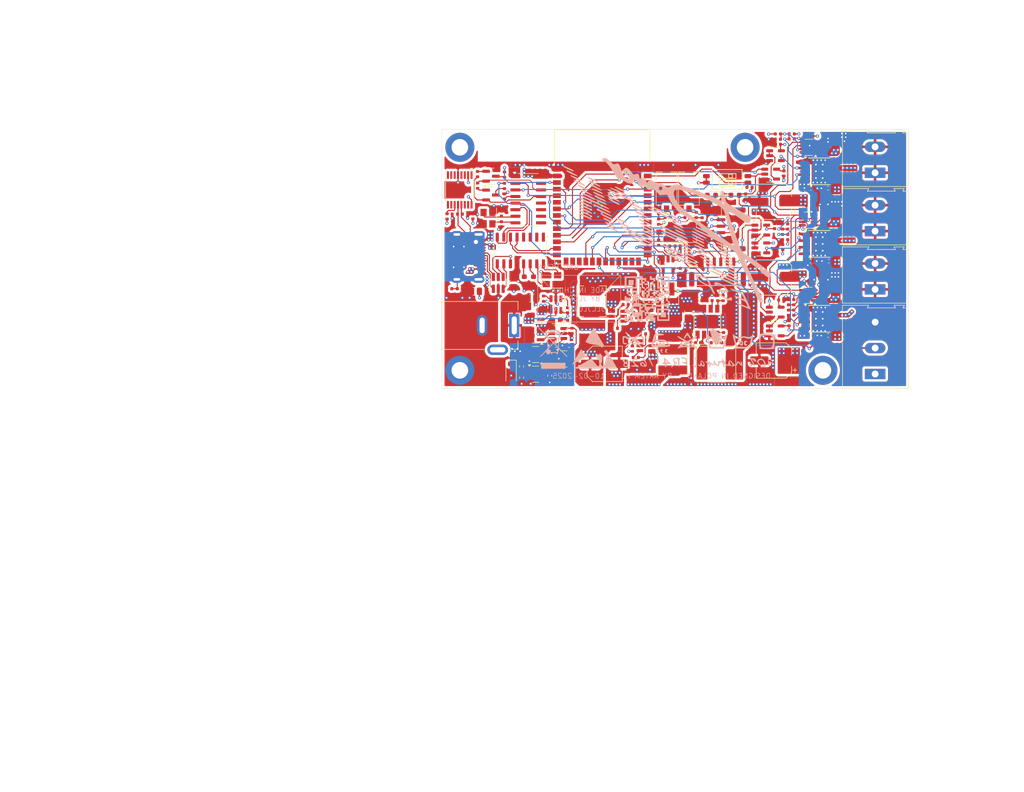
<source format=kicad_pcb>
(kicad_pcb (version 20240108) (generator "pcbnew") (generator_version "8.0")
  (title_block (title "ESP Power Deck") (date "2025-02-07") (rev "A") (company "Artem Horiunov") (comment 1 "DESIGNED IN POLAND"))
  (layers (0 "F.Cu" signal) (1 "In1.Cu" signal) (2 "In2.Cu" signal) (31 "B.Cu" signal) (34 "B.Paste" user) (35 "F.Paste" user) (36 "B.SilkS" user "B.Silkscreen") (37 "F.SilkS" user "F.Silkscreen") (38 "B.Mask" user) (39 "F.Mask" user) (44 "Edge.Cuts" user))
  (net 0 "")
  (net 1 "GND")
  (net 2 "Net-(J3-SHIELD)")
  (net 3 "Net-(U6-VBST)")
  (net 4 "Net-(U6-SW)")
  (net 5 "+5V")
  (net 6 "+3V3")
  (net 7 "Net-(U18-XI)")
  (net 8 "Net-(U18-XO)")
  (net 9 "/MCU/Buttons/Buttons.BTN1")
  (net 10 "/USB_PD/UVP-OVP/Vin")
  (net 11 "Net-(D4-K)")
  (net 12 "Net-(Q3-G)")
  (net 13 "Net-(Q3-S)")
  (net 14 "Net-(U19-VDD18)")
  (net 15 "Net-(Q6-B)")
  (net 16 "/MCU/Buttons/Buttons.BTN2")
  (net 17 "/MCU/CH340 prog/~{RTS}")
  (net 18 "/MCU/CH340 prog/~{DTR}")
  (net 19 "/MCU/Buttons/Buttons.BOOT")
  (net 20 "Net-(Q7-B)")
  (net 21 "Net-(U3-SEL)")
  (net 23 "Net-(J3-CC1)")
  (net 24 "Net-(D2-K)")
  (net 25 "Net-(U6-EN)")
  (net 26 "Net-(U6-VFB)")
  (net 27 "/MCU/Buttons/Buttons.RST")
  (net 28 "Net-(R17-Pad2)")
  (net 29 "/MCU/POWER SECTION/DRV1/~{SAFE OPERATION}")
  (net 30 "Net-(U1-VCAP)")
  (net 31 "Net-(U2-EN)")
  (net 32 "Net-(U2-VCAP)")
  (net 43 "/USB_PD/USB_IN.-")
  (net 44 "/USB_PD/USB_IN.+")
  (net 45 "/MCU/USB.+")
  (net 46 "/MCU/USB.-")
  (net 47 "Net-(D1-K)")
  (net 48 "/MCU/ESP32S3/I2C1.SDA")
  (net 49 "+12V")
  (net 50 "/MCU/ESP32S3/I2C1.SCL")
  (net 51 "/MCU/5V WS2812 and Servo/Other.5VPWM")
  (net 52 "Net-(J12-Pin_2)")
  (net 53 "Net-(J12-Pin_1)")
  (net 54 "Net-(J13-Pin_1)")
  (net 55 "Net-(J13-Pin_2)")
  (net 56 "Net-(J14-Pin_2)")
  (net 57 "Net-(J14-Pin_1)")
  (net 58 "Net-(R13-Pad2)")
  (net 59 "/MCU/5V WS2812 and Servo/5V Data{slash}PWM")
  (net 60 "Net-(R18-Pad2)")
  (net 61 "/MCU/CH340 prog/UART_PROG.RST")
  (net 62 "/MCU/CH340 prog/UART_PROG.BOOT")
  (net 64 "/MCU/CH340 prog/USB_CH.-")
  (net 67 "/MCU/ESP32S3/USB.-")
  (net 70 "/MCU/ESP32S3/USB.+")
  (net 71 "/MCU/CH340 prog/USB_CH.+")
  (net 72 "Net-(U19-VDD33)")
  (net 73 "/MCU/5V WS2812 and Servo/Other.LED")
  (net 74 "/MCU/ESP32S3/IO42")
  (net 78 "Net-(U19-XOUT)")
  (net 79 "Net-(U19-XIN)")
  (net 81 "Net-(Q4-E)")
  (net 82 "/USB_PD/UVP-OVP/EN_OUT")
  (net 83 "Net-(Q4-B)")
  (net 84 "Net-(Q5-C)")
  (net 85 "Net-(Q5-B)")
  (net 86 "Net-(Q9-B)")
  (net 87 "Net-(Q10-G)")
  (net 88 "Net-(U5-VBST)")
  (net 89 "/USB_PD/VBUS")
  (net 90 "Net-(U20-SS)")
  (net 91 "Net-(U20-BST)")
  (net 92 "Net-(U20-Lx)")
  (net 93 "Net-(U20-VCC)")
  (net 94 "Net-(U20-EN)")
  (net 95 "Net-(U20-FB)")
  (net 96 "Net-(Q6-C)")
  (net 97 "Net-(Q7-C)")
  (net 98 "/MCU/ESP32S3/I2C2.SDA")
  (net 99 "/MCU/ESP32S3/IO39")
  (net 100 "/MCU/ESP32S3/VSPI.CS")
  (net 101 "/MCU/ESP32S3/Hbridge2.IN1")
  (net 102 "/MCU/ESP32S3/IO47")
  (net 103 "/MCU/ESP32S3/IO41")
  (net 104 "/MCU/ESP32S3/VSPI.MISO")
  (net 105 "/MCU/ESP32S3/I2C2.SCL")
  (net 106 "/MCU/CH340 prog/UART_PROG.TX")
  (net 107 "/MCU/ESP32S3/IO45")
  (net 108 "/MCU/ESP32S3/Hbridge1.IN1")
  (net 109 "/MCU/ESP32S3/Hbridge3.IN2")
  (net 110 "/MCU/ESP32S3/IO48")
  (net 111 "/MCU/ESP32S3/IO46")
  (net 112 "/MCU/ESP32S3/IO14")
  (net 113 "/MCU/ESP32S3/IO6")
  (net 114 "/MCU/ESP32S3/IO3")
  (net 115 "/MCU/ESP32S3/Hbridge2.IN2")
  (net 116 "/MCU/ESP32S3/VSPI.MOSI")
  (net 117 "/MCU/ESP32S3/IO9")
  (net 118 "/MCU/ESP32S3/Hbridge3.IN1")
  (net 119 "/MCU/CH340 prog/UART_PROG.RX")
  (net 120 "/MCU/ESP32S3/VSPI.SCK")
  (net 121 "/MCU/ESP32S3/Hbridge1.IN2")
  (net 122 "/MCU/ESP32S3/IO40")
  (net 123 "/MCU/POWER SECTION/DRV3/IN22")
  (net 124 "Net-(U5-SW)")
  (net 125 "Net-(U5-VFB)")
  (net 126 "Net-(U5-EN)")
  (net 127 "Net-(U25-Pad4)")
  (net 128 "/MCU/POWER SECTION/DRV1/IN22")
  (net 129 "Net-(U28-Pad4)")
  (net 130 "/MCU/POWER SECTION/DRV2/IN22")
  (net 131 "Net-(U31-Pad4)")
  (net 132 "Net-(U18-V3)")
  (net 133 "Net-(U7-IN+)")
  (net 134 "Net-(U7-IN-)")
  (net 135 "Net-(U9-IN-)")
  (net 136 "Net-(U9-IN+)")
  (net 137 "Net-(U10-IN-)")
  (net 138 "Net-(U10-IN+)")
  (net 139 "Net-(U7-A0)")
  (net 140 "Net-(U9-A0)")
  (net 141 "Net-(U10-A0)")
  (net 142 "Net-(U7-A1)")
  (net 143 "Net-(U9-A1)")
  (net 144 "Net-(U10-A1)")
  (net 145 "Net-(U24-ISEN)")
  (net 146 "Net-(U27-ISEN)")
  (net 147 "Net-(U30-ISEN)")
  (net 148 "Net-(J3-CC2)")
  (net 150 "Net-(D3-Pad1)")
  (net 151 "/MCU/5V WS2812 and Servo/Other.USER_SW")
  (footprint "Resistor_SMD:R_0402_1005Metric" (layer "F.Cu") (at 132.8806 100.205)
    (property "Reference" "R20" (hide yes))
    (property "Value" "10k")
  )
  (footprint "Capacitor_SMD:C_0402_1005Metric" (layer "F.Cu") (at 165.484 70.3626 90)
    (property "Reference" "C87" (hide yes))
    (property "Value" "100n 16V")
  )
  (footprint "Button_Switch_SMD:SW_Tactile_SPST_NO_Straight_CK_PTS636Sx25SMTRLFS" (layer "F.Cu") (at 142.8526 73.281 90)
    (property "Reference" "SW4" (hide yes))
    (property "Value" "RESET")
  )
  (footprint "Capacitor_SMD:C_0402_1005Metric" (layer "F.Cu") (at 111.008133 80.139 -90)
    (property "Reference" "C31" (hide yes))
    (property "Value" "20pF")
  )
  (footprint "Inductor_SMD:L_AVX_LMLP07A7" (layer "F.Cu") (at 152.4284 107.0884)
    (property "Reference" "L3" (hide yes))
    (property "Value" "6.8uH 12.5x12.5mm")
  )
  (footprint "Capacitor_SMD:C_0402_1005Metric" (layer "F.Cu") (at 170.6656 73.222202 180)
    (property "Reference" "C86" (hide yes))
    (property "Value" "100n 16V")
  )
  (footprint "PCM_JLCPCB:R_0402" (layer "F.Cu") (at 173.334117 94.812)
    (property "Reference" "R34" (hide yes))
    (property "Value" "10Ω" (hide yes))
  )
  (footprint "Resistor_SMD:R_0402_1005Metric" (layer "F.Cu") (at 153.7866 74.805 -90)
    (property "Reference" "R48" (hide yes))
    (property "Value" "680R")
  )
  (footprint "Package_TO_SOT_SMD:SOT-23-5" (layer "F.Cu") (at 161.0191 84.711)
    (property "Reference" "U32" (hide yes))
    (property "Value" "SN74LVC1G00DBV")
  )
  (footprint "PCM_JLCPCB:SW-SMD_218-2LPSTRF" (layer "F.Cu") (at 154.5366 71.503 90)
    (property "Reference" "S1" (hide yes))
    (property "Value" "DIP Switch x 2")
  )
  (footprint "Resistor_SMD:R_0402_1005Metric" (layer "F.Cu") (at 148.588907 78.361 90)
    (property "Reference" "R13" (hide yes))
    (property "Value" "100R")
  )
  (footprint "Capacitor_SMD:C_0805_2012Metric" (layer "F.Cu") (at 116.7056 94.418)
    (property "Reference" "C4" (hide yes))
    (property "Value" "10uF 50v")
  )
  (footprint "MountingHole:MountingHole_3.2mm_M3_DIN965_Pad" (layer "F.Cu") (at 103 108.3178)
    (property "Reference" "H1" (hide yes))
    (property "Value" "M3 mount")
  )
  (footprint "Package_TO_SOT_SMD:SOT-23" (layer "F.Cu") (at 117.5825 109.069203)
    (property "Reference" "Q9" (hide yes))
    (property "Value" "MMBT3904")
  )
  (footprint "Package_TO_SOT_SMD:SOT-23-5" (layer "F.Cu") (at 163.8131 97.096)
    (property "Reference" "U25" (hide yes))
    (property "Value" "SN74LVC1G00DBV")
  )
  (footprint "Resistor_SMD:R_0402_1005Metric" (layer "F.Cu") (at 119.141153 94.505864 -90)
    (property "Reference" "R3" (hide yes))
    (property "Value" "1k")
  )
  (footprint "Capacitor_SMD:C_0402_1005Metric" (layer "F.Cu") (at 163.6861 80.52 -90)
    (property "Reference" "C92" (hide yes))
    (property "Value" "100n 16V")
  )
  (footprint "PCM_JLCPCB:R_0402" (layer "F.Cu") (at 173.4596 91.569)
    (property "Reference" "R45" (hide yes))
    (property "Value" "10Ω" (hide yes))
  )
  (footprint "Package_SO:Texas_HTSOP-8-1EP_3.9x4.9mm_P1.27mm_EP2.95x4.9mm_Mask2.4x3.1mm_ThermalVias" (layer "F.Cu") (at 172.304251 98.369612)
    (property "Reference" "U24" (hide yes))
    (property "Value" "DRV8870DDA")
  )
  (footprint "PCM_JLCPCB:R_0402" (layer "F.Cu") (at 164.3156 63.756 180)
    (property "Reference" "R27" (hide yes))
    (property "Value" "0Ω" (hide yes))
  )
  (footprint "Resistor_SMD:R_0402_1005Metric" (layer "F.Cu") (at 139.331888 101.2898 180)
    (property "Reference" "R19" (hide yes))
    (property "Value" "10k")
  )
  (footprint "Resistor_SMD:R_0402_1005Metric" (layer "F.Cu") (at 146.9166 78.869)
    (property "Reference" "R9" (hide yes))
    (property "Value" "10k")
  )
  (footprint "PCM_JLCPCB:C_1206" (layer "F.Cu") (at 139.7618 108.6558 90)
    (property "Reference" "C57" (hide yes))
    (property "Value" "47uF")
  )
  (footprint "Resistor_SMD:R_0402_1005Metric" (layer "F.Cu") (at 136.257088 104.1426 90)
    (property "Reference" "R1" (hide yes))
    (property "Value" "33k2")
  )
  (footprint "Capacitor_SMD:C_0402_1005Metric" (layer "F.Cu") (at 105.5056 78.643 90)
    (property "Reference" "C1" (hide yes))
    (property "Value" "100nF 50V Y5V")
  )
  (footprint "Capacitor_SMD:C_0805_2012Metric" (layer "F.Cu") (at 147.0944 97.118 -90)
    (property "Reference" "C54" (hide yes))
    (property "Value" "10uF 50v")
  )
  (footprint "PCM_JLCPCB:C_1206" (layer "F.Cu") (at 144.513888 100.7408 -90)
    (property "Reference" "C7" (hide yes))
    (property "Value" "10uF")
  )
  (footprint "PCM_JLCPCB:C_1206" (layer "F.Cu") (at 156.7556 96.568 180)
    (property "Reference" "C59" (hide yes))
    (property "Value" "10uF")
  )
  (footprint "Package_TO_SOT_SMD:SOT-23" (layer "F.Cu") (at 123.0406 106.113)
    (property "Reference" "Q4" (hide yes))
    (property "Value" "MMBT3906")
  )
  (footprint "Resistor_SMD:R_0402_1005Metric" (layer "F.Cu") (at 152.7306 94.393 90)
    (property "Reference" "R25" (hide yes))
    (property "Value" "10k")
  )
  (footprint "PCM_JLCPCB:R_0402" (layer "F.Cu") (at 167.389 95.1838 -90)
    (property "Reference" "R54" (hide yes))
    (property "Value" "0Ω" (hide yes))
  )
  (footprint "PCM_JLCPCB:C_0402" (layer "F.Cu") (at 173.069083 64.568798 90)
    (property "Reference" "C27" (hide yes))
    (property "Value" "100nF")
  )
  (footprint "Package_TO_SOT_SMD:SOT-23-6" (layer "F.Cu") (at 121.5166 95.633 -90)
    (property "Reference" "U2" (hide yes))
    (property "Value" "LM74700")
  )
  (footprint "Package_SO:SOIC-16_3.9x9.9mm_P1.27mm" (layer "F.Cu") (at 116.1826 75.44)
    (property "Reference" "U18" (hide yes))
    (property "Value" "CH340G")
  )
  (footprint "PCM_JLCPCB:C_1206" (layer "F.Cu") (at 132.517555 92.519663 -90)
    (property "Reference" "C39" (hide yes))
    (property "Value" "47uF")
  )
  (footprint "Capacitor_SMD:C_0402_1005Metric" (layer "F.Cu") (at 149.1746 94.871)
    (property "Reference" "C55" (hide yes))
    (property "Value" "100nF 50V Y5V")
  )
  (footprint "Resistor_SMD:R_0402_1005Metric" (layer "F.Cu") (at 151.9906 102.993)
    (property "Reference" "R21" (hide yes))
    (property "Value" "11k")
  )
  (footprint "Resistor_SMD:R_0402_1005Metric" (layer "F.Cu") (at 141.3286 83.695 90)
    (property "Reference" "R17" (hide yes))
    (property "Value" "100R")
  )
  (footprint "Inductor_SMD:L_Sunlord_MWSA0518S" (layer "F.Cu") (at 128.3746 94.998 90)
    (property "Reference" "L1" (hide yes))
    (property "Value" "5.6uH")
  )
  (footprint "PCM_JLCPCB:C_1206" (layer "F.Cu") (at 127.419555 100.871221 90)
    (property "Reference" "C51" (hide yes))
    (property "Value" "10uF")
  )
  (footprint "Resistor_SMD:R_0402_1005Metric" (layer "F.Cu") (at 124.6291 100.713 -90)
    (property "Reference" "R43" (hide yes))
    (property "Value" "10k")
  )
  (footprint "Connector_BarrelJack:BarrelJack_Kycon_KLDX-0202-xC_Horizontal" (layer "F.Cu") (at 113.4886 99.662)
    (property "Reference" "J1" (hide yes))
    (property "Value" "Jack-DC")
  )
  (footprint "Capacitor_SMD:C_0402_1005Metric" (layer "F.Cu") (at 151.1606 94.868)
    (property "Reference" "C53" (hide yes))
    (property "Value" "1uF 25V")
  )
  (footprint "PCM_JLCPCB:R_0402" (layer "F.Cu") (at 166.9826 62.74 180)
    (property "Reference" "R55" (hide yes))
    (property "Value" "0Ω" (hide yes))
  )
  (footprint "TerminalBlock:TerminalBlock_Altech_AK300-3_P5.00mm" (layer "F.Cu") (at 183.071941 109.024714 90)
    (property "Reference" "J5" (hide yes))
    (property "Value" "Screw_Terminal_01x03")
  )
  (footprint "Resistor_SMD:R_0402_1005Metric" (layer "F.Cu") (at 137.4424 98.681 -90)
    (property "Reference" "C12" (hide yes))
    (property "Value" "10uF 25V")
  )
  (footprint "Capacitor_SMD:C_0402_1005Metric" (layer "F.Cu") (at 149.7106 79.377 90)
    (property "Reference" "C13" (hide yes))
    (property "Value" "100n 16V")
  )
  (footprint "PCM_JLCPCB:R_0402" (layer "F.Cu") (at 166.9826 63.7052)
    (property "Reference" "R32" (hide yes))
    (property "Value" "0Ω" (hide yes))
  )
  (footprint "Package_TO_SOT_SMD:SOT-23-8" (layer "F.Cu") (at 170.183 93.855 180)
    (property "Reference" "U7" (hide yes))
    (property "Value" "INA219AxDCN")
  )
  (footprint "PCM_JLCPCB:R_0402" (layer "F.Cu") (at 173.4676 62.994)
    (property "Reference" "R46" (hide yes))
    (property "Value" "10Ω" (hide yes))
  )
  (footprint "Package_TO_SOT_SMD:SOT-23-6" (layer "F.Cu") (at 138.8703 103.5758 180)
    (property "Reference" "U5" (hide yes))
    (property "Value" "TPS56339")
  )
  (footprint "Resistor_SMD:R_0402_1005Metric" (layer "F.Cu") (at 142.972478 84.366511 180)
    (property "Reference" "R15" (hide yes))
    (property "Value" "10k")
  )
  (footprint "PCM_JLCPCB:C_0402" (layer "F.Cu") (at 173.2818 78.615 90)
    (property "Reference" "C28" (hide yes))
    (property "Value" "100nF")
  )
  (footprint "Package_TO_SOT_SMD:SOT-23-8" (layer "F.Cu") (at 170.2846 65.321202 180)
    (property "Reference" "U9" (hide yes))
    (property "Value" "INA219AxDCN")
  )
  (footprint "Diode_SMD:D_SOD-123" (layer "F.Cu") (at 112.8806 108.715 -90)
    (property "Reference" "D4" (hide yes))
    (property "Value" "14v")
  )
  (footprint "Capacitor_SMD:C_0402_1005Metric" (layer "F.Cu") (at 165.2554 84.5586 -90)
    (property "Reference" "C93" (hide yes))
    (property "Value" "100n 16V")
  )
  (footprint "Capacitor_SMD:C_0402_1005Metric" (layer "F.Cu") (at 174.1226 87.251)
    (property "Reference" "C90" (hide yes))
    (property "Value" "1uF 16V")
  )
  (footprint "PCM_JLCPCB:R_0805" (layer "F.Cu") (at 175.3646 63.883 90)
    (property "Reference" "R51" (hide yes))
    (property "Value" "R010")
  )
  (footprint "Package_TO_SOT_SMD:SOT-23-5" (layer "F.Cu") (at 143.1472 87.9931 -90)
    (property "Reference" "U8" (hide yes))
    (property "Value" "SN74LVC1G00DBV")
  )
  (footprint "Package_TO_SOT_SMD:SOT-23-5" (layer "F.Cu") (at 163.8625 66.931)
    (property "Reference" "U29" (hide yes))
    (property "Value" "SN74LVC1G00DBV")
  )
  (footprint "Button_Switch_SMD:SW_Tactile_SPST_NO_Straight_CK_PTS636Sx25SMTRLFS" (layer "F.Cu") (at 147.1706 73.281 90)
    (property "Reference" "SW1" (hide yes))
    (property "Value" "RESET")
  )
  (footprint "Capacitor_SMD:C_0402_1005Metric" (layer "F.Cu") (at 121.5166 103.507)
    (property "Reference" "C44" (hide yes))
    (property "Value" "100nF 50V Y5V")
  )
  (footprint "Capacitor_SMD:C_0603_1608Metric" (layer "F.Cu") (at 115.4206 91.041 90)
    (property "Reference" "C33" (hide yes))
    (property "Value" "10uF 6.3V")
  )
  (footprint "PCM_JLCPCB:R_0402" (layer "F.Cu") (at 136.257088 102.1106 90)
    (property "Reference" "R26" (hide yes))
    (property "Value" "10kΩ" (hide yes))
  )
  (footprint "Capacitor_SMD:C_0402_1005Metric" (layer "F.Cu") (at 173.9956 101.602)
    (property "Reference" "C80" (hide yes))
    (property "Value" "1uF 16V")
  )
  (footprint "Resistor_SMD:R_0402_1005Metric" (layer "F.Cu") (at 143.1066 78.804)
    (property "Reference" "R18" (hide yes))
    (property "Value" "100R")
  )
  (footprint "Capacitor_SMD:C_0402_1005Metric" (layer "F.Cu") (at 170.5601 87.251 180)
    (property "Reference" "C91" (hide yes))
    (property "Value" "100n 16V")
  )
  (footprint "RF_Module:ESP32-S3-WROOM-1" (layer "F.Cu") (at 130.462808 74.83282)
    (property "Reference" "U22" (hide yes))
    (property "Value" "ESP32-S3-WROOM-1")
  )
  (footprint "PCM_JLCPCB:R_0805" (layer "F.Cu") (at 175.447057 92.077 90)
    (property "Reference" "R50" (hide yes))
    (property "Value" "R010")
  )
  (footprint "PCM_JLCPCB:R_0402" (layer "F.Cu") (at 166.2206 82.618 90)
    (property "Reference" "R57" (hide yes))
    (property "Value" "0Ω" (hide yes))
  )
  (footprint "Capacitor_SMD:CP_Elec_6.3x5.4" (layer "F.Cu") (at 163.5536 106.428 180)
    (property "Reference" "C79" (hide yes))
    (property "Value" "100uF")
  )
  (footprint "PCM_JLCPCB:C_1206" (layer "F.Cu") (at 129.8806 100.893 90)
    (property "Reference" "C8" (hide yes))
    (property "Value" "10uF")
  )
  (footprint "Resistor_SMD:R_0402_1005Metric" (layer "F.Cu") (at 106.407816 70.487 -90)
    (property "Reference" "R22" (hide yes))
    (property "Value" "10k")
  )
  (footprint "Capacitor_SMD:C_0402_1005Metric" (layer "F.Cu") (at 170.6656 101.641612 180)
    (property "Reference" "C81" (hide yes))
    (property "Value" "100n 16V")
  )
  (footprint "PCM_JLCPCB:R_0402" (layer "F.Cu") (at 173.4596 77.091)
    (property "Reference" "R49" (hide yes))
    (property "Value" "10Ω" (hide yes))
  )
  (footprint "Resistor_SMD:R_0402_1005Metric" (layer "F.Cu") (at 124.0566 103.507)
    (property "Reference" "R28" (hide yes))
    (property "Value" "10k")
  )
  (footprint "PCM_JLCPCB:C_1206" (layer "F.Cu") (at 156.7556 98.918 180)
    (property "Reference" "C49" (hide yes))
    (property "Value" "10uF")
  )
  (footprint "PCM_JLCPCB:C_0402" (layer "F.Cu") (at 170.8006 91.569 180)
    (property "Reference" "C23" (hide yes))
    (property "Value" "100nF")
  )
  (footprint "PCM_JLCPCB:C_0402" (layer "F.Cu") (at 134.9786 95.633 180)
    (property "Reference" "C40" (hide yes))
    (property "Value" "100nF")
  )
  (footprint "PCM_JLCPCB:C_1206" (layer "F.Cu") (at 142.131888 100.7408 -90)
    (property "Reference" "C9" (hide yes))
    (property "Value" "10uF")
  )
  (footprint "Capacitor_SMD:C_0402_1005Metric" (layer "F.Cu") (at 164.341 64.7466)
    (property "Reference" "C88" (hide yes))
    (property "Value" "100n 16V")
  )
  (footprint "PCM_JLCPCB:R_0402" (layer "F.Cu") (at 173.3246 66.169)
    (property "Reference" "R37" (hide yes))
    (property "Value" "10Ω" (hide yes))
  )
  (footprint "Capacitor_SMD:C_0402_1005Metric" (layer "F.Cu") (at 102.9906 92.585)
    (property "Reference" "C3" (hide yes))
    (property "Value" "100nF 50V Y5V")
  )
  (footprint "Resistor_SMD:R_0402_1005Metric" (layer "F.Cu") (at 154.0226 102.993)
    (property "Reference" "R31" (hide yes))
    (property "Value" "1k")
  )
  (footprint "Package_TO_SOT_SMD:SOT-23-8" (layer "F.Cu") (at 170.172283 79.364861 180)
    (property "Reference" "U10" (hide yes))
    (property "Value" "INA219AxDCN")
  )
  (footprint "PCM_JLCPCB:C_0402" (layer "F.Cu") (at 171.3006 77.091)
    (property "Reference" "C25" (hide yes))
    (property "Value" "100nF")
  )
  (footprint "Capacitor_SMD:C_0402_1005Metric" (layer "F.Cu") (at 153.8556 101.518 90)
    (property "Reference" "C46" (hide yes))
    (property "Value" "1uF 25V")
  )
  (footprint "Capacitor_SMD:CP_Elec_6.3x5.4" (layer "F.Cu") (at 130.9146 107.063)
    (property "Reference" "C29" (hide yes))
    (property "Value" "100uF")
  )
  (footprint "Resistor_SMD:R_0402_1005Metric" (layer "F.Cu") (at 111.6106 72.775 -90)
    (property "Reference" "R36" (hide yes))
    (property "Value" "0R")
  )
  (footprint "PCM_JLCPCB:R_0805" (layer "F.Cu") (at 175.447057 77.726 90)
    (property "Reference" "R52" (hide yes))
    (property "Value" "R010")
  )
  (footprint "Capacitor_SMD:C_0805_2012Metric" (layer "F.Cu") (at 105.8194 93.093 180)
    (property "Reference" "C45" (hide yes))
    (property "Value" "10uF 50v")
  )
  (footprint "Resistor_SMD:R_0402_1005Metric" (layer "F.Cu") (at 120.3251 105.031 -90)
    (property "Reference" "R42" (hide yes))
    (property "Value" "10k")
  )
  (footprint "Resistor_SMD:R_0402_1005Metric" (layer "F.Cu") (at 120.3251 107.063 -90)
    (property "Reference" "R39" (hide yes))
    (property "Value" "1k5")
  )
  (footprint "PCM_JLCPCB:TYPE-C-SMD_HX-TYPE-C-16PIN" (layer "F.Cu") (at 104.791175 86.448838 -90)
    (property "Reference" "J3" (hide yes))
    (property "Value" "Connector, USB-TYPE-C-16P")
  )
  (footprint "PCM_JLCPCB:R_0402" (layer "F.Cu") (at 166.2206 80.59445 -90)
    (property "Reference" "R58" (hide yes))
    (property "Value" "0Ω" (hide yes))
  )
  (footprint "PCM_JLCPCB:R_0402" (layer "F.Cu") (at 158.8546 73.027)
    (property "Reference" "R12" (hide yes))
    (property "Value" "10kΩ" (hide yes))
  )
  (footprint "Diode_SMD:D_0603_1608Metric" (layer "F.Cu") (at 121.559256 98.591914 180)
    (property "Reference" "D2" (hide yes))
    (property "Value" "LED")
  )
  (footprint "Package_SO:Diodes_SO-8EP" (layer "F.Cu") (at 150.7266 98.935 90)
    (property "Reference" "U20" (hide yes))
    (property "Value" "~")
  )
  (footprint "Package_TO_SOT_SMD:SOT-23" (layer "F.Cu") (at 117.6281 101.475 180)
    (property "Reference" "Q10" (hide yes))
    (property "Value" "AO3400")
  )
  (footprint "PCM_JLCPCB:R_0402" (layer "F.Cu") (at 167.389 97.2078 90)
    (property "Reference" "R53" (hide yes))
    (property "Value" "0Ω" (hide yes))
  )
  (footprint "MountingHole:MountingHole_3.2mm_M3_DIN965_Pad" (layer "F.Cu") (at 103 65.3178)
    (property "Reference" "H4" (hide yes))
    (property "Value" "M3 mount")
  )
  (footprint "Package_TO_SOT_SMD:SOT-23" (layer "F.Cu") (at 108.9921 74.516)
    (property "Reference" "Q7" (hide yes))
    (property "Value" "MMBT3904")
  )
  (footprint "Package_TO_SOT_SMD:SOT-23-5" (layer "F.Cu") (at 162.9241 70.487)
    (property "Reference" "U28" (hide yes))
    (property "Value" "SN74LVC1G00DBV")
  )
  (footprint "Resistor_SMD:R_0402_1005Metric" (layer "F.Cu") (at 111.6106 70.5886 -90)
    (property "Reference" "R35" (hide yes))
    (property "Value" "0R")
  )
  (footprint "Package_TO_SOT_SMD:SC-74-6_1.55x2.9mm_P0.95mm" (layer "F.Cu") (at 110.4066 91.449 90)
    (property "Reference" "U4" (hide yes))
    (property "Value" "IP4234CZ6")
  )
  (footprint "PCM_JLCPCB:C_0402" (layer "F.Cu") (at 125.9108 91.2642)
    (property "Reference" "C5" (hide yes))
    (property "Value" "100nF")
  )
  (footprint "Package_TO_SOT_SMD:SOT-23" (layer "F.Cu") (at 108.9921 70.894)
    (property "Reference" "Q6" (hide yes))
    (property "Value" "MMBT3904")
  )
  (footprint "Resistor_SMD:R_0402_1005Metric" (layer "F.Cu") (at 141.3286 79.661 90)
    (property "Reference" "R16" (hide yes))
    (property "Value" "10k")
  )
  (footprint "PCM_JLCPCB:C_0402" (layer "F.Cu") (at 170.5894 63.1464 180)
    (property "Reference" "C24" (hide yes))
    (property "Value" "100nF")
  )
  (footprint "PCM_JLCPCB:C_0402" (layer "F.Cu") (at 116.4366 69.217 90)
    (property "Reference" "C22" (hide yes))
    (property "Value" "100nF")
  )
  (footprint "PCM_JLCPCB:R_0402" (layer "F.Cu") (at 135.9946 98.725663 -90)
    (property "Reference" "R11" (hide yes))
    (property "Value" "10kΩ" (hide yes))
  )
  (footprint "Capacitor_SMD:C_0402_1005Metric" (layer "F.Cu") (at 144.9862 84.3554 180)
    (property "Reference" "C16" (hide yes))
    (property "Value" "100n 16V")
  )
  (footprint "Capacitor_SMD:C_0402_1005Metric" (layer "F.Cu") (at 123.7772 96.743105 -90)
    (property "Reference" "C2" (hide yes))
    (property "Value" "100nF 50V Y5V")
  )
  (footprint "PCM_JLCPCB:C_0402" (layer "F.Cu") (at 117.4526 69.225 90)
    (property "Reference" "C18" (hide yes))
    (property "Value" "100nF")
  )
  (footprint "PCM_JLCPCB:C_1206" (layer "F.Cu") (at 156.7556 94.218 180)
    (property "Reference" "C60" (hide yes))
    (property "Value" "10uF")
  )
  (footprint "PCM_JLCPCB:R_0402" (layer "F.Cu") (at 165.2046 82.618 -90)
    (property "Reference" "R33" (hide yes))
    (property "Value" "0Ω" (hide yes))
  )
  (footprint "Resistor_SMD:R_0402_1005Metric" (layer "F.Cu") (at 153.7466 94.393 -90)
    (property "Reference" "R24" (hide yes))
    (property "Value" "97k6")
  )
  (footprint "Capacitor_SMD:C_0402_1005Metric" (layer "F.Cu") (at 148.9206 102.999)
    (property "Reference" "C50" (hide yes))
    (property "Value" "100nF 50V Y5V")
  )
  (footprint "Inductor_SMD:L_Sunlord_MWSA0518S" (layer "F.Cu") (at 144.021 106.3518 -90)
    (property "Reference" "L2" (hide yes))
    (property "Value" "5.6uH")
  )
  (footprint "Resistor_SMD:R_0402_1005Metric" (layer "F.Cu") (at 102.0306 78.193 180)
    (property "Reference" "R6" (hide yes))
    (property "Value" "5K1")
  )
  (footprint "Crystal:Crystal_SMD_3225-4Pin_3.2x2.5mm" (layer "F.Cu") (at 120.7546 90.8324)
    (property "Reference" "Y2" (hide yes))
    (property "Value" "12MHz C7424717")
  )
  (footprint "Resistor_SMD:R_0402_1005Metric" (layer "F.Cu") (at 106.418447 72.721259 90)
    (property "Reference" "R23" (hide yes))
    (property "Value" "10k")
  )
  (footprint "Resistor_SMD:R_0402_1005Metric" (layer "F.Cu") (at 100.5306 78.643 -90)
    (property "Reference" "R4" (hide yes))
    (property "Value" "5K1")
  )
  (footprint "Capacitor_SMD:C_0402_1005Metric" (layer "F.Cu") (at 166.4746 99.2398 -90)
    (property "Reference" "C83" (hide yes))
    (property "Value" "100n 16V")
  )
  (footprint "PCM_JLCPCB:D_0603" (layer "F.Cu") (at 151.5166 74.551 180)
    (property "Reference" "D3" (hide yes))
    (property "Value" "Red")
  )
  (footprint "PCM_JLCPCB:C_1206" (layer "F.Cu") (at 156.7556 101.268 180)
    (property "Reference" "C48" (hide yes))
    (property "Value" "10uF")
  )
  (footprint "PCM_JLCPCB:C_0402" (layer "F.Cu") (at 136.909 105.8438)
    (property "Reference" "C6" (hide yes))
    (property "Value" "100nF")
  )
  (footprint "Capacitor_SMD:C_0402_1005Metric" (layer "F.Cu") (at 173.9676 73.222202)
    (property "Reference" "C85" (hide yes))
    (property "Value" "1uF 16V")
  )
  (footprint "Capacitor_SMD:CP_Elec_6.3x5.4" (layer "F.Cu") (at 163.5536 75.821 180)
    (property "Reference" "C84" (hide yes))
    (property "Value" "100uF")
  )
  (footprint "Package_TO_SOT_SMD:SOT-23" (layer "F.Cu") (at 117.6558 97.5267 180)
    (property "Reference" "Q3" (hide yes))
    (property "Value" "AO3400")
  )
  (footprint "PCM_JLCPCB:C_1206" (layer "F.Cu") (at 135.0548 92.519663 -90)
    (property "Reference" "C10" (hide yes))
    (property "Value" "47uF")
  )
  (footprint "Capacitor_SMD:C_0402_1005Metric" (layer "F.Cu") (at 111.008133 78.107 90)
    (property "Reference" "C30" (hide yes))
    (property "Value" "20pF")
  )
  (footprint "PCM_JLCPCB:R_0402" (layer "F.Cu") (at 173.334117 80.093)
    (property "Reference" "R38" (hide yes))
    (property "Value" "10Ω" (hide yes))
  )
  (footprint "PCM_JLCPCB:C_0402" (layer "F.Cu") (at 111.6106 74.797 90)
    (property "Reference" "C21" (hide yes))
    (property "Value" "100nF")
  )
  (footprint "PCM_JLCPCB:C_0402" (layer "F.Cu") (at 135.5374 109.095 -90)
    (property "Reference" "C58" (hide yes))
    (property "Value" "100nF")
  )
  (footprint "PCM_JLCPCB:R_0402" (layer "F.Cu") (at 166.373 95.1838 90)
    (property "Reference" "R2" (hide yes))
    (property "Value" "0Ω" (hide yes))
  )
  (footprint "Connector_JST:JST_GH_BM06B-GHS-TBT_1x06-1MP_P1.25mm_Vertical" (layer "F.Cu") (at 152.6824 89.3592 180)
    (property "Reference" "J6" (hide yes))
    (property "Value" "Conn_01x06")
  )
  (footprint "LED_SMD:LED_0603_1608Metric" (layer "F.Cu") (at 156.0726 74.551)
    (property "Reference" "D1" (hide yes))
    (property "Value" "LED")
  )
  (footprint "PCM_JLCPCB:R_0402" (layer "F.Cu") (at 165.2046 80.58645 90)
    (property "Reference" "R29" (hide yes))
    (property "Value" "0Ω" (hide yes))
  )
  (footprint "Button_Switch_SMD:SW_Tactile_SPST_NO_Straight_CK_PTS636Sx25SMTRLFS" (layer "F.Cu") (at 145.3926 81.663)
    (property "Reference" "SW3" (hide yes))
    (property "Value" "RESET")
  )
  (footprint "TerminalBlock:TerminalBlock_Altech_AK300-2_P5.00mm" (layer "F.Cu") (at 183.061941 81.474898 90)
    (property "Reference" "J14" (hide yes))
    (property "Value" "Screw_Terminal_01x02")
  )
  (footprint "MountingHole:MountingHole_3.2mm_M3_DIN965_Pad" (layer "F.Cu") (at 158 65.3178)
    (property "Reference" "H2" (hide yes))
    (property "Value" "M3 mount")
  )
  (footprint "Resistor_SMD:R_0402_1005Metric" (layer "F.Cu") (at 103.9986 78.193)
    (property "Reference" "R5" (hide yes))
    (property "Value" "5K1")
  )
  (footprint "Capacitor_SMD:C_0805_2012Metric" (layer "F.Cu") (at 113.3886 91.249 90)
    (property "Reference" "C43" (hide yes))
    (property "Value" "10uF 50v")
  )
  (footprint "Package_TO_SOT_SMD:SOT-23-6" (layer "F.Cu") (at 133.401055 97.897663)
    (property "Reference" "U6" (hide yes))
    (property "Value" "TPS56339")
  )
  (footprint "Connector_PinHeader_2.54mm:PinHeader_1x03_P2.54mm_Vertical_SMD_Pin1Left" (layer "F.Cu") (at 141.3286 94.293 -90)
    (property "Reference" "J4" (hide yes))
    (property "Value" "Servo1")
  )
  (footprint "PCM_JLCPCB:R_0402" (layer "F.Cu") (at 100.9506 92.585 180)
    (property "Reference" "R59" (hide yes))
    (property "Value" "1kΩ" (hide yes))
  )
  (footprint "TerminalBlock:TerminalBlock_Altech_AK300-2_P5.00mm" (layer "F.Cu") (at 183.061941 70.22999 90)
    (property "Reference" "J13" (hide yes))
    (property "Value" "Screw_Terminal_01x02")
  )
  (footprint "Package_TO_SOT_SMD:SOT-23-6" (layer "F.Cu") (at 121.9031 101.221 180)
    (property "Reference" "U1" (hide yes))
    (property "Value" "LM74700")
  )
  (footprint "Resistor_SMD:R_0402_1005Metric" (layer "F.Cu") (at 120.3271 109.349 90)
    (property "Reference" "R41" (hide yes))
    (property "Value" "10k")
  )
  (footprint "Capacitor_SMD:C_0402_1005Metric" (layer "F.Cu") (at 141.3286 77.627 -90)
    (property "Reference" "C17" (hide yes))
    (property "Value" "100n 16V")
  )
  (footprint "TerminalBlock:TerminalBlock_Altech_AK300-2_P5.00mm" (layer "F.Cu") (at 183.061941 92.719806 90)
    (property "Reference" "J12" (hide yes))
    (property "Value" "Screw_Terminal_01x02")
  )
  (footprint "Resistor_SMD:R_0402_1005Metric" (layer "F.Cu") (at 114.9126 107.569 -90)
    (property "Reference" "R40" (hide yes))
    (property "Value" "39k")
  )
  (footprint "Capacitor_SMD:C_0402_1005Metric" (layer "F.Cu") (at 145.5028 89.1387 90)
    (property "Reference" "C15" (hide yes))
    (property "Value" "100n 16V")
  )
  (footprint "Package_SO:Texas_HTSOP-8-1EP_3.9x4.9mm_P1.27mm_EP2.95x4.9mm_Mask2.4x3.1mm_ThermalVias" (layer "F.Cu") (at 172.304251 69.949)
    (property "Reference" "U27" (hide yes))
    (property "Value" "DRV8870DDA")
  )
  (footprint "MountingHole:MountingHole_3.2mm_M3_DIN965_Pad" (layer "F.Cu") (at 173 108.3178)
    (property "Reference" "H3" (hide yes))
    (property "Value" "M3 mount")
  )
  (footprint "Crystal:Crystal_SMD_3225-4Pin_3.2x2.5mm" (layer "F.Cu") (at 108.422 78.9784 90)
    (property "Reference" "Y1" (hide yes))
    (property "Value" "12MHz C7424717")
  )
  (footprint "PCM_JLCPCB:R_0402" (layer "F.Cu") (at 164.3236 62.74)
    (property "Reference" "R56" (hide yes))
    (property "Value" "0Ω" (hide yes))
  )
  (footprint "Package_TO_SOT_SMD:SOT-23-5" (layer "F.Cu") (at 163.8131 100.718)
    (property "Reference" "U26" (hide yes))
    (property "Value" "SN74LVC1G00DBV")
  )
  (footprint "Package_TO_SOT_SMD:SOT-23" (layer "F.Cu") (at 117.598448 105.273693 180)
    (property "Reference" "Q5" (hide yes))
    (property "Value" "MMBT3904")
  )
  (footprint "Package_SO:SO-16_3.9x9.9mm_P1.27mm" (layer "F.Cu") (at 114.6586 85.219 -90)
    (property "Reference" "U19" (hide yes))
    (property "Value" "SL2.1A")
  )
  (footprint "Resistor_SMD:R_0402_1005Metric" (layer "F.Cu") (at 124.3106 98.681)
    (property "Reference" "R7" (hide yes))
    (property "Value" "1k")
  )
  (footprint "Package_TO_SOT_SMD:SOT-23-5" (layer "F.Cu") (at 161.0191 81.282)
    (property "Reference" "U31" (hide yes))
    (property "Value" "SN74LVC1G00DBV")
  )
  (footprint "Resistor_SMD:R_0402_1005Metric" (layer "F.Cu") (at 158.1046 74.803 -90)
    (property "Reference" "R47" (hide yes))
    (property "Value" "10k")
  )
  (footprint "PCM_JLCPCB:R_0402" (layer "F.Cu") (at 166.373 97.2078 -90)
    (property "Reference" "R30" (hide yes))
    (property "Value" "0Ω" (hide yes))
  )
  (footprint "PCM_JLCPCB:C_1206" (layer "F.Cu") (at 137.13355 108.6558 90)
    (property "Reference" "C52" (hide yes))
    (property "Value" "47uF")
  )
  (footprint "PCM_JLCPCB:C_0402" (layer "F.Cu") (at 173.3326 93.22 90)
    (property "Reference" "C26" (hide yes))
    (property "Value" "100nF")
  )
  (footprint "Capacitor_SMD:C_0402_1005Metric" (layer "F.Cu") (at 164.9506 94.744 180)
    (property "Reference" "C82" (hide yes))
    (property "Value" "100n 16V")
  )
  (footprint "Package_SO:Texas_HTSOP-8-1EP_3.9x4.9mm_P1.27mm_EP2.95x4.9mm_Mask2.4x3.1mm_ThermalVias" (layer "F.Cu") (at 172.304251 83.94252)
    (property "Reference" "U30" (hide yes))
    (property "Value" "DRV8870DDA")
  )
  (footprint "Resistor_SMD:R_0402_1005Metric" (layer "F.Cu") (at 114.9126 109.729 -90)
    (property "Reference" "R44" (hide yes))
    (property "Value" "1k")
  )
  (footprint "PCM_JLCPCB:R_0402" (layer "F.Cu") (at 151.7546 75.821 180)
    (property "Reference" "R8" (hide yes))
    (property "Value" "1kΩ" (hide yes))
  )
  (footprint "Capacitor_SMD:CP_Elec_6.3x5.4" (layer "F.Cu") (at 163.5536 90.426 180)
    (property "Reference" "C89" (hide yes))
    (property "Value" "100uF")
  )
  (footprint "PCM_JLCPCB:C_0402" (layer "F.Cu") (at 118.4686 69.225 90)
    (property "Reference" "C19" (hide yes))
    (property "Value" "10uF")
  )
  (footprint "Resistor_SMD:R_0402_1005Metric" (layer "F.Cu") (at 136.5026 96.649 -90)
    (property "Reference" "R10" (hide yes))
    (property "Value" "54k9")
  )
  (footprint "Capacitor_SMD:C_0603_1608Metric" (layer "F.Cu") (at 117.1986 91.039 90)
    (property "Reference" "C32" (hide yes))
    (property "Value" "10uF 6.3V")
  )
  (footprint "Resistor_SMD:R_0402_1005Metric" (layer "F.Cu") (at 138.5346 98.681 -90)
    (property "Reference" "C11" (hide yes))
    (property "Value" "10uF 25V")
  )
  (footprint "PCM_JLCPCB:C_0402" (layer "F.Cu") (at 119.4846 69.233 90)
    (property "Reference" "C20" (hide yes))
    (property "Value" "10uF")
  )
  (footprint "Connector_JST:JST_GH_BM04B-GHS-TBT_1x04-1MP_P1.25mm_Vertical" (layer "F.Cu") (at 155.2986 81.155 -90)
    (property "Reference" "J2" (hide yes))
    (property "Value" "Molex KK2.54 4p male")
  )
  (footprint "Package_SO:TSSOP-16_4.4x5mm_P0.65mm" (layer "F.Cu") (at 102.9746 73.535 -90)
    (property "Reference" "U3" (hide yes))
    (property "Value" "IP2721")
  )
  (footprint "Symbol:My_github" (layer "B.Cu") (at 139 94.556565 180)
    (property "Reference" "REF**" (hide yes))
    (property "Value" "My_github" (hide yes))
  )
  (footprint "Symbol:WEEE-Logo_5.6x8mm_SilkScreen" (layer "B.Cu") (at 121 104 180)
    (property "Reference" "REF**" (hide yes))
    (property "Value" "WEEE-Logo_5.6x8mm_SilkScreen" (hide yes))
  )
  (footprint "Logo:SilkLogo2" (layer "B.Cu") (at 149 104 180)
    (property "Reference" "G***" (hide yes))
    (property "Value" "LOGO" (hide yes))
  )
  (footprint "Logo:SilkLogo1" (layer "B.Cu") (at 143 82 180)
    (property "Reference" "G***" (hide yes))
    (property "Value" "LOGO" (hide yes))
  )
  (footprint "Symbol:ESD-Logo_8.9x8mm_SilkScreen" (layer "B.Cu") (at 129 104 180)
    (property "Reference" "REF**" (hide yes))
    (property "Value" "ESD-Logo_8.9x8mm_SilkScreen" (hide yes))
  )
  (gr_line (start 118 90) (end 120 92) (stroke (width 0.1)) (layer "B.SilkS"))
  (gr_rect (start 118 90) (end 134 99) (stroke (width 0.1)) (fill none) (layer "B.SilkS"))
  (gr_line (start 132 97) (end 134 99) (stroke (width 0.1)) (layer "B.SilkS"))
  (gr_line (start 132 92) (end 134 90) (stroke (width 0.1)) (layer "B.SilkS"))
  (gr_line (start 120 97) (end 118 99) (stroke (width 0.1)) (layer "B.SilkS"))
  (gr_rect (start 99.5456 61.854) (end 189.5456 111.854) (stroke (width 0.05)) (fill none) (layer "Edge.Cuts"))
  (gr_text "DESIGNED IN POLAND" (at 163 110 0) (layer "B.SilkS") (effects (font (size 1 1) (thickness 0.1)) (justify left bottom mirror)))
  (gr_text "BRD REV:A" (at 126 89 0) (layer "B.SilkS") (effects (font (size 1 1) (thickness 0.1)) (justify left bottom mirror)))
  (gr_text "JLCJLCJLCJLC" (at 131 97.068669 0) (layer "B.SilkS") (effects (font (size 1 1) (thickness 0.1)) (justify left bottom mirror)))
  (gr_text "MADE IN CHINA \nBY JLCPCB" (at 126 95.05648 0) (layer "B.SilkS") (effects (font (size 1 1) (thickness 0.1)) (justify bottom mirror)))
  (gr_text "BY ARTEM H." (at 144 110 0) (layer "B.SilkS") (effects (font (size 1 1) (thickness 0.1)) (justify left bottom mirror)))
  (gr_text "10-02-2025" (at 131 110 0) (layer "B.SilkS") (effects (font (size 1 1) (thickness 0.1)) (justify left bottom mirror)))
  (segment (start 113.6934 70.9808) (end 113.7076 70.995) (width 0.3) (layer "F.Cu") (net 1))
  (segment (start 153.7746 75.327) (end 153.7866 75.315) (width 0.2) (layer "F.Cu") (net 1))
  (segment (start 145.4662 85.318) (end 145.4688 85.3206) (width 0.2) (layer "F.Cu") (net 1))
  (segment (start 109.5786 76.583) (end 109.5786 77.584019) (width 0.2) (layer "F.Cu") (net 1))
  (segment (start 109.5786 77.584019) (end 109.406133 77.756486) (width 0.2) (layer "F.Cu") (net 1))
  (segment (start 145.4942 90.4514) (end 145.4942 89.7117) (width 0.2) (layer "F.Cu") (net 1))
  (segment (start 166.373 94.6838) (end 165.4908 94.6838) (width 0.3) (layer "F.Cu") (net 1))
  (segment (start 116.6652 110.039403) (end 116.645 110.019203) (width 0.2) (layer "F.Cu") (net 1))
  (segment (start 170.3354 91.5342) (end 170.3006 91.569) (width 0.2) (layer "F.Cu") (net 1))
  (segment (start 104.4986 78.203) (end 104.5086 78.193) (width 0.2) (layer "F.Cu") (net 1))
  (segment (start 111.008133 76.626667) (end 111.0518 76.583) (width 0.2) (layer "F.Cu") (net 1))
  (segment (start 114.303 91.188) (end 114.303 91.061) (width 0.2) (layer "F.Cu") (net 1))
  (segment (start 171.982999 93.53) (end 171.3205 93.53) (width 0.2) (layer "F.Cu") (net 1))
  (segment (start 124.6154 102.0846) (end 124.6154 101.2367) (width 0.2) (layer "F.Cu") (net 1))
  (segment (start 162.5376 63.756) (end 163.8156 63.756) (width 0.2) (layer "F.Cu") (net 1))
  (segment (start 117.6812 94.4436) (end 117.6556 94.418) (width 0.2) (layer "F.Cu") (net 1))
  (segment (start 148.5734 87.4092) (end 148.5676 87.4034) (width 0.2) (layer "F.Cu") (net 1))
  (segment (start 118.6372 89.283) (end 118.9552 89.283) (width 0.2) (layer "F.Cu") (net 1))
  (segment (start 101.5268 78.1992) (end 101.5206 78.193) (width 0.2) (layer "F.Cu") (net 1))
  (segment (start 104.8694 93.093) (end 104.8694 94.3274) (width 0.2) (layer "F.Cu") (net 1))
  (segment (start 100.4346 94.3376) (end 100.4346 92.601) (width 0.2) (layer "F.Cu") (net 1))
  (segment (start 151.5648 76.1312) (end 151.2546 75.821) (width 0.2) (layer "F.Cu") (net 1))
  (segment (start 153.3486 83.03) (end 151.798 83.03) (width 0.2) (layer "F.Cu") (net 1))
  (segment (start 152.7586 93.855) (end 152.7306 93.883) (width 0.3) (layer "F.Cu") (net 1))
  (segment (start 108.2566 90.6546) (end 108.2566 91.2642) (width 0.3) (layer "F.Cu") (net 1))
  (segment (start 115.4206 92.839) (end 115.4206 91.816) (width 0.2) (layer "F.Cu") (net 1))
  (segment (start 118.9552 89.283) (end 119.6546 89.9824) (width 0.2) (layer "F.Cu") (net 1))
  (segment (start 162.0296 68.455) (end 162.6036 67.881) (width 0.2) (layer "F.Cu") (net 1))
  (segment (start 110.4168 94.1852) (end 110.4168 92.6092) (width 0.2) (layer "F.Cu") (net 1))
  (segment (start 169.429251 68.044) (end 170.8988 68.044) (width 0.3) (layer "F.Cu") (net 1))
  (segment (start 169.805203 91.073603) (end 170.3006 91.569) (width 0.2) (layer "F.Cu") (net 1))
  (segment (start 104.8694 94.3274) (end 104.8796 94.3376) (width 0.2) (layer "F.Cu") (net 1))
  (segment (start 167.6604 63.5782) (end 167.4826 63.756) (width 0.2) (layer "F.Cu") (net 1))
  (segment (start 117.1986 92.839) (end 117.1986 91.814) (width 0.2) (layer "F.Cu") (net 1))
  (segment (start 100.4346 92.601) (end 100.4506 92.585) (width 0.2) (layer "F.Cu") (net 1))
  (segment (start 143.4734 68.7852) (end 142.8526 69.406) (width 0.2) (layer "F.Cu") (net 1))
  (segment (start 106.5306 79.9612) (end 106.535314 79.956486) (width 0.2) (layer "F.Cu") (net 1))
  (segment (start 159.8816 85.661) (end 159.8816 86.4272) (width 0.2) (layer "F.Cu") (net 1))
  (segment (start 151.798 83.03) (end 151.7934 83.0346) (width 0.2) (layer "F.Cu") (net 1))
  (segment (start 108.2566 91.2642) (end 108.2566 91.907341) (width 0.3) (layer "F.Cu") (net 1))
  (segment (start 171.8006 76.972) (end 172.4436 76.329) (width 0.2) (layer "F.Cu") (net 1))
  (segment (start 170.0894 63.1464) (end 169.3448 63.1464) (width 0.2) (layer "F.Cu") (net 1))
  (segment (start 149.5574 87.4092) (end 148.5734 87.4092) (width 0.2) (layer "F.Cu") (net 1))
  (segment (start 121.5166 95.2774) (end 121.5166 94.4955) (width 0.2) (layer "F.Cu") (net 1))
  (segment (start 147.8676 68.709) (end 147.1706 69.406) (width 0.2) (layer "F.Cu") (net 1))
  (segment (start 148.4406 68.709) (end 147.8676 68.709) (width 0.2) (layer "F.Cu") (net 1))
  (segment (start 152.7586 92.966) (end 152.7586 93.855) (width 0.3) (layer "F.Cu") (net 1))
  (segment (start 172.3226 91.944464) (end 172.3226 93.190399) (width 0.2) (layer "F.Cu") (net 1))
  (segment (start 113.3886 90.299) (end 113.3886 90.3752) (width 0.2) (layer "F.Cu") (net 1))
  (segment (start 168.913 63.5782) (end 168.3542 63.5782) (width 0.2) (layer "F.Cu") (net 1))
  (segment (start 144.1226 68.709) (end 144.0464 68.7852) (width 0.2) (layer "F.Cu") (net 1))
  (segment (start 113.6934 70.233) (end 113.6934 70.9808) (width 0.3) (layer "F.Cu") (net 1))
  (segment (start 114.303 91.061) (end 113.8204 90.5784) (width 0.2) (layer "F.Cu") (net 1))
  (segment (start 142.1972 86.8556) (end 141.2888 86.8556) (width 0.2) (layer "F.Cu") (net 1))
  (segment (start 168.3796 63.5782) (end 167.6604 63.5782) (width 0.2) (layer "F.Cu") (net 1))
  (segment (start 112.8806 110.365) (end 112.8806 109.349) (width 0.2) (layer "F.Cu") (net 1))
  (segment (start 165.2046 83.118) (end 164.5514 83.118) (width 0.2) (layer "F.Cu") (net 1))
  (segment (start 164.5514 83.118) (end 164.5442 83.1108) (width 0.2) (layer "F.Cu") (net 1))
  (segment (start 159.3546 73.027) (end 159.3546 73.3962) (width 0.2) (layer "F.Cu") (net 1))
  (segment (start 169.3448 63.1464) (end 168.913 63.5782) (width 0.2) (layer "F.Cu") (net 1))
  (segment (start 159.8816 82.950001) (end 159.8706 82.961001) (width 0.2) (layer "F.Cu") (net 1))
  (segment (start 165.4306 94.744) (end 165.4306 94.5592) (width 0.3) (layer "F.Cu") (net 1))
  (segment (start 135.4866 101.602) (end 136.248488 101.602) (width 0.2) (layer "F.Cu") (net 1))
  (segment (start 163.6861 79.2809) (end 163.6806 79.2754) (width 0.2) (layer "F.Cu") (net 1))
  (segment (start 110.497533 81.1296) (end 111.008133 80.619) (width 0.2) (layer "F.Cu") (net 1))
  (segment (start 102.6496 69.3504) (end 103 69) (width 0.2) (layer "F.Cu") (net 1))
  (segment (start 170.922811 82.03752) (end 171.195731 81.7646) (width 0.3) (layer "F.Cu") (net 1))
  (segment (start 165.4785 71.6554) (end 165.4785 70.8481) (width 0.2) (layer "F.Cu") (net 1))
  (segment (start 149.7106 79.857) (end 149.7106 81.22) (width 0.2) (layer "F.Cu") (net 1))
  (segment (start 117.6812 95.6076) (end 117.6812 94.4436) (width 0.2) (layer "F.Cu") (net 1))
  (segment (start 149.7106 81.22) (end 149.2676 81.663) (width 0.2) (layer "F.Cu") (net 1))
  (segment (start 113.8204 90.5784) (end 113.8204 87.9972) (width 0.2) (layer "F.Cu") (net 1))
  (segment (start 169.429251 82.03752) (end 170.922811 82.03752) (width 0.3) (layer "F.Cu") (net 1))
  (segment (start 165.2046 80.08645) (end 165.2046 79.3008) (width 0.2) (layer "F.Cu") (net 1))
  (segment (start 158.0926 75.325) (end 158.1046 75.313) (width 0.2) (layer "F.Cu") (net 1))
  (segment (start 102.6444 70.6777) (end 102.6496 70.6725) (width 0.2) (layer "F.Cu") (net 1))
  (segment (start 162.6036 67.881) (end 162.6591 67.881) (width 0.2) (layer "F.Cu") (net 1))
  (segment (start 106.535314 79.956486) (end 107.706133 79.956486) (width 0.2) (layer "F.Cu") (net 1))
  (segment (start 163.6861 80.04) (end 163.6861 79.2809) (width 0.2) (layer "F.Cu") (net 1))
  (segment (start 162.6756 98.046) (end 161.5216 98.046) (width 0.3) (layer "F.Cu") (net 1))
  (segment (start 153.7746 76.075) (end 153.7746 75.327) (width 0.2) (layer "F.Cu") (net 1))
  (segment (start 172.3226 93.190399) (end 171.982999 93.53) (width 0.2) (layer "F.Cu") (net 1))
  (segment (start 141.3286 77.147) (end 141.3286 76.4972) (width 0.2) (layer "F.Cu") (net 1))
  (segment (start 145.6974 90.3752) (end 145.6806 90.3584) (width 0.2) (layer "F.Cu") (net 1))
  (segment (start 102.6496 70.6725) (end 102.6496 69.3504) (width 0.2) (layer "F.Cu") (net 1))
  (segment (start 163.8076 63.764) (end 163.8156 63.756) (width 0.2) (layer "F.Cu") (net 1))
  (segment (start 150.6806 94.868) (end 149.6576 94.868) (width 0.3) (layer "F.Cu") (net 1))
  (segment (start 135.9946 100.0526) (end 135.9946 99.225663) (width 0.2) (layer "F.Cu") (net 1))
  (segment (start 159.8816 86.4272) (end 159.8452 86.4636) (width 0.2) (layer "F.Cu") (net 1))
  (segment (start 136.248488 101.602) (end 136.257088 101.6106) (width 0.2) (layer "F.Cu") (net 1))
  (segment (start 105.5766 78.234) (end 105.5056 78.163) (width 0.2) (layer "F.Cu") (net 1))
  (segment (start 102.6444 72.011) (end 102.6444 70.6777) (width 0.2) (layer "F.Cu") (net 1))
  (segment (start 107.87723 89.648838) (end 108.2566 90.028208) (width 0.3) (layer "F.Cu") (net 1))
  (segment (start 144.0464 68.7852) (end 143.4734 68.7852) (width 0.2) (layer "F.Cu") (net 1))
  (segment (start 170.441398 64.996202) (end 171.4221 64.996202) (width 0.2) (layer "F.Cu") (net 1))
  (segment (start 114.9126 110.8984) (end 114.9126 110.239) (width 0.2) (layer "F.Cu") (net 1))
  (segment (start 113.8204 87.9972) (end 114.0236 87.794) (width 0.2) (layer "F.Cu") (net 1))
  (segment (start 124.6154 101.2367) (end 124.6291 101.223) (width 0.2) (layer "F.Cu") (net 1))
  (segment (start 170.926188 96.464612) (end 171.1736 96.2172) (width 0.3) (layer "F.Cu") (net 1))
  (segment (start 138.5346 100.0272) (end 138.5346 99.191) (width 0.2) (layer "F.Cu") (net 1))
  (segment (start 112.8806 109.349) (end 112.906 109.3236) (width 0.2) (layer "F.Cu") (net 1))
  (segment (start 101.5268 78.869) (end 101.5268 78.1992) (width 0.2) (layer "F.Cu") (net 1))
  (segment (start 111.008133 77.627) (end 111.008133 76.626667) (width 0.2) (layer "F.Cu") (net 1))
  (segment (start 145.4662 84.3554) (end 145.4662 85.318) (width 0.2) (layer "F.Cu") (net 1))
  (segment (start 149.7106 94.815) (end 149.6546 94.871) (width 0.3) (layer "F.Cu") (net 1))
  (segment (start 163.861 63.8014) (end 163.8156 63.756) (width 0.2) (layer "F.Cu") (net 1))
  (segment (start 159.8816 82.232) (end 159.8816 82.950001) (width 0.2) (layer "F.Cu") (net 1))
  (segment (start 170.172283 79.364861) (end 170.497283 79.039861) (width 0.2) (layer "F.Cu") (net 1))
  (segment (start 165.4908 94.6838) (end 165.4306 94.744) (width 0.3) (layer "F.Cu") (net 1))
  (segment (start 121.796 95.5568) (end 121.5166 95.2774) (width 0.2) (layer "F.Cu") (net 1))
  (segment (start 141.2888 86.8556) (end 141.2524 86.8192) (width 0.2) (layer "F.Cu") (net 1))
  (segment (start 108.2566 90.028208) (end 108.2566 90.6546) (width 0.3) (layer "F.Cu") (net 1))
  (segment (start 165.2554 83.1688) (end 165.2046 83.118) (width 0.2) (layer "F.Cu") (net 1))
  (segment (start 170.497283 79.039861) (end 171.309783 79.039861) (width 0.2) (layer "F.Cu") (net 1))
  (segment (start 110.493 81.1296) (end 110.497533 81.1296) (width 0.2) (layer "F.Cu") (net 1))
  (segment (start 121.9281 101.221) (end 123.0406 101.221) (width 0.2) (layer "F.Cu") (net 1))
  (segment (start 137.4424 100.0526) (end 137.4424 99.191) (width 0.2) (layer "F.Cu") (net 1))
  (segment (start 110.4168 92.6092) (end 110.4066 92.599) (width 0.2) (layer "F.Cu") (net 1))
  (segment (start 103.4826 94.3376) (end 103.4826 92.597) (width 0.2) (layer "F.Cu") (net 1))
  (segment (start 171.8006 77.091) (end 171.8006 76.972) (width 0.2) (layer "F.Cu") (net 1))
  (segment (start 159.3546 73.3962) (end 159.0578 73.693) (width 0.2) (layer "F.Cu") (net 1))
  (segment (start 150.7266 79.8342) (end 150.7038 79.857) (width 0.2) (layer "F.Cu") (net 1))
  (segment (start 162.8424 71.6904) (end 162.04 71.6904) (width 0.2) (layer "F.Cu") (net 1))
  (segment (start 150.7038 79.857) (end 149.7106 79.857) (width 0.2) (layer "F.Cu") (net 1))
  (segment (start 151.6156 93.855) (end 152.7026 93.855) (width 0.3) (layer "F.Cu") (net 1))
  (segment (start 152.7026 93.855) (end 152.7306 93.883) (width 0.3) (layer "F.Cu") (net 1))
  (segment (start 107.291175 89.648838) (end 107.87723 89.648838) (width 0.3) (layer "F.Cu") (net 1))
  (segment (start 116.6652 110.8984) (end 116.6652 110.039403) (width 0.2) (layer "F.Cu") (net 1))
  (segment (start 151.5648 76.6084) (end 151.5648 76.1312) (width 0.2) (layer "F.Cu") (net 1))
  (segment (start 111.9154 74.297) (end 112.2456 73.9668) (width 0.2) (layer "F.Cu") (net 1))
  (segment (start 149.7106 93.855) (end 149.7106 94.815) (width 0.3) (layer "F.Cu") (net 1))
  (segment (start 111.6106 74.297) (end 111.9154 74.297) (width 0.2) (layer "F.Cu") (net 1))
  (segment (start 149.6576 94.868) (end 149.6546 94.871) (width 0.3) (layer "F.Cu") (net 1))
  (segment (start 170.8988 68.044) (end 171.1482 67.7946) (width 0.3) (layer "F.Cu") (net 1))
  (segment (start 165.4306 94.5592) (end 165.865 94.1248) (width 0.3) (layer "F.Cu") (net 1))
  (segment (start 169.3956 91.073603) (end 169.805203 91.073603) (width 0.2) (layer "F.Cu") (net 1))
  (segment (start 158.0926 75.8972) (end 158.0926 75.325) (width 0.2) (layer "F.Cu") (net 1))
  (segment (start 162.04 71.6904) (end 161.7866 71.437) (width 0.2) (layer "F.Cu") (net 1))
  (segment (start 163.861 64.7466) (end 163.861 63.8014) (width 0.2) (layer "F.Cu") (net 1))
  (segment (start 103.4826 92.597) (end 103.4706 92.585) (width 0.2) (layer "F.Cu") (net 1))
  (segment (start 165.2554 84.0786) (end 165.2554 83.1688) (width 0.2) (layer "F.Cu") (net 1))
  (segment (start 172.182241 91.804105) (end 172.3226 91.944464) (width 0.2) (layer "F.Cu") (net 1))
  (segment (start 104.4986 78.8436) (end 104.4986 78.203) (width 0.2) (layer "F.Cu") (net 1))
  (segment (start 106.429 78.234) (end 105.5766 78.234) (width 0.2) (layer "F.Cu") (net 1))
  (segment (start 169.429251 96.464612) (end 170.926188 96.464612) (width 0.3) (layer "F.Cu") (net 1))
  (via (at 132.5656 92.839) (size 0.6) (drill 0.3) (layers "F.Cu" "B.Cu") (net 1))
  (via (at 177.3966 63.375) (size 0.6) (drill 0.3) (layers "F.Cu" "B.Cu") (net 1))
  (via (at 171.1482 86.1842) (size 0.6) (drill 0.3) (layers "F.Cu" "B.Cu") (net 1))
  (via (at 109.1976 81.917) (size 0.6) (drill 0.3) (layers "F.Cu" "B.Cu") (net 1))
  (via (at 156.3146 95.887) (size 0.6) (drill 0.3) (layers "F.Cu" "B.Cu") (net 1))
  (via (at 124.9202 93.0168) (size 0.6) (drill 0.3) (layers "F.Cu" "B.Cu") (net 1))
  (via (at 140.846 106.0216) (size 0.6) (drill 0.3) (layers "F.Cu" "B.Cu") (net 1))
  (via (at 172.6722 100.713) (size 0.6) (drill 0.3) (layers "F.Cu" "B.Cu") (net 1))
  (via (at 163.3758 105.71045) (size 0.6) (drill 0.3) (layers "F.Cu" "B.Cu") (net 1))
  (via (at 103.4826 94.3376) (size 0.6) (drill 0.3) (layers "F.Cu" "B.Cu") (net 1))
  (via (at 159.8706 88.6988) (size 0.6) (drill 0.3) (layers "F.Cu" "B.Cu") (net 1))
  (via (at 133.3276 92.839) (size 0.6) (drill 0.3) (layers "F.Cu" "B.Cu") (net 1))
  (via (at 127.3586 100.459) (size 0.6) (drill 0.3) (layers "F.Cu" "B.Cu") (net 1))
  (via (at 140.4806 92.093) (size 0.6) (drill 0.3) (layers "F.Cu" "B.Cu") (net 1))
  (via (at 173.9676 90.8578) (size 0.6) (drill 0.3) (layers "F.Cu" "B.Cu") (net 1))
  (via (at 145.7228 111) (size 0.6) (drill 0.3) (layers "F.Cu" "B.Cu") (net 1))
  (via (at 120.2466 68.709) (size 0.6) (drill 0.3) (layers "F.Cu" "B.Cu") (net 1))
  (via (at 148.4406 68.709) (size 0.6) (drill 0.3) (layers "F.Cu" "B.Cu") (net 1))
  (via (at 173.4342 100.713) (size 0.6) (drill 0.3) (layers "F.Cu" "B.Cu") (net 1))
  (via (at 172.6722 101.6274) (size 0.6) (drill 0.3) (layers "F.Cu" "B.Cu") (net 1))
  (via (at 114.303 91.188) (size 0.6) (drill 0.3) (layers "F.Cu" "B.Cu") (net 1))
  (via (at 141.2524 86.8192) (size 0.6) (drill 0.3) (layers "F.Cu" "B.Cu") (net 1))
  (via (at 108.2566 90.6546) (size 0.6) (drill 0.3) (layers "F.Cu" "B.Cu") (net 1))
  (via (at 156.3146 93.601) (size 0.6) (drill 0.3) (layers "F.Cu" "B.Cu") (net 1))
  (via (at 139.8806 92.693) (size 0.6) (drill 0.3) (layers "F.Cu" "B.Cu") (net 1))
  (via (at 171.1482 100.713) (size 0.6) (drill 0.3) (layers "F.Cu" "B.Cu") (net 1))
  (via (at 148.4406 99.697) (size 0.6) (drill 0.3) (layers "F.Cu" "B.Cu") (net 1))
  (via (at 173.481731 81.7646) (size 0.6) (drill 0.3) (layers "F.Cu" "B.Cu") (net 1))
  (via (at 150.879 111) (size 0.6) (drill 0.3) (layers "F.Cu" "B.Cu") (net 1))
  (via (at 102.6444 72.1126) (size 0.6) (drill 0.3) (layers "F.Cu" "B.Cu") (net 1))
  (via (at 175.3646 89.537) (size 0.6) (drill 0.3) (layers "F.Cu" "B.Cu") (net 1))
  (via (at 146.4086 111) (size 0.6) (drill 0.3) (layers "F.Cu" "B.Cu") (net 1))
  (via (at 106.429 78.234) (size 0.6) (drill 0.3) (layers "F.Cu" "B.Cu") (net 1))
  (via (at 172.6722 72.1126) (size 0.6) (drill 0.3) (layers "F.Cu" "B.Cu") (net 1))
  (via (at 117.6812 95.6076) (size 0.6) (drill 0.3) (layers "F.Cu" "B.Cu") (net 1))
  (via (at 139.5506 106.0216) (size 0.6) (drill 0.3) (layers "F.Cu" "B.Cu") (net 1))
  (via (at 164.50375 83.1108) (size 0.6) (drill 0.3) (layers "F.Cu" "B.Cu") (net 1))
  (via (at 165.865 94.1248) (size 0.6) (drill 0.3) (layers "F.Cu" "B.Cu") (net 1))
  (via (at 161.5978 111) (size 0.6) (drill 0.3) (layers "F.Cu" "B.Cu") (net 1))
  (via (at 108.2566 90.028208) (size 0.6) (drill 0.3) (layers "F.Cu" "B.Cu") (net 1))
  (via (at 132.972 95.76) (size 0.6) (drill 0.3) (layers "F.Cu" "B.Cu") (net 1))
  (via (at 176.66 76.583) (size 0.6) (drill 0.3) (layers "F.Cu" "B.Cu") (net 1))
  (via (at 153.0126 99.57) (size 0.6) (drill 0.3) (layers "F.Cu" "B.Cu") (net 1))
  (via (at 134.5722 92.8136) (size 0.6) (drill 0.3) (layers "F.Cu" "B.Cu") (net 1))
  (via (at 154.8414 111) (size 0.6) (drill 0.3) (layers "F.Cu" "B.Cu") (net 1))
  (via (at 160.9374 92.1024) (size 0.6) (drill 0.3) (layers "F.Cu" "B.Cu") (net 1))
  (via (at 140.211 105.3866) (size 0.6) (drill 0.3) (layers "F.Cu" "B.Cu") (net 1))
  (via (at 156.3146 99.697) (size 0.6) (drill 0.3) (layers "F.Cu" "B.Cu") (net 1))
  (via (at 138.5346 100.3066) (size 0.6) (drill 0.3) (layers "F.Cu" "B.Cu") (net 1))
  (via (at 156.3146 101.221) (size 0.6) (drill 0.3) (layers "F.Cu" "B.Cu") (net 1))
  (via (at 159.8452 86.4636) (size 0.6) (drill 0.3) (layers "F.Cu" "B.Cu") (net 1))
  (via (at 159.0324 88.6988) (size 0.6) (drill 0.3) (layers "F.Cu" "B.Cu") (net 1))
  (via (at 115.4206 92.966) (size 0.6) (drill 0.3) (layers "F.Cu" "B.Cu") (net 1))
  (via (at 160.9374 111.0032) (size 0.6) (drill 0.3) (layers "F.Cu" "B.Cu") (net 1))
  (via (at 146.4086 99.316) (size 0.6) (drill 0.3) (layers "F.Cu" "B.Cu") (net 1))
  (via (at 121.607185 87.595634) (size 0.6) (drill 0.3) (layers "F.Cu" "B.Cu") (net 1))
  (via (at 168.3542 63.5782) (size 0.6) (drill 0.3) (layers "F.Cu" "B.Cu") (net 1))
  (via (at 171.9102 86.1842) (size 0.6) (drill 0.3) (layers "F.Cu" "B.Cu") (net 1))
  (via (at 104.8796 94.3376) (size 0.6) (drill 0.3) (layers "F.Cu" "B.Cu") (net 1))
  (via (at 173.993 64.2894) (size 0.6) (drill 0.3) (layers "F.Cu" "B.Cu") (net 1))
  (via (at 132.3624 108.7648) (size 0.6) (drill 0.3) (layers "F.Cu" "B.Cu") (net 1))
  (via (at 160.531 77.5228) (size 0.6) (drill 0.3) (layers "F.Cu" "B.Cu") (net 1))
  (via (at 116.6652 110.8984) (size 0.6) (drill 0.3) (layers "F.Cu" "B.Cu") (net 1))
  (via (at 101.5268 79.0214) (size 0.6) (drill 0.3) (layers "F.Cu" "B.Cu") (net 1))
  (via (at 159.0578 73.693) (size 0.6) (drill 0.3) (layers "F.Cu" "B.Cu") (net 1))
  (via (at 161.5216 98.046) (size 0.6) (drill 0.3) (layers "F.Cu" "B.Cu") (net 1))
  (via (at 156.3146 97.411) (size 0.6) (drill 0.3) (layers "F.Cu" "B.Cu") (net 1))
  (via (at 120.9832 92.966) (size 0.6) (drill 0.3) (layers "F.Cu" "B.Cu") (net 1))
  (via (at 174.7296 89.537) (size 0.6) (drill 0.3) (layers "F.Cu" "B.Cu") (net 1))
  (via (at 139.6776 108.206) (size 0.6) (drill 0.3) (layers "F.Cu" "B.Cu") (net 1))
  (via (at 153.7746 98.808) (size 0.6) (drill 0.3) (layers "F.Cu" "B.Cu") (net 1))
  (via (at 171.957731 81.7646) (size 0.6) (drill 0.3) (layers "F.Cu" "B.Cu") (net 1))
  (via (at 151.5648 83.0346) (size 0.6) (drill 0.3) (layers "F.Cu" "B.Cu") (net 1))
  (via (at 171.8086 87.251) (size 0.6) (drill 0.3) (layers "F.Cu" "B.Cu") (net 1))
  (via (at 117.1986 92.966) (size 0.6) (drill 0.3) (layers "F.Cu" "B.Cu") (net 1))
  (via (at 155.5018 111) (size 0.6) (drill 0.3) (layers "F.Cu" "B.Cu") (net 1))
  (via (at 124.9202 95.3028) (size 0.6) (drill 0.3) (layers "F.Cu" "B.Cu") (net 1))
  (via (at 173.9676 76.329) (size 0.6) (drill 0.3) (layers "F.Cu" "B.Cu") (net 1))
  (via (at 159.261 92.1024) (size 0.6) (drill 0.3) (layers "F.Cu" "B.Cu") (net 1))
  (via (at 176.6346 63.375) (size 0.6) (drill 0.3) (layers "F.Cu" "B.Cu") (net 1))
  (via (at 146.4086 100.078) (size 0.6) (drill 0.3) (layers "F.Cu" "B.Cu") (net 1))
  (via (at 158.0926 75.8972) (size 0.6) (drill 0.3) (layers "F.Cu" "B.Cu") (net 1))
  (via (at 144.1226 68.709) (size 0.6) (drill 0.3) (layers "F.Cu" "B.Cu") (net 1))
  (via (at 145.4942 90.4514) (size 0.6) (drill 0.3) (layers "F.Cu" "B.Cu") (net 1))
  (via (at 144.6306 100.84) (size 0.6) (drill 0.3) (layers "F.Cu" "B.Cu") (net 1))
  (via (at 161.547 88.6988) (size 0.6) (drill 0.3) (layers "F.Cu" "B.Cu") (net 1))
  (via (at 132.718 109.3998) (size 0.6) (drill 0.3) (layers "F.Cu" "B.Cu") (net 1))
  (via (at 153.7746 76.075) (size 0.6) (drill 0.3) (layers "F.Cu" "B.Cu") (net 1))
  (via (at 162.5376 63.756) (size 0.6) (drill 0.3) (layers "F.Cu" "B.Cu") (net 1))
  (via (at 148.5676 87.4034) (size 0.6) (drill 0.3) (layers "F.Cu" "B.Cu") (net 1))
  (via (at 173.4596 96.2172) (size 0.6) (drill 0.3) (layers "F.Cu" "B.Cu") (net 1))
  (via (at 163.3758 105.0056) (size 0.6) (drill 0.3) (layers "F.Cu" "B.Cu") (net 1))
  (via (at 133.0736 108.7648) (size 0.6) (drill 0.3) (layers "F.Cu" "B.Cu") (net 1))
  (via (at 145.2656 100.84) (size 0.6) (drill 0.3) (layers "F.Cu" "B.Cu") (net 1))
  (via (at 100.4346 94.3376) (size 0.6) (drill 0.3) (layers "F.Cu" "B.Cu") (net 1))
  (via (at 171.9102 100.713) (size 0.6) (drill 0.3) (layers "F.Cu" "B.Cu") (net 1))
  (via (at 162.9186 111) (size 0.6) (drill 0.3) (layers "F.Cu" "B.Cu") (net 1))
  (via (at 139.5664 105.3866) (size 0.6) (drill 0.3) (layers "F.Cu" "B.Cu") (net 1))
  (via (at 126.5966 100.459) (size 0.6) (drill 0.3) (layers "F.Cu" "B.Cu") (net 1))
  (via (at 176.66 75.821) (size 0.6) (drill 0.3) (layers "F.Cu" "B.Cu") (net 1))
  (via (at 110.4168 94.3376) (size 0.6) (drill 0.3) (layers "F.Cu" "B.Cu") (net 1))
  (via (at 171.1482 72.1126) (size 0.6) (drill 0.3) (layers "F.Cu" "B.Cu") (net 1))
  (via (at 175.3646 90.299) (size 0.6) (drill 0.3) (layers "F.Cu" "B.Cu") (net 1))
  (via (at 171.1736 96.2172) (size 0.6) (drill 0.3) (layers "F.Cu" "B.Cu") (net 1))
  (via (at 160.7088 88.6988) (size 0.6) (drill 0.3) (layers "F.Cu" "B.Cu") (net 1))
  (via (at 171.1482 67.7946) (size 0.6) (drill 0.3) (layers "F.Cu" "B.Cu") (net 1))
  (via (at 154.181 111.0032) (size 0.6) (drill 0.3) (layers "F.Cu" "B.Cu") (net 1))
  (via (at 151.6156 93.855) (size 0.6) (drill 0.3) (layers "F.Cu" "B.Cu") (net 1))
  (via (at 108.5626 82.552) (size 0.6) (drill 0.3) (layers "F.Cu" "B.Cu") (net 1))
  (via (at 148.4406 98.173) (size 0.6) (drill 0.3) (layers "F.Cu" "B.Cu") (net 1))
  (via (at 175.9996 90.299) (size 0.6) (drill 0.3) (layers "F.Cu" "B.Cu") (net 1))
  (via (at 147.4246 100.078) (size 0.6) (drill 0.3) (layers "F.Cu" "B.Cu") (net 1))
  (via (at 159.6928 77.5228) (size 0.6) (drill 0.3) (layers "F.Cu" "B.Cu") (net 1))
  (via (at 173.993 63.629) (size 0.6) (drill 0.3) (layers "F.Cu" "B.Cu") (net 1))
  (via (at 118.6372 89.283) (size 0.6) (drill 0.3) (layers "F.Cu" "B.Cu") (net 1))
  (via (at 151.5648 76.6084) (size 0.6) (drill 0.3) (layers "F.Cu" "B.Cu") (net 1))
  (via (at 171.9356 96.2172) (size 0.6) (drill 0.3) (layers "F.Cu" "B.Cu") (net 1))
  (via (at 144.402 111) (size 0.6) (drill 0.3) (layers "F.Cu" "B.Cu") (net 1))
  (via (at 140.195997 106.0216) (size 0.6) (drill 0.3) (layers "F.Cu" "B.Cu") (net 1))
  (via (at 161.3692 74.1446) (size 0.6) (drill 0.3) (layers "F.Cu" "B.Cu") (net 1))
  (via (at 124.9202 96.0648) (size 0.6) (drill 0.3) (layers "F.Cu" "B.Cu") (net 1))
  (via (at 161.3692 77.5228) (size 0.6) (drill 0.3) (layers "F.Cu" "B.Cu") (net 1))
  (via (at 135.4866 101.602) (size 0.6) (drill 0.3) (layers "F.Cu" "B.Cu") (net 1))
  (via (at 143.0558 111) (size 0.6) (drill 0.3) (layers "F.Cu" "B.Cu") (net 1))
  (via (at 159.6166 111) (size 0.6) (drill 0.3) (layers "F.Cu" "B.Cu") (net 1))
  (via (at 147.4246 99.316) (size 0.6) (drill 0.3) (layers "F.Cu" "B.Cu") (net 1))
  (via (at 124.6154 102.0846) (size 0.6) (drill 0.3) (layers "F.Cu" "B.Cu") (net 1))
  (via (at 137.1376 108.206) (size 0.6) (drill 0.3) (layers "F.Cu" "B.Cu") (net 1))
  (via (at 106.429 79.9612) (size 0.6) (drill 0.3) (layers "F.Cu" "B.Cu") (net 1))
  (via (at 129.1366 100.459) (size 0.6) (drill 0.3) (layers "F.Cu" "B.Cu") (net 1))
  (via (at 131.6004 95.76) (size 0.6) (drill 0.3) (layers "F.Cu" "B.Cu") (net 1))
  (via (at 153.7746 98.046) (size 0.6) (drill 0.3) (layers "F.Cu" "B.Cu") (net 1))
  (via (at 172.6722 86.1842) (size 0.6) (drill 0.3) (layers "F.Cu" "B.Cu") (net 1))
  (via (at 147.6024 109.8316) (size 0.6) (drill 0.3) (layers "F.Cu" "B.Cu") (net 1))
  (via (at 152.7586 92.966) (size 0.6) (drill 0.3) (layers "F.Cu" "B.Cu") (net 1))
  (via (at 162.2074 77.5228) (size 0.6) (drill 0.3) (layers "F.Cu" "B.Cu") (net 1))
  (via (at 160.277 111) (size 0.6) (drill 0.3) (layers "F.Cu" "B.Cu") (net 1))
  (via (at 139.8806 91.493) (size 0.6) (drill 0.3) (layers "F.Cu" "B.Cu") (net 1))
  (via (at 121.939932 68.709) (size 0.6) (drill 0.3) (layers "F.Cu" "B.Cu") (net 1))
  (via (at 124.9202 92.2548) (size 0.6) (drill 0.3) (layers "F.Cu" "B.Cu") (net 1))
  (via (at 124.9202 94.5408) (size 0.6) (drill 0.3) (layers "F.Cu" "B.Cu") (net 1))
  (via (at 128.1206 100.459) (size 0.6) (drill 0.3) (layers "F.Cu" "B.Cu") (net 1))
  (via (at 156.3146 95.125) (size 0.6) (drill 0.3) (layers "F.Cu" "B.Cu") (net 1))
  (via (at 132.2608 95.76) (size 0.6) (drill 0.3) (layers "F.Cu" "B.Cu") (net 1))
  (via (at 162.8424 71.6904) (size 0.6) (drill 0.3) (layers "F.Cu" "B.Cu") (net 1))
  (via (at 121.9484 92.966) (size 0.6) (drill 0.3) (layers "F.Cu" "B.Cu") (net 1))
  (via (at 172.8246 87.251) (size 0.6) (drill 0.3) (layers "F.Cu" "B.Cu") (net 1))
  (via (at 122.7866 68.709) (size 0.6) (drill 0.3) (layers "F.Cu" "B.Cu") (net 1))
  (via (at 170.441398 64.996202) (size 0.6) (drill 0.3) (layers "F.Cu" "B.Cu") (net 1))
  (via (at 131.8544 111.0254) (size 0.6) (drill 0.3) (layers "F.Cu" "B.Cu") (net 1))
  (via (at 156.3146 101.983) (size 0.6) (drill 0.3) (layers "F.Cu" "B.Cu") (net 1))
  (via (at 172.6722 67.7946) (size 0.6) (drill 0.3) (layers "F.Cu" "B.Cu") (net 1))
  (via (at 163.3758 107.12015) (size 0.6) (drill 0.3) (layers "F.Cu" "B.Cu") (net 1))
  (via (at 111.0518 76.583) (size 0.6) (drill 0.3) (layers "F.Cu" "B.Cu") (net 1))
  (via (at 162.1312 74.1446) (size 0.6) (drill 0.3) (layers "F.Cu" "B.Cu") (net 1))
  (via (at 161.7756 92.1024) (size 0.6) (drill 0.3) (layers "F.Cu" "B.Cu") (net 1))
  (via (at 140.4806 93.293) (size 0.6) (drill 0.3) (layers "F.Cu" "B.Cu") (net 1))
  (via (at 108.5626 81.917) (size 0.6) (drill 0.3) (layers "F.Cu" "B.Cu") (net 1))
  (via (at 151.5394 111.0032) (size 0.6) (drill 0.3) (layers "F.Cu" "B.Cu") (net 1))
  (via (at 171.9102 67.7946) (size 0.6) (drill 0.3) (layers "F.Cu" "B.Cu") (net 1))
  (via (at 124.9202 93.7788) (size 0.6) (drill 0.3) (layers "F.Cu" "B.Cu") (net 1))
  (via (at 121.9281 101.221) (size 0.6) (drill 0.3) (layers "F.Cu" "B.Cu") (net 1))
  (via (at 156.1622 111) (size 0.6) (drill 0.3) (layers "F.Cu" "B.Cu") (net 1))
  (via (at 110.493 81.1296) (size 0.6) (drill 0.3) (layers "F.Cu" "B.Cu") (net 1))
  (via (at 165.2046 79.3008) (size 0.6) (drill 0.3) (layers "F.Cu" "B.Cu") (net 1))
  (via (at 173.4342 67.7946) (size 0.6) (drill 0.3) (layers "F.Cu" "B.Cu") (net 1))
  (via (at 114.9126 110.8984) (size 0.6) (drill 0.3) (layers "F.Cu" "B.Cu") (net 1))
  (via (at 121.796 95.5568) (size 0.6) (drill 0.3) (layers "F.Cu" "B.Cu") (net 1))
  (via (at 133.2006 111.0254) (size 0.6) (drill 0.3) (layers "F.Cu" "B.Cu") (net 1))
  (via (at 177.3966 62.654) (size 0.6) (drill 0.3) (layers "F.Cu" "B.Cu") (net 1))
  (via (at 109.1976 82.552) (size 0.6) (drill 0.3) (layers "F.Cu" "B.Cu") (net 1))
  (via (at 113.6934 70.233) (size 0.6) (drill 0.3) (layers "F.Cu" "B.Cu") (net 1))
  (via (at 108.5626 83.187) (size 0.6) (drill 0.3) (layers "F.Cu" "B.Cu") (net 1))
  (via (at 173.4342 86.1842) (size 0.6) (drill 0.3) (layers "F.Cu" "B.Cu") (net 1))
  (via (at 143.9956 100.84) (size 0.6) (drill 0.3) (layers "F.Cu" "B.Cu") (net 1))
  (via (at 165.4785 71.6554) (size 0.6) (drill 0.3) (layers "F.Cu" "B.Cu") (net 1))
  (via (at 108.2566 91.2642) (size 0.6) (drill 0.3) (layers "F.Cu" "B.Cu") (net 1))
  (via (at 133.8102 108.7648) (size 0.6) (drill 0.3) (layers "F.Cu" "B.Cu") (net 1))
  (via (at 148.8978 111.0032) (size 0.6) (drill 0.3) (layers "F.Cu" "B.Cu") (net 1))
  (via (at 175.9996 89.537) (size 0.6) (drill 0.3) (layers "F.Cu" "B.Cu") (net 1))
  (via (at 109.5786 76.583) (size 0.6) (drill 0.3) (layers "F.Cu" "B.Cu") (net 1))
  (via (at 171.195731 81.7646) (size 0.6) (drill 0.3) (layers "F.Cu" "B.Cu") (net 1))
  (via (at 129.8986 100.459) (size 0.6) (drill 0.3) (layers "F.Cu" "B.Cu") (net 1))
  (via (at 142.7256 100.84) (size 0.6) (drill 0.3) (layers "F.Cu" "B.Cu") (net 1))
  (via (at 138.5346 68.709) (size 0.6) (drill 0.3) (layers "F.Cu" "B.Cu") (net 1))
  (via (at 156.3146 96.649) (size 0.6) (drill 0.3) (layers "F.Cu" "B.Cu") (net 1))
  (via (at 156.3146 94.363) (size 0.6) (drill 0.3) (layers "F.Cu" "B.Cu") (net 1))
  (via (at 152.1998 111) (size 0.6) (drill 0.3) (layers "F.Cu" "B.Cu") (net 1))
  (via (at 131.6004 95.0996) (size 0.6) (drill 0.3) (layers "F.Cu" "B.Cu") (net 1))
  (via (at 145.3164 85.3206) (size 0.6) (drill 0.3) (layers "F.Cu" "B.Cu") (net 1))
  (via (at 149.7106 93.855) (size 0.6) (drill 0.3) (layers "F.Cu" "B.Cu") (net 1))
  (via (at 152.8348 68.709) (size 0.6) (drill 0.3) (layers "F.Cu" "B.Cu") (net 1))
  (via (at 150.2186 111) (size 0.6) (drill 0.3) (layers "F.Cu" "B.Cu") (net 1))
  (via (at 143.7162 111) (size 0.6) (drill 0.3) (layers "F.Cu" "B.Cu") (net 1))
  (via (at 130.6606 100.459) (size 0.6) (drill 0.3) (layers "F.Cu" "B.Cu") (net 1))
  (via (at 139.2966 68.709) (size 0.6) (drill 0.3) (layers "F.Cu" "B.Cu") (net 1))
  (via (at 172.182241 91.804105) (size 0.6) (drill 0.3) (layers "F.Cu" "B.Cu") (net 1))
  (via (at 171.9102 72.1126) (size 0.6) (drill 0.3) (layers "F.Cu" "B.Cu") (net 1))
  (via (at 104.4986 78.996) (size 0.6) (drill 0.3) (layers "F.Cu" "B.Cu") (net 1))
  (via (at 108.2566 91.907341) (size 0.6) (drill 0.3) (layers "F.Cu" "B.Cu") (net 1))
  (via (at 141.4556 100.84) (size 0.6) (drill 0.3) (layers "F.Cu" "B.Cu") (net 1))
  (via (at 112.2456 73.9668) (size 0.6) (drill 0.3) (layers "F.Cu" "B.Cu") (net 1))
  (via (at 156.3146 100.459) (size 0.6) (drill 0.3) (layers "F.Cu" "B.Cu") (net 1))
  (via (at 174.7296 75.821) (size 0.6) (drill 0.3) (layers "F.Cu" "B.Cu") (net 1))
  (via (at 145.0624 111) (size 0.6) (drill 0.3) (layers "F.Cu" "B.Cu") (net 1))
  (via (at 147.6024 111.0032) (size 0.6) (drill 0.3) (layers "F.Cu" "B.Cu") (net 1))
  (via (at 160.0992 92.1024) (size 0.6) (drill 0.3) (layers "F.Cu" "B.Cu") (net 1))
  (via (at 161.531565 101.830235) (size 0.6) (drill 0.3) (layers "F.Cu" "B.Cu") (net 1))
  (via (at 159.8706 82.961001) (size 0.6) (drill 0.3) (layers "F.Cu" "B.Cu") (net 1))
  (via (at 143.3606 100.84) (size 0.6) (drill 0.3) (layers "F.Cu" "B.Cu") (net 1))
  (via (at 160.6072 74.1446) (size 0.6) (drill 0.3) (layers "F.Cu" "B.Cu") (net 1))
  (via (at 114.557 68.709) (size 0.6) (drill 0.3) (layers "F.Cu" "B.Cu") (net 1))
  (via (at 109.1976 83.187) (size 0.6) (drill 0.3) (layers "F.Cu" "B.Cu") (net 1))
  (via (at 149.5582 111) (size 0.6) (drill 0.3) (layers "F.Cu" "B.Cu") (net 1))
  (via (at 124.9202 97.5888) (size 0.6) (drill 0.3) (layers "F.Cu" "B.Cu") (net 1))
  (via (at 171.9356 73.222202) (size 0.6) (drill 0.3) (layers "F.Cu" "B.Cu") (net 1))
  (via (at 171.9356 101.602) (size 0.6) (drill 0.3) (layers "F.Cu" "B.Cu") (net 1))
  (via (at 137.7726 68.709) (size 0.6) (drill 0.3) (layers "F.Cu" "B.Cu") (net 1))
  (via (at 156.3146 98.935) (size 0.6) (drill 0.3) (layers "F.Cu" "B.Cu") (net 1))
  (via (at 141.3286 76.4972) (size 0.6) (drill 0.3) (layers "F.Cu" "B.Cu") (net 1))
  (via (at 142.0906 100.84) (size 0.6) (drill 0.3) (layers "F.Cu" "B.Cu") (net 1))
  (via (at 169.3956 91.073603) (size 0.6) (drill 0.3) (layers "F.Cu" "B.Cu") (net 1))
  (via (at 175.9996 75.821) (size 0.6) (drill 0.3) (layers "F.Cu" "B.Cu") (net 1))
  (via (at 137.4424 100.332) (size 0.6) (drill 0.3) (layers "F.Cu" "B.Cu") (net 1))
  (via (at 173.4342 72.1126) (size 0.6) (drill 0.3) (layers "F.Cu" "B.Cu") (net 1))
  (via (at 162.0296 68.455) (size 0.6) (drill 0.3) (layers "F.Cu" "B.Cu") (net 1))
  (via (at 176.6346 62.654) (size 0.6) (drill 0.3) (layers "F.Cu" "B.Cu") (net 1))
  (via (at 152.8602 111) (size 0.6) (drill 0.3) (layers "F.Cu" "B.Cu") (net 1))
  (via (at 133.861 111.0254) (size 0.6) (drill 0.3) (layers "F.Cu" "B.Cu") (net 1))
  (via (at 172.719731 81.7646) (size 0.6) (drill 0.3) (layers "F.Cu" "B.Cu") (net 1))
  (via (at 153.0126 98.046) (size 0.6) (drill 0.3) (layers "F.Cu" "B.Cu") (net 1))
  (via (at 177.1426 64.137) (size 0.6) (drill 0.3) (layers "F.Cu" "B.Cu") (net 1))
  (via (at 162.2582 111) (size 0.6) (drill 0.3) (layers "F.Cu" "B.Cu") (net 1))
  (via (at 148.4406 98.935) (size 0.6) (drill 0.3) (layers "F.Cu" "B.Cu") (net 1))
  (via (at 158.9562 111) (size 0.6) (drill 0.3) (layers "F.Cu" "B.Cu") (net 1))
  (via (at 112.906 109.3236) (size 0.6) (drill 0.3) (layers "F.Cu" "B.Cu") (net 1))
  (via (at 163.3758 107.825) (size 0.6) (drill 0.3) (layers "F.Cu" "B.Cu") (net 1))
  (via (at 172.6976 73.222202) (size 0.6) (drill 0.3) (layers "F.Cu" "B.Cu") (net 1))
  (via (at 150.7266 79.8342) (size 0.6) (drill 0.3) (layers "F.Cu" "B.Cu") (net 1))
  (via (at 175.3646 75.821) (size 0.6) (drill 0.3) (layers "F.Cu" "B.Cu") (net 1))
  (via (at 153.7746 99.57) (size 0.6) (drill 0.3) (layers "F.Cu" "B.Cu") (net 1))
  (via (at 132.972 95.0996) (size 0.6) (drill 0.3) (layers "F.Cu" "B.Cu") (net 1))
  (via (at 153.5206 111) (size 0.6) (drill 0.3) (layers "F.Cu" "B.Cu") (net 1))
  (via (at 165.7126 98.935) (size 0.6) (drill 0.3) (layers "F.Cu" "B.Cu") (net 1))
  (via (at 132.5148 111.0254) (size 0.6) (drill 0.3) (layers "F.Cu" "B.Cu") (net 1))
  (via (at 135.3342 92.8136) (size 0.6) (drill 0.3) (layers "F.Cu" "B.Cu") (net 1))
  (via (at 153.0126 98.808) (size 0.6) (drill 0.3) (layers "F.Cu" "B.Cu") (net 1))
  (via (at 135.9946 100.332) (size 0.6) (drill 0.3) (layers "F.Cu" "B.Cu") (net 1))
  (via (at 121.093266 68.709) (size 0.6) (drill 0.3) (layers "F.Cu" "B.Cu") (net 1))
  (via (at 172.4436 76.329) (size 0.6) (drill 0.3) (layers "F.Cu" "B.Cu") (net 1))
  (via (at 174.7296 90.299) (size 0.6) (drill 0.3) (layers "F.Cu" "B.Cu") (net 1))
  (via (at 132.2608 95.0996) (size 0.6) (drill 0.3) (layers "F.Cu" "B.Cu") (net 1))
  (via (at 124.9202 96.8268) (size 0.6) (drill 0.3) (layers "F.Cu" "B.Cu") (net 1))
  (via (at 170.172283 79.364861) (size 0.6) (drill 0.3) (layers "F.Cu" "B.Cu") (net 1))
  (via (at 133.4292 109.3998) (size 0.6) (drill 0.3) (layers "F.Cu" "B.Cu") (net 1))
  (via (at 140.861003 105.3866) (size 0.6) (drill 0.3) (layers "F.Cu" "B.Cu") (net 1))
  (via (at 163.6806 79.2754) (size 0.6) (drill 0.3) (layers "F.Cu" "B.Cu") (net 1))
  (via (at 163.3758 106.4153) (size 0.6) (drill 0.3) (layers "F.Cu" "B.Cu") (net 1))
  (via (at 115.4206 68.709) (size 0.6) (drill 0.3) (layers "F.Cu" "B.Cu") (net 1))
  (via (at 156.3146 98.173) (size 0.6) (drill 0.3) (layers "F.Cu" "B.Cu") (net 1))
  (via (at 113.6934 68.709) (size 0.6) (drill 0.3) (layers "F.Cu" "B.Cu") (net 1))
  (via (at 172.6976 96.2172) (size 0.6) (drill 0.3) (layers "F.Cu" "B.Cu") (net 1))
  (segment (start 101.4506 92.585) (end 102.5106 92.585) (width 0.2) (layer "F.Cu") (net 2))
  (segment (start 102.5106 92.585) (end 102.5106 90.96) (width 0.2) (layer "F.Cu") (net 2))
  (segment (start 102.5106 90.96) (end 102.6616 90.809) (width 0.2) (layer "F.Cu") (net 2))
  (segment (start 106.611175 90.778838) (end 102.411175 90.778838) (width 0.2) (layer "B.Cu") (net 2))
  (segment (start 106.611175 82.118838) (end 102.411175 82.118838) (width 0.2) (layer "B.Cu") (net 2))
  (segment (start 135.4786 95.633) (end 135.4786 96.007618) (width 0.3) (layer "F.Cu") (net 3))
  (segment (start 135.4786 96.007618) (end 134.538555 96.947663) (width 0.3) (layer "F.Cu") (net 3))
  (segment (start 133.196537 97.897663) (end 132.263555 97.897663) (width 0.3) (layer "F.Cu") (net 4))
  (segment (start 133.5054 96.6062) (end 133.5054 97.5888) (width 0.3) (layer "F.Cu") (net 4))
  (segment (start 133.5054 97.5888) (end 133.196537 97.897663) (width 0.3) (layer "F.Cu") (net 4))
  (segment (start 134.4786 95.633) (end 133.5054 96.6062) (width 0.3) (layer "F.Cu") (net 4))
  (segment (start 145.6806 88.6587) (end 144.5691 88.6587) (width 0.2) (layer "F.Cu") (net 5))
  (segment (start 110.4066 89.808448) (end 109.35 88.751848) (width 0.2) (layer "F.Cu") (net 5))
  (segment (start 109.35 88.751848) (end 109.35 86.743) (width 0.2) (layer "F.Cu") (net 5))
  (segment (start 139.9164 95.948) (end 139.9062 95.9378) (width 0.3) (layer "F.Cu") (net 5))
  (segment (start 112.779 86.362) (end 112.779 87.7686) (width 0.2) (layer "F.Cu") (net 5))
  (segment (start 109.731 86.362) (end 112.779 86.362) (width 0.2) (layer "F.Cu") (net 5))
  (segment (start 109.35 86.743) (end 109.731 86.362) (width 0.2) (layer "F.Cu") (net 5))
  (segment (start 112.779 87.7686) (end 112.7536 87.794) (width 0.2) (layer "F.Cu") (net 5))
  (segment (start 110.4066 90.299) (end 110.4066 89.788851) (width 0.2) (layer "F.Cu") (net 5))
  (segment (start 141.3286 95.948) (end 139.9164 95.948) (width 0.3) (layer "F.Cu") (net 5))
  (segment (start 110.4066 90.299) (end 110.4066 89.808448) (width 0.2) (layer "F.Cu") (net 5))
  (segment (start 144.5691 88.6587) (end 144.0972 89.1306) (width 0.2) (layer "F.Cu") (net 5))
  (segment (start 144.0972 89.1306) (end 144.0972 90.426) (width 0.2) (layer "F.Cu") (net 5))
  (via (at 134.4806 89.693) (size 0.6) (drill 0.3) (layers "F.Cu" "B.Cu") (net 5))
  (via (at 127.5618 90.5276) (size 0.6) (drill 0.3) (layers "F.Cu" "B.Cu") (net 5))
  (via (at 144.0972 90.4514) (size 0.6) (drill 0.3) (layers "F.Cu" "B.Cu") (net 5))
  (via (at 130.178 91.1118) (size 0.6) (drill 0.3) (layers "F.Cu" "B.Cu") (net 5))
  (via (at 128.1206 91.1626) (size 0.6) (drill 0.3) (layers "F.Cu" "B.Cu") (net 5))
  (via (at 112.779 86.362) (size 0.6) (drill 0.3) (layers "F.Cu" "B.Cu") (net 5))
  (via (at 128.6286 90.553) (size 0.6) (drill 0.3) (layers "F.Cu" "B.Cu") (net 5))
  (via (at 130.686 90.5022) (size 0.6) (drill 0.3) (layers "F.Cu" "B.Cu") (net 5))
  (via (at 129.67 90.5022) (size 0.6) (drill 0.3) (layers "F.Cu" "B.Cu") (net 5))
  (via (at 129.1366 91.1626) (size 0.6) (drill 0.3) (layers "F.Cu" "B.Cu") (net 5))
  (via (at 132.3724 89.7184) (size 0.6) (drill 0.3) (layers "F.Cu" "B.Cu") (net 5))
  (via (at 135.4966 89.693) (size 0.6) (drill 0.3) (layers "F.Cu" "B.Cu") (net 5))
  (via (at 133.4392 89.7438) (size 0.6) (drill 0.3) (layers "F.Cu" "B.Cu") (net 5))
  (segment (start 169.421 73.1794) (end 169.463802 73.222202) (width 0.2) (layer "F.Cu") (net 6))
  (segment (start 164.821 65.8679) (end 164.9341 65.981) (width 0.2) (layer "F.Cu") (net 6))
  (segment (start 171.0894 64.346202) (end 171.4221 64.346202) (width 0.2) (layer "F.Cu") (net 6))
  (segment (start 167.389 97.7078) (end 167.553833 97.7078) (width 0.2) (layer "F.Cu") (net 6))
  (segment (start 153.3486 79.28) (end 151.6202 79.28) (width 0.2) (layer "F.Cu") (net 6))
  (segment (start 166.4746 99.7198) (end 166.4746 100.5352) (width 0.2) (layer "F.Cu") (net 6))
  (segment (start 171.3006 92.8601) (end 171.3205 92.88) (width 0.2) (layer "F.Cu") (net 6))
  (segment (start 170.1856 101.641612) (end 169.432188 101.641612) (width 0.2) (layer "F.Cu") (net 6))
  (segment (start 156.8676 87.4092) (end 156.8988 87.378) (width 0.2) (layer "F.Cu") (net 6))
  (segment (start 163.452 83.7712) (end 162.1668 83.7712) (width 0.2) (layer "F.Cu") (net 6))
  (segment (start 166.4746 99.7198) (end 164.9988 99.7198) (width 0.2) (layer "F.Cu") (net 6))
  (segment (start 169.463802 73.222202) (end 170.1856 73.222202) (width 0.2) (layer "F.Cu") (net 6))
  (segment (start 162.6138 62.74) (end 162.5884 62.7654) (width 0.2) (layer "F.Cu") (net 6))
  (segment (start 144.3244 87.0828) (end 144.0972 86.8556) (width 0.2) (layer "F.Cu") (net 6))
  (segment (start 149.0198 72.143) (end 148.9994 72.1634) (width 0.3) (layer "F.Cu") (net 6))
  (segment (start 168.3542 62.74) (end 167.4826 62.74) (width 0.2) (layer "F.Cu") (net 6))
  (segment (start 150.5366 72.143) (end 149.0198 72.143) (width 0.3) (layer "F.Cu") (net 6))
  (segment (start 170.8006 78.389861) (end 171.309783 78.389861) (width 0.2) (layer "F.Cu") (net 6))
  (segment (start 141.983278 80.171) (end 141.3286 80.171) (width 0.2) (layer "F.Cu") (net 6))
  (segment (start 145.3164 87.0828) (end 144.3244 87.0828) (width 0.2) (layer "F.Cu") (net 6))
  (segment (start 164.8464 64.772) (end 164.821 64.7466) (width 0.2) (layer "F.Cu") (net 6))
  (segment (start 165.23 85.8286) (end 165.23 85.064) (width 0.2) (layer "F.Cu") (net 6))
  (segment (start 142.431522 79.722756) (end 141.983278 80.171) (width 0.2) (layer "F.Cu") (net 6))
  (segment (start 167.354 93.5756) (end 167.3032 93.5248) (width 0.2) (layer "F.Cu") (net 6))
  (segment (start 168.659 101.6782) (end 169.429251 100.907949) (width 0.2) (layer "F.Cu") (net 6))
  (segment (start 143.4876 85.2794) (end 143.482478 85.274278) (width 0.2) (layer "F.Cu") (net 6))
  (segment (start 170.0801 88.0625) (end 170.0801 87.251) (width 0.2) (layer "F.Cu") (net 6))
  (segment (start 170.8006 77.726) (end 170.8006 77.091) (width 0.2) (layer "F.Cu") (net 6))
  (segment (start 171.3006 91.569) (end 171.3006 92.8601) (width 0.2) (layer "F.Cu") (net 6))
  (segment (start 165.484 69.8826) (end 164.8288 69.8826) (width 0.2) (layer "F.Cu") (net 6))
  (segment (start 171.0894 63.1464) (end 171.0894 64.346202) (width 0.2) (layer "F.Cu") (net 6))
  (segment (start 164.4706 94.1572) (end 164.4706 94.744) (width 0.2) (layer "F.Cu") (net 6))
  (segment (start 143.482478 85.274278) (end 143.482478 84.366511) (width 0.2) (layer "F.Cu") (net 6))
  (segment (start 163.8236 62.74) (end 162.6138 62.74) (width 0.2) (layer "F.Cu") (net 6))
  (segment (start 162.2354 81) (end 163.6861 81) (width 0.2) (layer "F.Cu") (net 6))
  (segment (start 166.2206 80.09445) (end 166.2206 79.0306) (width 0.2) (layer "F.Cu") (net 6))
  (segment (start 164.4832 69.537) (end 164.0616 69.537) (width 0.2) (layer "F.Cu") (net 6))
  (segment (start 169.432188 101.641612) (end 169.421 101.6528) (width 0.2) (layer "F.Cu") (net 6))
  (segment (start 167.3032 93.5248) (end 165.103 93.5248) (width 0.2) (layer "F.Cu") (net 6))
  (segment (start 164.9988 99.7198) (end 164.9506 99.768) (width 0.2) (layer "F.Cu") (net 6))
  (segment (start 162.1566 81.0788) (end 162.1566 80.332) (width 0.2) (layer "F.Cu") (net 6))
  (segment (start 162.1668 83.7712) (end 162.1566 83.761) (width 0.2) (layer "F.Cu") (net 6))
  (segment (start 162.1566 81.0788) (end 162.2354 81) (width 0.2) (layer "F.Cu") (net 6))
  (segment (start 146.4066 78.869) (end 145.4942 78.869) (width 0.2) (layer "F.Cu") (net 6))
  (segment (start 166.2206 83.118) (end 166.2206 83.949) (width 0.2) (layer "F.Cu") (net 6))
  (segment (start 170.0801 86.498369) (end 169.429251 85.84752) (width 0.2) (layer "F.Cu") (net 6))
  (segment (start 136.257088 104.6526) (end 135.5908 104.6526) (width 0.2) (layer "F.Cu") (net 6))
  (segment (start 164.4706 94.744) (end 164.4706 95.666) (width 0.2) (layer "F.Cu") (net 6))
  (segment (start 167.389 93.6106) (end 167.389 94.6838) (width 0.2) (layer "F.Cu") (net 6))
  (segment (start 135.5908 104.6526) (end 135.5882 104.65) (width 0.2) (layer "F.Cu") (net 6))
  (segment (start 170.8006 77.091) (end 170.8006 78.389861) (width 0.2) (layer "F.Cu") (net 6))
  (segment (start 151.6202 79.28) (end 151.5902 79.25) (width 0.2) (layer "F.Cu") (net 6))
  (segment (start 165.23 85.064) (end 165.2554 85.0386) (width 0.2) (layer "F.Cu") (net 6))
  (segment (start 166.2206 79.0306) (end 166.246 79.0052) (width 0.2) (layer "F.Cu") (net 6))
  (segment (start 167.354 93.5756) (end 167.389 93.6106) (width 0.2) (layer "F.Cu") (net 6))
  (segment (start 165.611 64.772) (end 164.8464 64.772) (width 0.2) (layer "F.Cu") (net 6))
  (segment (start 171.3006 91.569) (end 171.3006 90.8578) (width 0.2) (layer "F.Cu") (net 6))
  (segment (start 170.0801 87.251) (end 170.0801 86.498369) (width 0.2) (layer "F.Cu") (net 6))
  (segment (start 164.8288 69.8826) (end 164.4832 69.537) (width 0.2) (layer "F.Cu") (net 6))
  (segment (start 167.553833 97.7078) (end 167.832318 97.429315) (width 0.2) (layer "F.Cu") (net 6))
  (segment (start 171.0894 63.1464) (end 171.9356 63.1464) (width 0.2) (layer "F.Cu") (net 6))
  (segment (start 170.0814 88.0638) (end 170.0801 88.0625) (width 0.2) (layer "F.Cu") (net 6))
  (segment (start 164.4706 95.666) (end 164.9506 96.146) (width 0.2) (layer "F.Cu") (net 6))
  (segment (start 155.8074 87.4092) (end 156.8676 87.4092) (width 0.2) (layer "F.Cu") (net 6))
  (segment (start 165.484 69.0392) (end 165.484 69.8826) (width 0.2) (layer "F.Cu") (net 6))
  (segment (start 150.5366 70.873) (end 150.5366 72.143) (width 0.3) (layer "F.Cu") (net 6))
  (segment (start 165.103 93.5248) (end 164.4706 94.1572) (width 0.2) (layer "F.Cu") (net 6))
  (segment (start 169.429251 100.907949) (end 169.429251 100.274612) (width 0.2) (layer "F.Cu") (net 6))
  (segment (start 164.821 64.7466) (end 164.821 65.8679) (width 0.2) (layer "F.Cu") (net 6))
  (via (at 143.4876 85.2794) (size 0.6) (drill 0.3) (layers "F.Cu" "B.Cu") (net 6))
  (via (at 166.2206 83.949) (size 0.6) (drill 0.3) (layers "F.Cu" "B.Cu") (net 6))
  (via (at 170.8006 77.726) (size 0.6) (drill 0.3) (layers "F.Cu" "B.Cu") (net 6))
  (via (at 138.1028 111.0254) (size 0.6) (drill 0.3) (layers "F.Cu" "B.Cu") (net 6))
  (via (at 168.3542 62.74) (size 0.6) (drill 0.3) (layers "F.Cu" "B.Cu") (net 6))
  (via (at 141.3794 111.0254) (size 0.6) (drill 0.3) (layers "F.Cu" "B.Cu") (net 6))
  (via (at 136.8074 111.0254) (size 0.6) (drill 0.3) (layers "F.Cu" "B.Cu") (net 6))
  (via (at 138.7632 111.0254) (size 0.6) (drill 0.3) (layers "F.Cu" "B.Cu") (net 6))
  (via (at 156.8988 87.378) (size 0.6) (drill 0.3) (layers "F.Cu" "B.Cu") (net 6))
  (via (at 136.147 111.0254) (size 0.6) (drill 0.3) (layers "F.Cu" "B.Cu") (net 6))
  (via (at 115.4206 70.8934) (size 0.6) (drill 0.3) (layers "F.Cu" "B.Cu") (net 6))
  (via (at 165.6364 64.772) (size 0.6) (drill 0.3) (layers "F.Cu" "B.Cu") (net 6))
  (via (at 139.4236 111.0254) (size 0.6) (drill 0.3) (layers "F.Cu" "B.Cu") (net 6))
  (via (at 135.5882 104.65) (size 0.6) (drill 0.3) (layers "F.Cu" "B.Cu") (net 6))
  (via (at 169.421 101.6528) (size 0.6) (drill 0.3) (layers "F.Cu" "B.Cu") (net 6))
  (via (at 148.9994 72.1634) (size 0.6) (drill 0.3) (layers "F.Cu" "B.Cu") (net 6))
  (via (at 169.421 73.1794) (size 0.6) (drill 0.3) (layers "F.Cu" "B.Cu") (net 6))
  (via (at 165.3824 88.013) (size 0.6) (drill 0.3) (layers "F.Cu" "B.Cu") (net 6))
  (via (at 145.3164 87.0828) (size 0.6) (drill 0.3) (layers "F.Cu" "B.Cu") (net 6))
  (via (at 164.6966 88.013) (size 0.6) (drill 0.3) (layers "F.Cu" "B.Cu") (net 6))
  (via (at 115.4206 70.233) (size 0.6) (drill 0.3) (layers "F.Cu" "B.Cu") (net 6))
  (via (at 145.3164 78.8436) (size 0.6) (drill 0.3) (layers "F.Cu" "B.Cu") (net 6))
  (via (at 170.1322 72.4682) (size 0.6) (drill 0.3) (layers "F.Cu" "B.Cu") (net 6))
  (via (at 166.246 79.0052) (size 0.6) (drill 0.3) (layers "F.Cu" "B.Cu") (net 6))
  (via (at 166.0428 88.013) (size 0.6) (drill 0.3) (layers "F.Cu" "B.Cu") (net 6))
  (via (at 165.4785 69.0392) (size 0.6) (drill 0.3) (layers "F.Cu" "B.Cu") (net 6))
  (via (at 168.659 72.4682) (size 0.6) (drill 0.3) (layers "F.Cu" "B.Cu") (net 6))
  (via (at 169.3956 72.4682) (size 0.6) (drill 0.3) (layers "F.Cu" "B.Cu") (net 6))
  (via (at 166.4746 100.5352) (size 0.6) (drill 0.3) (layers "F.Cu" "B.Cu") (net 6))
  (via (at 171.3006 90.8578) (size 0.6) (drill 0.3) (layers "F.Cu" "B.Cu") (net 6))
  (via (at 171.9356 63.1464) (size 0.6) (drill 0.3) (layers "F.Cu" "B.Cu") (net 6))
  (via (at 167.832318 97.429315) (size 0.6) (drill 0.3) (layers "F.Cu" "B.Cu") (net 6))
  (via (at 135.4866 111.0254) (size 0.6) (drill 0.3) (layers "F.Cu" "B.Cu") (net 6))
  (via (at 116.1699 70.8934) (size 0.6) (drill 0.3) (layers "F.Cu" "B.Cu") (net 6))
  (via (at 168.659 101.6782) (size 0.6) (drill 0.3) (layers "F.Cu" "B.Cu") (net 6))
  (via (at 137.4678 111.0254) (size 0.6) (drill 0.3) (layers "F.Cu" "B.Cu") (net 6))
  (via (at 142.3631 79.791178) (size 0.6) (drill 0.3) (layers "F.Cu" "B.Cu") (net 6))
  (via (at 163.452 83.7712) (size 0.6) (drill 0.3) (layers "F.Cu" "B.Cu") (net 6))
  (via (at 140.084 111.0254) (size 0.6) (drill 0.3) (layers "F.Cu" "B.Cu") (net 6))
  (via (at 170.0814 88.0638) (size 0.6) (drill 0.3) (layers "F.Cu" "B.Cu") (net 6))
  (via (at 140.719 111.0254) (size 0.6) (drill 0.3) (layers "F.Cu" "B.Cu") (net 6))
  (via (at 162.5376 62.7654) (size 0.6) (drill 0.3) (layers "F.Cu" "B.Cu") (net 6))
  (via (at 165.23 85.8286) (size 0.6) (drill 0.3) (layers "F.Cu" "B.Cu") (net 6))
  (via (at 115.4206 69.5472) (size 0.6) (drill 0.3) (layers "F.Cu" "B.Cu") (net 6))
  (via (at 151.5648 79.25) (size 0.6) (drill 0.3) (layers "F.Cu" "B.Cu") (net 6))
  (via (at 167.354 93.5756) (size 0.6) (drill 0.3) (layers "F.Cu" "B.Cu") (net 6))
  (via (at 162.1566 81.0788) (size 0.6) (drill 0.3) (layers "F.Cu" "B.Cu") (net 6))
  (via (at 116.9192 70.8934) (size 0.6) (drill 0.3) (layers "F.Cu" "B.Cu") (net 6))
  (segment (start 167.354 93.5756) (end 167.7096 93.9312) (width 0.2) (layer "B.Cu") (net 6))
  (segment (start 167.7096 93.9312) (end 168.5574 93.9312) (width 0.2) (layer "B.Cu") (net 6))
  (segment (start 167.832318 97.429315) (end 168.462885 97.429315) (width 0.2) (layer "B.Cu") (net 6))
  (segment (start 168.462885 97.429315) (end 168.4812 97.411) (width 0.2) (layer "B.Cu") (net 6))
  (segment (start 166.4746 100.5352) (end 168.5574 100.5352) (width 0.2) (layer "B.Cu") (net 6))
  (segment (start 113.867133 78.772486) (end 107.822133 78.772486) (width 0.2) (layer "F.Cu") (net 7))
  (segment (start 107.822133 78.772486) (end 107.706133 78.656486) (width 0.2) (layer "F.Cu") (net 7))
  (segment (start 107.706133 78.656486) (end 107.706133 77.756486) (width 0.2) (layer "F.Cu") (net 7))
  (segment (start 109.620132 79.742487) (end 109.406133 79.956486) (width 0.2) (layer "F.Cu") (net 8))
  (segment (start 113.567134 79.742487) (end 109.620132 79.742487) (width 0.2) (layer "F.Cu") (net 8))
  (segment (start 121.788788 78.5388) (end 121.712808 78.46282) (width 0.2) (layer "F.Cu") (net 9))
  (segment (start 146.6392 79.6564) (end 145.3164 79.6564) (width 0.2) (layer "F.Cu") (net 9))
  (segment (start 147.4546 78.897) (end 147.4266 78.869) (width 0.2) (layer "F.Cu") (net 9))
  (segment (start 149.7106 78.897) (end 147.4546 78.897) (width 0.2) (layer "F.Cu") (net 9))
  (segment (start 123.2184 78.5388) (end 121.788788 78.5388) (width 0.2) (layer "F.Cu") (net 9))
  (segment (start 147.4266 78.869) (end 146.6392 79.6564) (width 0.2) (layer "F.Cu") (net 9))
  (via (at 123.2184 78.5388) (size 0.6) (drill 0.3) (layers "F.Cu" "B.Cu") (net 9))
  (via (at 145.3164 79.6564) (size 0.6) (drill 0.3) (layers "F.Cu" "B.Cu") (net 9))
  (segment (start 143.5384 78.6912) (end 135.7406 78.6912) (width 0.2) (layer "B.Cu") (net 9))
  (segment (start 134.3436 80.0882) (end 124.0312 80.0882) (width 0.2) (layer "B.Cu") (net 9))
  (segment (start 135.7406 78.6912) (end 134.3436 80.0882) (width 0.2) (layer "B.Cu") (net 9))
  (segment (start 144.5036 79.6564) (end 143.5384 78.6912) (width 0.2) (layer "B.Cu") (net 9))
  (segment (start 145.3164 79.6564) (end 144.5036 79.6564) (width 0.2) (layer "B.Cu") (net 9))
  (segment (start 123.2184 79.2754) (end 123.2184 78.5388) (width 0.2) (layer "B.Cu") (net 9))
  (segment (start 124.0312 80.0882) (end 123.2184 79.2754) (width 0.2) (layer "B.Cu") (net 9))
  (segment (start 120.145 103.507) (end 121.0366 103.507) (width 0.2) (layer "F.Cu") (net 10))
  (segment (start 116.4112 106.555) (end 115.9072 107.059) (width 0.2) (layer "F.Cu") (net 10))
  (segment (start 120.3251 106.553) (end 120.8057 106.0724) (width 0.2) (layer "F.Cu") (net 10))
  (segment (start 120.3271 109.859) (end 120.3271 110.6401) (width 0.2) (layer "F.Cu") (net 10))
  (segment (start 123.5466 103.507) (end 122.802 103.507) (width 0.2) (layer "F.Cu") (net 10))
  (segment (start 120.3271 110.6401) (end 120.3228 110.6444) (width 0.2) (layer "F.Cu") (net 10))
  (segment (start 122.802 103.507) (end 122.7766 103.5324) (width 0.2) (layer "F.Cu") (net 10))
  (segment (start 120.8057 106.0724) (end 122.0754 106.0724) (width 0.2) (layer "F.Cu") (net 10))
  (segment (start 115.9072 107.059) (end 114.9126 107.059) (width 0.2) (layer "F.Cu") (net 10))
  (via (at 113.0584 104.142) (size 0.6) (drill 0.3) (layers "F.Cu" "B.Cu") (net 10))
  (via (at 114.1252 104.142) (size 0.6) (drill 0.3) (layers "F.Cu" "B.Cu") (net 10))
  (via (at 114.6332 104.65) (size 0.6) (drill 0.3) (layers "F.Cu" "B.Cu") (net 10))
  (via (at 122.0754 106.0724) (size 0.6) (drill 0.3) (layers "F.Cu" "B.Cu") (net 10))
  (via (at 113.5918 104.65) (size 0.6) (drill 0.3) (layers "F.Cu" "B.Cu") (net 10))
  (via (at 120.3228 110.6444) (size 0.6) (drill 0.3) (layers "F.Cu" "B.Cu") (net 10))
  (via (at 116.4112 106.555) (size 0.6) (drill 0.3) (layers "F.Cu" "B.Cu") (net 10))
  (via (at 122.7766 103.5324) (size 0.6) (drill 0.3) (layers "F.Cu" "B.Cu") (net 10))
  (via (at 120.145 103.507) (size 0.6) (drill 0.3) (layers "F.Cu" "B.Cu") (net 10))
  (segment (start 115.0736 106) (end 115.3306 105.743) (width 0.2) (layer "F.Cu") (net 11))
  (segment (start 112.8806 107.065) (end 113.9456 106) (width 0.2) (layer "F.Cu") (net 11))
  (segment (start 115.3306 104.693) (end 115.699907 104.323693) (width 0.2) (layer "F.Cu") (net 11))
  (segment (start 115.699907 104.323693) (end 118.535948 104.323693) (width 0.2) (layer "F.Cu") (net 11))
  (segment (start 113.9456 106) (end 115.0736 106) (width 0.2) (layer "F.Cu") (net 11))
  (segment (start 115.3306 105.743) (end 115.3306 104.693) (width 0.2) (layer "F.Cu") (net 11))
  (segment (start 121.356686 97.816914) (end 120.069286 97.816914) (width 0.2) (layer "F.Cu") (net 12))
  (segment (start 121.5166 97.657) (end 121.356686 97.816914) (width 0.2) (layer "F.Cu") (net 12))
  (segment (start 120.069286 97.816914) (end 119.4338 98.4524) (width 0.2) (layer "F.Cu") (net 12))
  (segment (start 121.5166 96.7705) (end 121.5166 97.657) (width 0.2) (layer "F.Cu") (net 12))
  (segment (start 118.6176 98.4524) (end 118.5933 98.4767) (width 0.2) (layer "F.Cu") (net 12))
  (segment (start 119.4338 98.4524) (end 118.6176 98.4524) (width 0.2) (layer "F.Cu") (net 12))
  (segment (start 105.5146 88.775) (end 105.54 88.8004) (width 0.3) (layer "F.Cu") (net 13))
  (segment (start 123.911405 97.223105) (end 122.919205 97.223105) (width 0.2) (layer "F.Cu") (net 13))
  (segment (start 107.292937 84.0506) (end 107.291175 84.048838) (width 0.3) (layer "F.Cu") (net 13))
  (segment (start 105.5146 88.775) (end 104.864597 88.775) (width 0.3) (layer "F.Cu") (net 13))
  (segment (start 119.164456 95.039167) (end 119.141153 95.015864) (width 0.2) (layer "F.Cu") (net 13))
  (segment (start 123.7772 97.223105) (end 123.7772 97.8174) (width 0.2) (layer "F.Cu") (net 13))
  (segment (start 122.919205 97.223105) (end 122.4666 96.7705) (width 0.2) (layer "F.Cu") (net 13))
  (segment (start 105.54 88.8004) (end 105.6162 88.8004) (width 0.3) (layer "F.Cu") (net 13))
  (segment (start 123.7772 97.8174) (end 123.8026 97.8428) (width 0.2) (layer "F.Cu") (net 13))
  (segment (start 107.231175 88.788838) (end 107.291175 88.848838) (width 0.3) (layer "F.Cu") (net 13))
  (segment (start 105.5146 88.775) (end 105.613924 88.775) (width 0.3) (layer "F.Cu") (net 13))
  (segment (start 108.7404 84.0506) (end 107.292937 84.0506) (width 0.3) (layer "F.Cu") (net 13))
  (segment (start 105.613924 88.775) (end 105.627762 88.788838) (width 0.3) (layer "F.Cu") (net 13))
  (segment (start 119.766869 95.039167) (end 119.164456 95.039167) (width 0.2) (layer "F.Cu") (net 13))
  (segment (start 105.627762 88.788838) (end 107.231175 88.788838) (width 0.3) (layer "F.Cu") (net 13))
  (via (at 115.5984 99.0112) (size 0.6) (drill 0.3) (layers "F.Cu" "B.Cu") (net 13))
  (via (at 109.4516 84.7364) (size 0.6) (drill 0.3) (layers "F.Cu" "B.Cu") (net 13))
  (via (at 105.5146 88.775) (size 0.6) (drill 0.3) (layers "F.Cu" "B.Cu") (net 13))
  (via (at 109.4516 84.0506) (size 0.6) (drill 0.3) (layers "F.Cu" "B.Cu") (net 13))
  (via (at 116.2588 99.0112) (size 0.6) (drill 0.3) (layers "F.Cu" "B.Cu") (net 13))
  (via (at 123.8026 97.8428) (size 0.6) (drill 0.3) (layers "F.Cu" "B.Cu") (net 13))
  (via (at 116.9192 99.0112) (size 0.6) (drill 0.3) (layers "F.Cu" "B.Cu") (net 13))
  (via (at 116.9192 98.3508) (size 0.6) (drill 0.3) (layers "F.Cu" "B.Cu") (net 13))
  (via (at 104.864597 88.775) (size 0.6) (drill 0.3) (layers "F.Cu" "B.Cu") (net 13))
  (via (at 113.414 93.0676) (size 0.6) (drill 0.3) (layers "F.Cu" "B.Cu") (net 13))
  (via (at 116.2588 98.3508) (size 0.6) (drill 0.3) (layers "F.Cu" "B.Cu") (net 13))
  (via (at 104.524 89.3338) (size 0.6) (drill 0.3) (layers "F.Cu" "B.Cu") (net 13))
  (via (at 115.5984 98.3508) (size 0.6) (drill 0.3) (layers "F.Cu" "B.Cu") (net 13))
  (via (at 119.766869 95.039167) (size 0.6) (drill 0.3) (layers "F.Cu" "B.Cu") (net 13))
  (via (at 105.1844 89.3338) (size 0.6) (drill 0.3) (layers "F.Cu" "B.Cu") (net 13))
  (via (at 108.7404 84.0506) (size 0.6) (drill 0.3) (layers "F.Cu" "B.Cu") (net 13))
  (via (at 108.7404 84.7364) (size 0.6) (drill 0.3) (layers "F.Cu" "B.Cu") (net 13))
  (segment (start 123.2946 98.3508) (end 120.4752 98.3508) (width 0.2) (layer "B.Cu") (net 13))
  (segment (start 120.5006 95.772898) (end 120.5006 98.3254) (width 0.2) (layer "B.Cu") (net 13))
  (segment (start 123.8026 97.8428) (end 123.2946 98.3508) (width 0.2) (layer "B.Cu") (net 13))
  (segment (start 119.766869 95.039167) (end 120.5006 95.772898) (width 0.2) (layer "B.Cu") (net 13))
  (segment (start 120.5006 98.3254) (end 120.4752 98.3508) (width 0.2) (layer "B.Cu") (net 13))
  (segment (start 120.4752 98.3508) (end 116.9192 98.3508) (width 0.2) (layer "B.Cu") (net 13))
  (segment (start 117.1986 89.686) (end 116.5636 89.051) (width 0.2) (layer "F.Cu") (net 14))
  (segment (start 117.1986 90.264) (end 117.1986 89.686) (width 0.2) (layer "F.Cu") (net 14))
  (segment (start 116.5636 89.051) (end 116.5636 87.54) (width 0.2) (layer "F.Cu") (net 14))
  (segment (start 108.0216 69.977) (end 108.0546 69.944) (width 0.2) (layer "F.Cu") (net 15))
  (segment (start 106.407816 69.977) (end 108.0216 69.977) (width 0.2) (layer "F.Cu") (net 15))
  (segment (start 118.6576 73.535) (end 117.5034 73.535) (width 0.15) (layer "F.Cu") (net 17))
  (segment (start 106.785706 71.844) (end 106.418447 72.211259) (width 0.2) (layer "F.Cu") (net 17))
  (segment (start 117.0208 72.1634) (end 116.5128 71.6554) (width 0.15) (layer "F.Cu") (net 17))
  (segment (start 108.2432 71.6554) (end 108.0546 71.844) (width 0.15) (layer "F.Cu") (net 17))
  (segment (start 117.5034 73.535) (end 117.0208 73.0524) (width 0.15) (layer "F.Cu") (net 17))
  (segment (start 116.5128 71.6554) (end 108.2432 71.6554) (width 0.15) (layer "F.Cu") (net 17))
  (segment (start 117.0208 73.0524) (end 117.0208 72.1634) (width 0.15) (layer "F.Cu") (net 17))
  (segment (start 108.0546 71.844) (end 106.785706 71.844) (width 0.2) (layer "F.Cu") (net 17))
  (segment (start 118.6576 74.805) (end 117.1986 74.805) (width 0.2) (layer "F.Cu") (net 18))
  (segment (start 105.7556 71.649216) (end 105.7556 74.893) (width 0.2) (layer "F.Cu") (net 18))
  (segment (start 116.5286 75.475) (end 112.368734 75.475) (width 0.2) (layer "F.Cu") (net 18))
  (segment (start 111.925734 75.918) (end 108.9306 75.918) (width 0.2) (layer "F.Cu") (net 18))
  (segment (start 105.7556 74.893) (end 106.3286 75.466) (width 0.2) (layer "F.Cu") (net 18))
  (segment (start 106.407816 70.997) (end 105.7556 71.649216) (width 0.2) (layer "F.Cu") (net 18))
  (segment (start 112.368734 75.475) (end 111.925734 75.918) (width 0.2) (layer "F.Cu") (net 18))
  (segment (start 108.4786 75.466) (end 108.0546 75.466) (width 0.2) (layer "F.Cu") (net 18))
  (segment (start 117.1986 74.805) (end 116.5286 75.475) (width 0.2) (layer "F.Cu") (net 18))
  (segment (start 108.9306 75.918) (end 108.4786 75.466) (width 0.2) (layer "F.Cu") (net 18))
  (segment (start 106.3286 75.466) (end 108.0546 75.466) (width 0.2) (layer "F.Cu") (net 18))
  (segment (start 142.462478 85.184478) (end 143.1574 85.8794) (width 0.2) (layer "F.Cu") (net 19))
  (segment (start 143.1574 85.8794) (end 143.9575 85.8794) (width 0.2) (layer "F.Cu") (net 19))
  (segment (start 144.5062 85.3307) (end 144.5062 84.3554) (width 0.2) (layer "F.Cu") (net 19))
  (segment (start 143.9575 85.8794) (end 144.5062 85.3307) (width 0.2) (layer "F.Cu") (net 19))
  (segment (start 141.490111 84.366511) (end 141.3286 84.205) (width 0.2) (layer "F.Cu") (net 19))
  (segment (start 142.462478 84.366511) (end 142.462478 85.184478) (width 0.2) (layer "F.Cu") (net 19))
  (segment (start 142.462478 84.366511) (end 141.490111 84.366511) (width 0.2) (layer "F.Cu") (net 19))
  (segment (start 106.753188 73.566) (end 106.418447 73.231259) (width 0.2) (layer "F.Cu") (net 20))
  (segment (start 108.0546 73.566) (end 106.753188 73.566) (width 0.2) (layer "F.Cu") (net 20))
  (segment (start 100.8056 77.493) (end 100.5306 77.768) (width 0.2) (layer "F.Cu") (net 21))
  (segment (start 101.9996 76.3975) (end 101.9996 77.349) (width 0.2) (layer "F.Cu") (net 21))
  (segment (start 101.9996 77.349) (end 101.8556 77.493) (width 0.2) (layer "F.Cu") (net 21))
  (segment (start 101.8556 77.493) (end 100.8056 77.493) (width 0.2) (layer "F.Cu") (net 21))
  (segment (start 100.5306 77.768) (end 100.5306 78.133) (width 0.2) (layer "F.Cu") (net 21))
  (segment (start 105.0056 80.5444) (end 105.0056 82.618) (width 0.2) (layer "F.Cu") (net 23))
  (segment (start 105.5306 84.818) (end 105.911438 85.198838) (width 0.2) (layer "F.Cu") (net 23))
  (segment (start 105.0056 82.618) (end 105.5306 83.143) (width 0.2) (layer "F.Cu") (net 23))
  (segment (start 105.5306 83.143) (end 105.5306 84.818) (width 0.2) (layer "F.Cu") (net 23))
  (segment (start 103.2996 76.3975) (end 103.2996 78.8384) (width 0.2) (layer "F.Cu") (net 23))
  (segment (start 105.911438 85.198838) (end 107.291175 85.198838) (width 0.2) (layer "F.Cu") (net 23))
  (segment (start 103.2996 78.8384) (end 105.0056 80.5444) (width 0.2) (layer "F.Cu") (net 23))
  (segment (start 122.346756 98.591914) (end 123.711514 98.591914) (width 0.2) (layer "F.Cu") (net 24))
  (segment (start 123.711514 98.591914) (end 123.8006 98.681) (width 0.2) (layer "F.Cu") (net 24))
  (segment (start 134.185503 97.897663) (end 134.538555 97.897663) (width 0.2) (layer "F.Cu") (net 25))
  (segment (start 133.3906 98.692566) (end 134.185503 97.897663) (width 0.2) (layer "F.Cu") (net 25))
  (segment (start 133.3906 100.205) (end 133.3906 98.692566) (width 0.2) (layer "F.Cu") (net 25))
  (segment (start 136.4146 97.159) (end 135.9946 97.579) (width 0.2) (layer "F.Cu") (net 26))
  (segment (start 135.9946 97.579) (end 135.9946 98.225663) (width 0.2) (layer "F.Cu") (net 26))
  (segment (start 135.3726 98.847663) (end 135.9946 98.225663) (width 0.2) (layer "F.Cu") (net 26))
  (segment (start 136.5026 97.159) (end 136.4146 97.159) (width 0.2) (layer "F.Cu") (net 26))
  (segment (start 134.538555 98.847663) (end 135.3726 98.847663) (width 0.2) (layer "F.Cu") (net 26))
  (segment (start 142.2496 79.151) (end 142.5966 78.804) (width 0.2) (layer "F.Cu") (net 27))
  (segment (start 141.3286 78.107) (end 141.3286 79.151) (width 0.2) (layer "F.Cu") (net 27))
  (segment (start 141.3286 79.151) (end 142.2496 79.151) (width 0.2) (layer "F.Cu") (net 27))
  (segment (start 141.3286 81.852) (end 141.5176 81.663) (width 0.2) (layer "F.Cu") (net 28))
  (segment (start 141.3286 83.185) (end 141.3286 81.852) (width 0.2) (layer "F.Cu") (net 28))
  (segment (start 156.4924 89.3084) (end 158.6006 87.2002) (width 0.2) (layer "F.Cu") (net 29))
  (segment (start 159.992486 73.667114) (end 159.3666 74.293) (width 0.2) (layer "F.Cu") (net 29))
  (segment (start 156.8601 76.1887) (end 156.8601 74.551) (width 0.2) (layer "F.Cu") (net 29))
  (segment (start 161.713287 70.560313) (end 161.7866 70.487) (width 0.2) (layer "F.Cu") (net 29))
  (segment (start 157.1181 74.293) (end 156.8601 74.551) (width 0.2) (layer "F.Cu") (net 29))
  (segment (start 156.9654 92.7024) (end 156.4924 92.2294) (width 0.2) (layer "F.Cu") (net 29))
  (segment (start 158.1046 74.293) (end 157.1181 74.293) (width 0.2) (layer "F.Cu") (net 29))
  (segment (start 158.6006 87.2002) (end 158.5752 87.1748) (width 0.2) (layer "F.Cu") (net 29))
  (segment (start 161.0644 79.377) (end 160.658 78.9706) (width 0.2) (layer "F.Cu") (net 29))
  (segment (start 159.7486 70.863) (end 160.1246 70.863) (width 0.2) (layer "F.Cu") (net 29))
  (segment (start 159.1848 78.9706) (end 158.6514 78.4372) (width 0.2) (layer "F.Cu") (net 29))
  (segment (start 159.3666 74.293) (end 158.1046 74.293) (width 0.2) (layer "F.Cu") (net 29))
  (segment (start 160.5006 70.487) (end 161.7866 70.487) (width 0.2) (layer "F.Cu") (net 29))
  (segment (start 162.013101 97.096) (end 161.039 96.121899) (width 0.2) (layer "F.Cu") (net 29))
  (segment (start 159.8816 81.282) (end 160.8358 81.282) (width 0.2) (layer "F.Cu") (net 29))
  (segment (start 158.5752 87.1748) (end 158.5752 81.4598) (width 0.2) (layer "F.Cu") (net 29))
  (segment (start 160.8358 81.282) (end 161.0644 81.0534) (width 0.2) (layer "F.Cu") (net 29))
  (segment (start 160.658 78.9706) (end 159.1848 78.9706) (width 0.2) (layer "F.Cu") (net 29))
  (segment (start 158.6514 76.7608) (end 158.4228 76.5322) (width 0.2) (layer "F.Cu") (net 29))
  (segment (start 161.039 96.121899) (end 161.039 93.7534) (width 0.2) (layer "F.Cu") (net 29))
  (segment (start 158.5366 70.863) (end 159.7486 70.863) (width 0.2) (layer "F.Cu") (net 29))
  (segment (start 156.4924 92.2294) (end 156.4924 89.3084) (width 0.2) (layer "F.Cu") (net 29))
  (segment (start 158.6514 78.4372) (end 158.6514 76.7608) (width 0.2) (layer "F.Cu") (net 29))
  (segment (start 161.039 93.7534) (end 159.988 92.7024) (width 0.2) (layer "F.Cu") (net 29))
  (segment (start 159.988 92.7024) (end 156.9654 92.7024) (width 0.2) (layer "F.Cu") (net 29))
  (segment (start 157.2036 76.5322) (end 156.8601 76.1887) (width 0.2) (layer "F.Cu") (net 29))
  (segment (start 158.4228 76.5322) (end 157.2036 76.5322) (width 0.2) (layer "F.Cu") (net 29))
  (segment (start 158.753 81.282) (end 159.8816 81.282) (width 0.2) (layer "F.Cu") (net 29))
  (segment (start 161.0644 81.0534) (end 161.0644 79.377) (width 0.2) (layer "F.Cu") (net 29))
  (segment (start 160.1246 70.863) (end 160.5006 70.487) (width 0.2) (layer "F.Cu") (net 29))
  (segment (start 158.5752 81.4598) (end 158.753 81.282) (width 0.2) (layer "F.Cu") (net 29))
  (segment (start 156.8601 74.551) (end 157.0766 74.3345) (width 0.2) (layer "F.Cu") (net 29))
  (segment (start 162.6756 97.096) (end 162.013101 97.096) (width 0.2) (layer "F.Cu") (net 29))
  (segment (start 160.1246 70.863) (end 159.992486 70.995114) (width 0.2) (layer "F.Cu") (net 29))
  (segment (start 159.992486 70.995114) (end 159.992486 73.667114) (width 0.2) (layer "F.Cu") (net 29))
  (segment (start 121.9966 103.215) (end 123.0406 102.171) (width 0.2) (layer "F.Cu") (net 30))
  (segment (start 121.9966 103.507) (end 121.9966 103.215) (width 0.2) (layer "F.Cu") (net 30))
  (segment (start 119.141153 93.995864) (end 119.658464 93.995864) (width 0.2) (layer "F.Cu") (net 31))
  (segment (start 119.658464 93.995864) (end 120.1581 94.4955) (width 0.2) (layer "F.Cu") (net 31))
  (segment (start 120.1581 94.4955) (end 120.5666 94.4955) (width 0.2) (layer "F.Cu") (net 31))
  (segment (start 123.7772 94.8396) (end 123.7772 96.1289) (width 0.2) (layer "F.Cu") (net 32))
  (segment (start 123.4331 94.4955) (end 123.7772 94.8396) (width 0.2) (layer "F.Cu") (net 32))
  (segment (start 122.4666 94.4955) (end 123.4331 94.4955) (width 0.2) (layer "F.Cu") (net 32))
  (segment (start 123.7772 96.1289) (end 123.911405 96.263105) (width 0.2) (layer "F.Cu") (net 32))
  (segment (start 106.291175 86.648838) (end 106.341175 86.698838) (width 0.2) (layer "F.Cu") (net 43))
  (segment (start 108.474285 85.866263) (end 108.30686 85.698838) (width 0.2) (layer "F.Cu") (net 43))
  (segment (start 108.30686 85.698838) (end 107.291175 85.698838) (width 0.2) (layer "F.Cu") (net 43))
  (segment (start 109.4566 89.796) (end 108.7086 89.048) (width 0.2) (layer "F.Cu") (net 43))
  (segment (start 108.7086 86.100577) (end 108.474285 85.866263) (width 0.2) (layer "F.Cu") (net 43))
  (segment (start 107.291175 85.698838) (end 106.341175 85.698838) (width 0.2) (layer "F.Cu") (net 43))
  (segment (start 106.291175 85.748838) (end 106.291175 86.648838) (width 0.2) (layer "F.Cu") (net 43))
  (segment (start 106.341175 86.698838) (end 107.291175 86.698838) (width 0.2) (layer "F.Cu") (net 43))
  (segment (start 106.341175 85.698838) (end 106.291175 85.748838) (width 0.2) (layer "F.Cu") (net 43))
  (segment (start 109.4566 90.299) (end 109.4566 89.796) (width 0.2) (layer "F.Cu") (net 43))
  (segment (start 108.7086 89.048) (end 108.7086 86.100577) (width 0.2) (layer "F.Cu") (net 43))
  (segment (start 108.241175 87.198838) (end 108.3086 87.131413) (width 0.2) (layer "F.Cu") (net 44))
  (segment (start 108.3086 86.743) (end 108.3086 86.266263) (width 0.2) (layer "F.Cu") (net 44))
  (segment (start 108.8566 91.999) (end 109.4566 92.599) (width 0.2) (layer "F.Cu") (net 44))
  (segment (start 107.291175 87.198838) (end 108.241175 87.198838) (width 0.2) (layer "F.Cu") (net 44))
  (segment (start 108.3086 89.213686) (end 108.8566 89.761686) (width 0.2) (layer "F.Cu") (net 44))
  (segment (start 108.3086 86.743) (end 108.3086 89.213686) (width 0.2) (layer "F.Cu") (net 44))
  (segment (start 108.3086 86.266263) (end 108.241175 86.198838) (width 0.2) (layer "F.Cu") (net 44))
  (segment (start 108.8566 89.761686) (end 108.8566 91.999) (width 0.2) (layer "F.Cu") (net 44))
  (segment (start 108.3086 87.131413) (end 108.3086 86.743) (width 0.2) (layer "F.Cu") (net 44))
  (segment (start 108.241175 86.198838) (end 107.291175 86.198838) (width 0.2) (layer "F.Cu") (net 44))
  (segment (start 111.3566 92.599) (end 111.9566 91.999) (width 0.2) (layer "F.Cu") (net 45))
  (segment (start 111.4836 88.902) (end 111.4836 87.794) (width 0.2) (layer "F.Cu") (net 45))
  (segment (start 111.9566 89.375) (end 111.4836 88.902) (width 0.2) (layer "F.Cu") (net 45))
  (segment (start 111.9566 91.999) (end 111.9566 89.375) (width 0.2) (layer "F.Cu") (net 45))
  (segment (start 110.2136 88.665448) (end 110.2136 87.794) (width 0.2) (layer "F.Cu") (net 46))
  (segment (start 111.3566 90.299) (end 111.3566 89.808448) (width 0.2) (layer "F.Cu") (net 46))
  (segment (start 111.3566 89.808448) (end 110.2136 88.665448) (width 0.2) (layer "F.Cu") (net 46))
  (segment (start 155.0291 74.295) (end 155.2851 74.551) (width 0.2) (layer "F.Cu") (net 47))
  (segment (start 153.7866 74.295) (end 155.0291 74.295) (width 0.2) (layer "F.Cu") (net 47))
  (segment (start 166.6016 73.8398) (end 167.2112 73.2302) (width 0.2) (layer "F.Cu") (net 48))
  (segment (start 170.008 93.184506) (end 170.008 92.2576) (width 0.2) (layer "F.Cu") (net 48))
  (segment (start 163.8076 74.6526) (end 164.6204 73.8398) (width 0.2) (layer "F.Cu") (net 48))
  (segment (start 166.2714 88.7242) (end 167.7446 87.251) (width 0.2) (layer "F.Cu") (net 48))
  (segment (start 167.2112 73.2302) (end 167.2112 65.6864) (width 0.2) (layer "F.Cu") (net 48))
  (segment (start 169.5734 91.823) (end 164.6966 91.823) (width 0.2) (layer "F.Cu") (net 48))
  (segment (start 164.4934 88.7242) (end 166.2714 88.7242) (width 0.2) (layer "F.Cu") (net 48))
  (segment (start 164.6966 91.823) (end 164.1886 91.315) (width 0.2) (layer "F.Cu") (net 48))
  (segment (start 167.7446 79.377) (end 168.081739 79.039861) (width 0.2) (layer "F.Cu") (net 48))
  (segment (start 164.6204 73.8398) (end 166.6016 73.8398) (width 0.2) (layer "F.Cu") (net 48))
  (segment (start 121.712808 77.19282) (end 123.81198 77.19282) (width 0.2) (layer "F.Cu") (net 48))
  (segment (start 167.901398 64.996202) (end 169.1471 64.996202) (width 0.2) (layer "F.Cu") (net 48))
  (segment (start 163.8076 74.7542) (end 163.8076 74.6526) (width 0.2) (layer "F.Cu") (net 48))
  (segment (start 167.7446 87.251) (end 167.7446 79.377) (width 0.2) (layer "F.Cu") (net 48))
  (segment (start 169.662506 93.53) (end 170.008 93.184506) (width 0.2) (layer "F.Cu") (net 48))
  (segment (start 163.8076 76.6338) (end 163.8076 74.7542) (width 0.2) (layer "F.Cu") (net 48))
  (segment (start 169.997283 78.659011) (end 169.997283 78.048283) (width 0.15) (layer "F.Cu") (net 48))
  (segment (start 164.1886 91.315) (end 164.1886 89.029) (width 0.2) (layer "F.Cu") (net 48))
  (segment (start 169.034783 79.039861) (end 169.616433 79.039861) (width 0.15) (layer "F.Cu") (net 48))
  (segment (start 169.2432 77.2942) (end 164.468 77.2942) (width 0.2) (layer "F.Cu") (net 48))
  (segment (start 169.997283 78.048283) (end 169.2432 77.2942) (width 0.2) (layer "F.Cu") (net 48))
  (segment (start 164.468 77.2942) (end 163.8076 76.6338) (width 0.2) (layer "F.Cu") (net 48))
  (segment (start 167.2112 65.6864) (end 167.901398 64.996202) (width 0.2) (layer "F.Cu") (net 48))
  (segment (start 170.008 92.2576) (end 169.5734 91.823) (width 0.2) (layer "F.Cu") (net 48))
  (segment (start 123.81198 77.19282) (end 124.117 76.8878) (width 0.2) (layer "F.Cu") (net 48))
  (segment (start 164.1886 89.029) (end 164.4934 88.7242) (width 0.2) (layer "F.Cu") (net 48))
  (segment (start 169.616433 79.039861) (end 169.997283 78.659011) (width 0.15) (layer "F.Cu") (net 48))
  (segment (start 169.0455 93.53) (end 169.662506 93.53) (width 0.2) (layer "F.Cu") (net 48))
  (segment (start 168.081739 79.039861) (end 169.034783 79.039861) (width 0.2) (layer "F.Cu") (net 48))
  (via (at 163.6806 74.7542) (size 0.6) (drill 0.3) (layers "F.Cu" "B.Cu") (net 48))
  (via (at 124.117 76.8878) (size 0.6) (drill 0.3) (layers "F.Cu" "B.Cu") (net 48))
  (segment (start 129.911337 75.29282) (end 130.541117 75.9226) (width 0.2) (layer "B.Cu") (net 48))
  (segment (start 134.158914 75.9226) (end 135.327314 74.7542) (width 0.2) (layer "B.Cu") (net 48))
  (segment (start 124.117 76.8878) (end 125.71198 75.29282) (width 0.2) (layer "B.Cu") (net 48))
  (segment (start 135.327314 74.7542) (end 163.8076 74.7542) (width 0.2) (layer "B.Cu") (net 48))
  (segment (start 130.541117 75.9226) (end 134.158914 75.9226) (width 0.2) (layer "B.Cu") (net 48))
  (segment (start 125.71198 75.29282) (end 129.911337 75.29282) (width 0.2) (layer "B.Cu") (net 48))
  (segment (start 153.7466 93.883) (end 153.7466 93.248) (width 0.2) (layer "F.Cu") (net 49))
  (segment (start 153.7466 93.248) (end 153.7492 93.2454) (width 0.2) (layer "F.Cu") (net 49))
  (segment (start 157.4068 93.3892) (end 158.2356 94.218) (width 0.2) (layer "F.Cu") (net 49))
  (segment (start 157.4068 93.3724) (end 157.4068 93.3892) (width 0.2) (layer "F.Cu") (net 49))
  (via (at 157.4068 93.3724) (size 0.6) (drill 0.3) (layers "F.Cu" "B.Cu") (net 49))
  (via (at 169.5734 75.44) (size 0.6) (drill 0.3) (layers "F.Cu" "B.Cu") (net 49))
  (via (at 175.3646 102.2624) (size 0.6) (drill 0.3) (layers "F.Cu" "B.Cu") (net 49))
  (via (at 176.0504 73.7636) (size 0.6) (drill 0.3) (layers "F.Cu" "B.Cu") (net 49))
  (via (at 175.3646 101.5004) (size 0.6) (drill 0.3) (layers "F.Cu" "B.Cu") (net 49))
  (via (at 168.786 74.678) (size 0.6) (drill 0.3) (layers "F.Cu" "B.Cu") (net 49))
  (via (at 169.5734 74.6526) (size 0.6) (drill 0.3) (layers "F.Cu" "B.Cu") (net 49))
  (via (at 169.3956 90.2736) (size 0.6) (drill 0.3) (layers "F.Cu" "B.Cu") (net 49))
  (via (at 153.7492 93.2454) (size 0.6) (drill 0.3) (layers "F.Cu" "B.Cu") (net 49))
  (via (at 159.6674 95.0234) (size 0.6) (drill 0.3) (layers "F.Cu" "B.Cu") (net 49))
  (via (at 159.6674 95.887) (size 0.6) (drill 0.3) (layers "F.Cu" "B.Cu") (net 49))
  (via (at 168.024 104.1928) (size 0.6) (drill 0.3) (layers "F.Cu" "B.Cu") (net 49))
  (via (at 159.6674 99.2398) (size 0.6) (drill 0.3) (layers "F.Cu" "B.Cu") (net 49))
  (via (at 165.4332 105.0056) (size 0.6) (drill 0.3) (layers "F.Cu" "B.Cu") (net 49))
  (via (at 169.3956 89.4862) (size 0.6) (drill 0.3) (layers "F.Cu" "B.Cu") (net 49))
  (via (at 175.3646 87.7844) (size 0.6) (drill 0.3) (layers "F.Cu" "B.Cu") (net 49))
  (via (at 164.6458 105.0056) (size 0.6) (drill 0.3) (layers "F.Cu" "B.Cu") (net 49))
  (via (at 159.6674 94.2106) (size 0.6) (drill 0.3) (layers "F.Cu" "B.Cu") (net 49))
  (via (at 176.0758 87.0986) (size 0.6) (drill 0.3) (layers "F.Cu" "B.Cu") (net 49))
  (via (at 159.6674 100.967) (size 0.6) (drill 0.3) (layers "F.Cu" "B.Cu") (net 49))
  (via (at 175.3646 87.0986) (size 0.6) (drill 0.3) (layers "F.Cu" "B.Cu") (net 49))
  (via (at 164.6458 104.2436) (size 0.6) (drill 0.3) (layers "F.Cu" "B.Cu") (net 49))
  (via (at 168.786 75.44) (size 0.6) (drill 0.3) (layers "F.Cu" "B.Cu") (net 49))
  (via (at 176.152 102.2624) (size 0.6) (drill 0.3) (layers "F.Cu" "B.Cu") (net 49))
  (via (at 159.6674 100.1034) (size 0.6) (drill 0.3) (layers "F.Cu" "B.Cu") (net 49))
  (via (at 168.786 76.202) (size 0.6) (drill 0.3) (layers "F.Cu" "B.Cu") (net 49))
  (via (at 168.6082 90.2736) (size 0.6) (drill 0.3) (layers "F.Cu" "B.Cu") (net 49))
  (via (at 176.152 101.475) (size 0.6) (drill 0.3) (layers "F.Cu" "B.Cu") (net 49))
  (via (at 168.6082 89.5116) (size 0.6) (drill 0.3) (layers "F.Cu" "B.Cu") (net 49))
  (via (at 167.2366 104.2182) (size 0.6) (drill 0.3) (layers "F.Cu" "B.Cu") (net 49))
  (via (at 159.6674 101.7798) (size 0.6) (drill 0.3) (layers "F.Cu" "B.Cu") (net 49))
  (via (at 159.6674 97.5634) (size 0.6) (drill 0.3) (layers "F.Cu" "B.Cu") (net 49))
  (via (at 175.3392 73.7636) (size 0.6) (drill 0.3) (layers "F.Cu" "B.Cu") (net 49))
  (via (at 175.3392 73.0778) (size 0.6) (drill 0.3) (layers "F.Cu" "B.Cu") (net 49))
  (via (at 176.0504 73.0778) (size 0.6) (drill 0.3) (layers "F.Cu" "B.Cu") (net 49))
  (via (at 165.4332 104.2182) (size 0.6) (drill 0.3) (layers "F.Cu" "B.Cu") (net 49))
  (via (at 168.024 104.9802) (size 0.6) (drill 0.3) (layers "F.Cu" "B.Cu") (net 49))
  (via (at 167.2366 104.9802) (size 0.6) (drill 0.3) (layers "F.Cu" "B.Cu") (net 49))
  (via (at 169.5734 76.1766) (size 0.6) (drill 0.3) (layers "F.Cu" "B.Cu") (net 49))
  (via (at 159.6674 98.3762) (size 0.6) (drill 0.3) (layers "F.Cu" "B.Cu") (net 49))
  (via (at 159.6674 93.347) (size 0.6) (drill 0.3) (layers "F.Cu" "B.Cu") (net 49))
  (via (at 159.6674 96.6998) (size 0.6) (drill 0.3) (layers "F.Cu" "B.Cu") (net 49))
  (via (at 176.0758 87.7844) (size 0.6) (drill 0.3) (layers "F.Cu" "B.Cu") (net 49))
  (segment (start 153.7492 93.2454) (end 153.9936 93.001) (width 0.2) (layer "B.Cu") (net 49))
  (segment (start 153.9936 93.001) (end 157.0354 93.001) (width 0.2) (layer "B.Cu") (net 49))
  (segment (start 157.0354 93.001) (end 157.4068 93.3724) (width 0.2) (layer "B.Cu") (net 49))
  (segment (start 162.8036 91.210744) (end 162.7916 91.222744) (width 0.2) (layer "F.Cu") (net 50))
  (segment (start 124.9964 83.5426) (end 123.575396 83.5426) (width 0.2) (layer "F.Cu") (net 50))
  (segment (start 167.7446 78.389861) (end 169.034783 78.389861) (width 0.2) (layer "F.Cu") (net 50))
  (segment (start 162.7916 89.629256) (end 162.8036 89.641256) (width 0.2) (layer "F.Cu") (net 50))
  (segment (start 123.575396 83.5426) (end 123.575176 83.54282) (width 0.2) (layer "F.Cu") (net 50))
  (segment (start 167.588739 78.389861) (end 166.8556 79.123) (width 0.2) (layer "F.Cu") (net 50))
  (segment (start 166.2206 65.3054) (end 166.2206 72.138) (width 0.2) (layer "F.Cu") (net 50))
  (segment (start 162.7916 92.077) (end 163.5946 92.88) (width 0.2) (layer "F.Cu") (net 50))
  (segment (start 169.1471 64.346202) (end 167.179798 64.346202) (width 0.2) (layer "F.Cu") (net 50))
  (segment (start 136.655 75.7956) (end 131.575 80.8756) (width 0.2) (layer "F.Cu") (net 50))
  (segment (start 166.8556 86.235) (end 165.9666 87.124) (width 0.2) (layer "F.Cu") (net 50))
  (segment (start 162.7916 91.222744) (end 162.7916 92.077) (width 0.2) (layer "F.Cu") (net 50))
  (segment (start 162.9186 76.964) (end 164.344461 78.389861) (width 0.2) (layer "F.Cu") (net 50))
  (segment (start 167.7446 78.389861) (end 167.588739 78.389861) (width 0.2) (layer "F.Cu") (net 50))
  (segment (start 166.2206 72.138) (end 165.7126 72.646) (width 0.2) (layer "F.Cu") (net 50))
  (segment (start 131.575 80.8756) (end 127.6634 80.8756) (width 0.2) (layer "F.Cu") (net 50))
  (segment (start 163.5946 92.88) (end 169.0455 92.88) (width 0.2) (layer "F.Cu") (net 50))
  (segment (start 165.7126 72.646) (end 164.3156 72.646) (width 0.2) (layer "F.Cu") (net 50))
  (segment (start 164.3156 87.124) (end 162.7916 88.648) (width 0.2) (layer "F.Cu") (net 50))
  (segment (start 136.655 75.7702) (end 136.655 75.7956) (width 0.2) (layer "F.Cu") (net 50))
  (segment (start 162.8036 89.641256) (end 162.8036 91.210744) (width 0.2) (layer "F.Cu") (net 50))
  (segment (start 127.6634 80.8756) (end 124.9964 83.5426) (width 0.2) (layer "F.Cu") (net 50))
  (segment (start 165.9666 87.124) (end 164.3156 87.124) (width 0.2) (layer "F.Cu") (net 50))
  (segment (start 166.8556 79.123) (end 166.8556 86.235) (width 0.2) (layer "F.Cu") (net 50))
  (segment (start 164.344461 78.389861) (end 167.7446 78.389861) (width 0.2) (layer "F.Cu") (net 50))
  (segment (start 162.7916 88.648) (end 162.7916 89.629256) (width 0.2) (layer "F.Cu") (net 50))
  (segment (start 164.3156 72.646) (end 162.9186 74.043) (width 0.2) (layer "F.Cu") (net 50))
  (segment (start 167.179798 64.346202) (end 166.2206 65.3054) (width 0.2) (layer "F.Cu") (net 50))
  (segment (start 162.9186 74.043) (end 162.9186 76.964) (width 0.2) (layer "F.Cu") (net 50))
  (segment (start 123.575176 83.54282) (end 121.712808 83.54282) (width 0.2) (layer "F.Cu") (net 50))
  (via (at 163.6806 77.7768) (size 0.6) (drill 0.3) (layers "F.Cu" "B.Cu") (net 50))
  (via (at 136.6296 75.7702) (size 0.6) (drill 0.3) (layers "F.Cu" "B.Cu") (net 50))
  (segment (start 157.102 77.1672) (end 157.61 76.6592) (width 0.2) (layer "B.Cu") (net 50))
  (segment (start 162.6138 76.6592) (end 163.7314 77.7768) (width 0.2) (layer "B.Cu") (net 50))
  (segment (start 152.6316 75.8972) (end 153.9016 77.1672) (width 0.2) (layer "B.Cu") (net 50))
  (segment (start 153.9016 77.1672) (end 157.102 77.1672) (width 0.2) (layer "B.Cu") (net 50))
  (segment (start 136.782 75.8972) (end 152.6316 75.8972) (width 0.2) (layer "B.Cu") (net 50))
  (segment (start 157.61 76.6592) (end 162.6138 76.6592) (width 0.2) (layer "B.Cu") (net 50))
  (segment (start 136.655 75.7702) (end 136.782 75.8972) (width 0.2) (layer "B.Cu") (net 50))
  (segment (start 140.4142 84.6094) (end 140.4142 81.254212) (width 0.2) (layer "F.Cu") (net 51))
  (segment (start 143.1472 86.502548) (end 142.117652 85.473) (width 0.2) (layer "F.Cu") (net 51))
  (segment (start 140.162808 81.00282) (end 139.212808 81.00282) (width 0.2) (layer "F.Cu") (net 51))
  (segment (start 143.1472 86.6778) (end 143.1472 86.502548) (width 0.2) (layer "F.Cu") (net 51))
  (segment (start 141.2778 85.473) (end 140.4142 84.6094) (width 0.2) (layer "F.Cu") (net 51))
  (segment (start 142.117652 85.473) (end 141.2778 85.473) (width 0.2) (layer "F.Cu") (net 51))
  (segment (start 140.4142 81.254212) (end 140.162808 81.00282) (width 0.2) (layer "F.Cu") (net 51))
  (segment (start 143.325 86.8556) (end 143.1472 86.6778) (width 0.2) (layer "F.Cu") (net 51))
  (segment (start 147.8656 77.851) (end 147.1706 77.156) (width 0.2) (layer "F.Cu") (net 58))
  (segment (start 148.588907 77.851) (end 147.8656 77.851) (width 0.2) (layer "F.Cu") (net 58))
  (segment (start 144.2728 93.0422) (end 143.8686 92.638) (width 0.3) (layer "F.Cu") (net 59))
  (segment (start 142.5732 93.093) (end 143.4136 93.093) (width 0.3) (layer "F.Cu") (net 59))
  (segment (start 177.295 103.5324) (end 177.787314 104.024714) (width 0.3) (layer "F.Cu") (net 59))
  (segment (start 177.787314 104.024714) (end 183.071941 104.024714) (width 0.3) (layer "F.Cu") (net 59))
  (segment (start 142.1972 89.1306) (end 142.2072 89.1406) (width 0.3) (layer "F.Cu") (net 59))
  (segment (start 142.2072 89.1406) (end 142.2072 92.727) (width 0.3) (layer "F.Cu") (net 59))
  (segment (start 170.9958 103.5324) (end 177.295 103.5324) (width 0.3) (layer "F.Cu") (net 59))
  (segment (start 145.0116 93.0422) (end 144.2728 93.0422) (width 0.3) (layer "F.Cu") (net 59))
  (segment (start 170.3862 104.142) (end 170.9958 103.5324) (width 0.3) (layer "F.Cu") (net 59))
  (segment (start 142.2072 92.727) (end 142.5732 93.093) (width 0.3) (layer "F.Cu") (net 59))
  (segment (start 143.4136 93.093) (end 143.8686 92.638) (width 0.3) (layer "F.Cu") (net 59))
  (via (at 145.0116 93.0422) (size 0.6) (drill 0.3) (layers "F.Cu" "B.Cu") (net 59))
  (via (at 170.3862 104.142) (size 0.6) (drill 0.3) (layers "F.Cu" "B.Cu") (net 59))
  (segment (start 150.8028 93.093) (end 145.0624 93.093) (width 0.3) (layer "B.Cu") (net 59))
  (segment (start 157.3306 91.8992) (end 151.9966 91.8992) (width 0.3) (layer "B.Cu") (net 59))
  (segment (start 151.9966 91.8992) (end 150.8028 93.093) (width 0.3) (layer "B.Cu") (net 59))
  (segment (start 158.5498 93.1184) (end 157.3306 91.8992) (width 0.3) (layer "B.Cu") (net 59))
  (segment (start 158.5498 101.8814) (end 158.5498 93.1184) (width 0.3) (layer "B.Cu") (net 59))
  (segment (start 160.1754 103.507) (end 158.5498 101.8814) (width 0.3) (layer "B.Cu") (net 59))
  (segment (start 169.7512 103.507) (end 160.1754 103.507) (width 0.3) (layer "B.Cu") (net 59))
  (segment (start 170.3862 104.142) (end 169.7512 103.507) (width 0.3) (layer "B.Cu") (net 59))
  (segment (start 145.0624 93.093) (end 145.0116 93.0422) (width 0.3) (layer "B.Cu") (net 59))
  (segment (start 143.6166 77.92) (end 142.8526 77.156) (width 0.2) (layer "F.Cu") (net 60))
  (segment (start 143.6166 78.804) (end 143.6166 77.92) (width 0.2) (layer "F.Cu") (net 60))
  (segment (start 121.712808 72.11282) (end 120.37382 72.11282) (width 0.2) (layer "F.Cu") (net 61))
  (segment (start 120.37382 72.11282) (end 120.3482 72.0872) (width 0.2) (layer "F.Cu") (net 61))
  (segment (start 111.6106 69.2678) (end 111.6106 69.977) (width 0.2) (layer "F.Cu") (net 61))
  (via (at 111.6106 69.2678) (size 0.6) (drill 0.3) (layers "F.Cu" "B.Cu") (net 61))
  (via (at 120.3482 72.0872) (size 0.6) (drill 0.3) (layers "F.Cu" "B.Cu") (net 61))
  (segment (start 112.3218 72.0872) (end 120.3482 72.0872) (width 0.2) (layer "B.Cu") (net 61))
  (segment (start 111.6106 69.2678) (end 111.6106 71.376) (width 0.2) (layer "B.Cu") (net 61))
  (segment (start 111.6106 71.376) (end 112.3218 72.0872) (width 0.2) (layer "B.Cu") (net 61))
  (segment (start 111.6106 72.265) (end 110.5184 72.265) (width 0.2) (layer "F.Cu") (net 62))
  (segment (start 139.2204 86.090412) (end 139.212808 86.08282) (width 0.2) (layer "F.Cu") (net 62))
  (segment (start 139.2204 87.413) (end 139.2204 86.090412) (width 0.2) (layer "F.Cu") (net 62))
  (via (at 110.5184 72.265) (size 0.6) (drill 0.3) (layers "F.Cu" "B.Cu") (net 62))
  (via (at 139.2204 87.413) (size 0.6) (drill 0.3) (layers "F.Cu" "B.Cu") (net 62))
  (segment (start 116.843 77.7006) (end 115.2936 76.1512) (width 0.2) (layer "B.Cu") (net 62))
  (segment (start 116.843 83.4918) (end 116.843 77.7006) (width 0.2) (layer "B.Cu") (net 62))
  (segment (start 139.2204 87.413) (end 138.8806 87.0732) (width 0.2) (layer "B.Cu") (net 62))
  (segment (start 129.8986 85.9048) (end 119.256 85.9048) (width 0.2) (layer "B.Cu") (net 62))
  (segment (start 131.067 87.0732) (end 129.8986 85.9048) (width 0.2) (layer "B.Cu") (net 62))
  (segment (start 115.2936 76.1512) (end 112.1694 76.1512) (width 0.2) (layer "B.Cu") (net 62))
  (segment (start 110.5184 74.5002) (end 110.5184 72.265) (width 0.2) (layer "B.Cu") (net 62))
  (segment (start 138.8806 87.0732) (end 131.067 87.0732) (width 0.2) (layer "B.Cu") (net 62))
  (segment (start 119.256 85.9048) (end 116.843 83.4918) (width 0.2) (layer "B.Cu") (net 62))
  (segment (start 112.1694 76.1512) (end 110.5184 74.5002) (width 0.2) (layer "B.Cu") (net 62))
  (segment (start 114.3826 77.345) (end 114.7926 76.935) (width 0.2) (layer "F.Cu") (net 64))
  (segment (start 111.4836 81.536) (end 111.4836 82.644) (width 0.2) (layer "F.Cu") (net 64))
  (segment (start 112.124052 80.895548) (end 111.4836 81.536) (width 0.2) (layer "F.Cu") (net 64))
  (segment (start 115.4544 76.935) (end 115.9576 77.4382) (width 0.2) (layer "F.Cu") (net 64))
  (segment (start 113.7076 77.345) (end 114.3826 77.345) (width 0.2) (layer "F.Cu") (net 64))
  (segment (start 115.9576 80.0458) (end 115.107852 80.895548) (width 0.2) (layer "F.Cu") (net 64))
  (segment (start 115.107852 80.895548) (end 112.124052 80.895548) (width 0.2) (layer "F.Cu") (net 64))
  (segment (start 114.7926 76.935) (end 115.4544 76.935) (width 0.2) (layer "F.Cu") (net 64))
  (segment (start 115.9576 77.4382) (end 115.9576 80.0458) (width 0.2) (layer "F.Cu") (net 64))
  (segment (start 113.6136 84.366501) (end 113.6136 84.6178) (width 0.2) (layer "F.Cu") (net 67))
  (segment (start 120.177807 85.22282) (end 120.587807 84.81282) (width 0.2) (layer "F.Cu") (net 67))
  (segment (start 114.0236 82.644) (end 114.0236 83.956501) (width 0.2) (layer "F.Cu") (net 67))
  (segment (start 113.6136 84.6178) (end 114.21862 85.22282) (width 0.2) (layer "F.Cu") (net 67))
  (segment (start 114.21862 85.22282) (end 120.177807 85.22282) (width 0.2) (layer "F.Cu") (net 67))
  (segment (start 114.0236 83.956501) (end 113.6136 84.366501) (width 0.2) (layer "F.Cu") (net 67))
  (segment (start 120.587807 84.81282) (end 121.712808 84.81282) (width 0.2) (layer "F.Cu") (net 67))
  (segment (start 120.587807 86.08282) (end 121.712808 86.08282) (width 0.2) (layer "F.Cu") (net 70))
  (segment (start 112.7536 83.956501) (end 113.1636 84.366501) (width 0.2) (layer "F.Cu") (net 70))
  (segment (start 120.177807 85.67282) (end 120.587807 86.08282) (width 0.2) (layer "F.Cu") (net 70))
  (segment (start 113.1636 84.8042) (end 114.03222 85.67282) (width 0.2) (layer "F.Cu") (net 70))
  (segment (start 114.03222 85.67282) (end 120.177807 85.67282) (width 0.2) (layer "F.Cu") (net 70))
  (segment (start 113.1636 84.366501) (end 113.1636 84.8042) (width 0.2) (layer "F.Cu") (net 70))
  (segment (start 112.7536 82.644) (end 112.7536 83.956501) (width 0.2) (layer "F.Cu") (net 70))
  (segment (start 116.4076 80.2322) (end 115.294252 81.345548) (width 0.2) (layer "F.Cu") (net 71))
  (segment (start 110.4646 83.819) (end 110.2136 83.568) (width 0.2) (layer "F.Cu") (net 71))
  (segment (start 110.2136 83.568) (end 110.2136 82.644) (width 0.2) (layer "F.Cu") (net 71))
  (segment (start 111.824152 83.819) (end 110.4646 83.819) (width 0.2) (layer "F.Cu") (net 71))
  (segment (start 112.5365 81.345548) (end 112.0836 81.798448) (width 0.2) (layer "F.Cu") (net 71))
  (segment (start 116.4076 77.2518) (end 116.4076 80.2322) (width 0.2) (layer "F.Cu") (net 71))
  (segment (start 114.3826 76.075) (end 114.7926 76.485) (width 0.2) (layer "F.Cu") (net 71))
  (segment (start 112.0836 83.559552) (end 111.824152 83.819) (width 0.2) (layer "F.Cu") (net 71))
  (segment (start 112.0836 81.798448) (end 112.0836 83.559552) (width 0.2) (layer "F.Cu") (net 71))
  (segment (start 113.7076 76.075) (end 114.3826 76.075) (width 0.2) (layer "F.Cu") (net 71))
  (segment (start 115.294252 81.345548) (end 112.5365 81.345548) (width 0.2) (layer "F.Cu") (net 71))
  (segment (start 114.7926 76.485) (end 115.6408 76.485) (width 0.2) (layer "F.Cu") (net 71))
  (segment (start 115.6408 76.485) (end 116.4076 77.2518) (width 0.2) (layer "F.Cu") (net 71))
  (segment (start 115.2936 87.54) (end 115.2936 90.139) (width 0.2) (layer "F.Cu") (net 72))
  (segment (start 115.2936 90.139) (end 115.4206 90.266) (width 0.2) (layer "F.Cu") (net 72))
  (segment (start 145.22542 72.11282) (end 139.212808 72.11282) (width 0.2) (layer "F.Cu") (net 73))
  (segment (start 150.7266 74.551) (end 147.6636 74.551) (width 0.2) (layer "F.Cu") (net 73))
  (segment (start 147.6636 74.551) (end 145.22542 72.11282) (width 0.2) (layer "F.Cu") (net 73))
  (segment (start 118.52 91.6824) (end 118.0372 91.1996) (width 0.2) (layer "F.Cu") (net 78))
  (segment (start 118.0372 91.1996) (end 118.0372 87.7436) (width 0.2) (layer "F.Cu") (net 78))
  (segment (start 119.6546 91.6824) (end 118.52 91.6824) (width 0.2) (layer "F.Cu") (net 78))
  (segment (start 118.0372 87.7436) (end 117.8336 87.54) (width 0.2) (layer "F.Cu") (net 78))
  (segment (start 121.8546 89.242) (end 121.8546 89.9824) (width 0.2) (layer "F.Cu") (net 79))
  (segment (start 121.5306 88.918) (end 121.8546 89.242) (width 0.2) (layer "F.Cu") (net 79))
  (segment (start 119.1036 88.646871) (end 119.374729 88.918) (width 0.2) (layer "F.Cu") (net 79))
  (segment (start 119.1036 87.54) (end 119.1036 88.646871) (width 0.2) (layer "F.Cu") (net 79))
  (segment (start 119.374729 88.918) (end 121.5306 88.918) (width 0.2) (layer "F.Cu") (net 79))
  (segment (start 120.3251 107.573) (end 121.1506 107.573) (width 0.2) (layer "F.Cu") (net 81))
  (segment (start 121.1506 107.573) (end 121.6606 107.063) (width 0.2) (layer "F.Cu") (net 81))
  (segment (start 121.6606 107.063) (end 122.1031 107.063) (width 0.2) (layer "F.Cu") (net 81))
  (segment (start 125.0706 100.203) (end 124.6291 100.203) (width 0.2) (layer "F.Cu") (net 82))
  (segment (start 124.6291 100.203) (end 123.1086 100.203) (width 0.2) (layer "F.Cu") (net 82))
  (segment (start 125.4306 100.563) (end 125.0706 100.203) (width 0.2) (layer "F.Cu") (net 82))
  (segment (start 123.1086 100.203) (end 123.0406 100.271) (width 0.2) (layer "F.Cu") (net 82))
  (segment (start 125.4306 103.149) (end 125.4306 100.563) (width 0.2) (layer "F.Cu") (net 82))
  (segment (start 124.5666 103.507) (end 125.0726 103.507) (width 0.2) (layer "F.Cu") (net 82))
  (segment (start 124.5666 103.507) (end 124.5666 105.5245) (width 0.2) (layer "F.Cu") (net 82))
  (segment (start 125.0726 103.507) (end 125.4306 103.149) (width 0.2) (layer "F.Cu") (net 82))
  (segment (start 124.5666 105.5245) (end 123.9781 106.113) (width 0.2) (layer "F.Cu") (net 82))
  (segment (start 120.9671 105.163) (end 120.3251 104.521) (width 0.2) (layer "F.Cu") (net 83))
  (segment (start 122.1031 105.163) (end 120.9671 105.163) (width 0.2) (layer "F.Cu") (net 83))
  (segment (start 120.3251 105.541) (end 119.4866 105.541) (width 0.2) (layer "F.Cu") (net 84))
  (segment (start 119.4866 105.541) (end 119.219293 105.273693) (width 0.2) (layer "F.Cu") (net 84))
  (segment (start 119.219293 105.273693) (end 116.660948 105.273693) (width 0.2) (layer "F.Cu") (net 84))
  (segment (start 118.52 109.069203) (end 118.696203 108.893) (width 0.2) (layer "F.Cu") (net 85))
  (segment (start 118.535948 109.053255) (end 118.52 109.069203) (width 0.2) (layer "F.Cu") (net 85))
  (segment (start 118.696203 108.893) (end 120.2731 108.893) (width 0.2) (layer "F.Cu") (net 85))
  (segment (start 120.2731 108.893) (end 120.3271 108.839) (width 0.2) (layer "F.Cu") (net 85))
  (segment (start 118.535948 106.223693) (end 118.535948 109.053255) (width 0.2) (layer "F.Cu") (net 85))
  (segment (start 114.952803 108.119203) (end 114.9126 108.079) (width 0.2) (layer "F.Cu") (net 86))
  (segment (start 116.645 108.119203) (end 114.952803 108.119203) (width 0.2) (layer "F.Cu") (net 86))
  (segment (start 114.9126 109.219) (end 114.9126 108.079) (width 0.2) (layer "F.Cu") (net 86))
  (segment (start 120.7656 101.221) (end 120.3736 101.221) (width 0.2) (layer "F.Cu") (net 87))
  (segment (start 119.1696 102.425) (end 118.5656 102.425) (width 0.2) (layer "F.Cu") (net 87))
  (segment (start 120.3736 101.221) (end 119.1696 102.425) (width 0.2) (layer "F.Cu") (net 87))
  (segment (start 136.409 105.8438) (end 136.4148 105.8438) (width 0.2) (layer "F.Cu") (net 88))
  (segment (start 136.4148 105.8438) (end 137.7328 104.5258) (width 0.2) (layer "F.Cu") (net 88))
  (segment (start 150.743591 102.635454) (end 150.743591 102.685791) (width 0.2) (layer "F.Cu") (net 89))
  (segment (start 151.4492 103.0244) (end 151.4806 102.993) (width 0.2) (layer "F.Cu") (net 89))
  (segment (start 105.5056 79.8252) (end 105.5146 79.8342) (width 0.2) (layer "F.Cu") (net 89))
  (segment (start 105.2496 75.4544) (end 104.651 74.8558) (width 0.2) (layer "F.Cu") (net 89))
  (segment (start 104.5996 72.0866) (end 104.6256 72.1126) (width 0.2) (layer "F.Cu") (net 89))
  (segment (start 105.5056 79.123) (end 105.5056 79.8252) (width 0.2) (layer "F.Cu") (net 89))
  (segment (start 100.5306 79.153) (end 100.5306 79.8906) (width 0.2) (layer "F.Cu") (net 89))
  (segment (start 106.7694 93.093) (end 106.7694 94.3224) (width 0.2) (layer "F.Cu") (net 89))
  (segment (start 100.5306 79.8906) (end 100.5108 79.9104) (width 0.2) (layer "F.Cu") (net 89))
  (segment (start 151.0822 103.0244) (end 151.4492 103.0244) (width 0.2) (layer "F.Cu") (net 89))
  (segment (start 104.5996 70.6725) (end 104.5996 72.0866) (width 0.2) (layer "F.Cu") (net 89))
  (segment (start 105.2496 76.3975) (end 105.2496 75.4544) (width 0.2) (layer "F.Cu") (net 89))
  (segment (start 106.7694 94.3224) (end 106.7846 94.3376) (width 0.2) (layer "F.Cu") (net 89))
  (segment (start 150.743591 102.685791) (end 151.0822 103.0244) (width 0.2) (layer "F.Cu") (net 89))
  (via (at 139.8808 100.0018) (size 0.6) (drill 0.3) (layers "F.Cu" "B.Cu") (net 89))
  (via (at 143.8178 97.3856) (size 0.6) (drill 0.3) (layers "F.Cu" "B.Cu") (net 89))
  (via (at 128.273 104.7262) (size 0.6) (drill 0.3) (layers "F.Cu" "B.Cu") (net 89))
  (via (at 144.148 96.8014) (size 0.6) (drill 0.3) (layers "F.Cu" "B.Cu") (net 89))
  (via (at 144.529 97.3856) (size 0.6) (drill 0.3) (layers "F.Cu" "B.Cu") (net 89))
  (via (at 148.085 96.9792) (size 0.6) (drill 0.3) (layers "F.Cu" "B.Cu") (net 89))
  (via (at 146.18 95.0234) (size 0.6) (drill 0.3) (layers "F.Cu" "B.Cu") (net 89))
  (via (at 143.4622 96.776) (size 0.6) (drill 0.3) (layers "F.Cu" "B.Cu") (net 89))
  (via (at 127.9428 105.3104) (size 0.6) (drill 0.3) (layers "F.Cu" "B.Cu") (net 89))
  (via (at 106.7846 94.3376) (size 0.6) (drill 0.3) (layers "F.Cu" "B.Cu") (net 89))
  (via (at 118.7099 99.7224) (size 0.6) (drill 0.3) (layers "F.Cu" "B.Cu") (net 89))
  (via (at 140.4904 98.9858) (size 0.6) (drill 0.3) (layers "F.Cu" "B.Cu") (net 89))
  (via (at 144.4782 96.1664) (size 0.6) (drill 0.3) (layers "F.Cu" "B.Cu") (net 89))
  (via (at 140.4904 99.6716) (size 0.6) (drill 0.3) (layers "F.Cu" "B.Cu") (net 89))
  (via (at 147.6024 94.998) (size 0.6) (drill 0.3) (layers "F.Cu" "B.Cu") (net 89))
  (via (at 128.654 105.3104) (size 0.6) (drill 0.3) (layers "F.Cu" "B.Cu") (net 89))
  (via (at 129.3398 105.3104) (size 0.6) (drill 0.3) (layers "F.Cu" "B.Cu") (net 89))
  (via (at 118.0368 99.7224) (size 0.6) (drill 0.3) (layers "F.Cu" "B.Cu") (net 89))
  (via (at 118.113 97.3856) (size 0.6) (drill 0.3) (layers "F.Cu" "B.Cu") (net 89))
  (via (at 145.2148 97.3856) (size 0.6) (drill 0.3) (layers "F.Cu" "B.Cu") (net 89))
  (via (at 132.0576 102.5926) (size 0.6) (drill 0.3) (layers "F.Cu" "B.Cu") (net 89))
  (via (at 104.651 72.1126) (size 0.6) (drill 0.3) (layers "F.Cu" "B.Cu") (net 89))
  (via (at 126.876 104.7262) (size 0.6) (drill 0.3) (layers "F.Cu" "B.Cu") (net 89))
  (via (at 143.4114 95.5568) (size 0.6) (drill 0.3) (layers "F.Cu" "B.Cu") (net 89))
  (via (at 150.743591 102.635454) (size 0.6) (drill 0.3) (layers "F.Cu" "B.Cu") (net 89))
  (via (at 144.0972 95.5822) (size 0.6) (drill 0.3) (layers "F.Cu" "B.Cu") (net 89))
  (via (at 140.4904 100.332) (size 0.6) (drill 0.3) (layers "F.Cu" "B.Cu") (net 89))
  (via (at 143.767 96.1664) (size 0.6) (drill 0.3) (layers "F.Cu" "B.Cu") (net 89))
  (via (at 146.5356 94.4138) (size 0.6) (drill 0.3) (layers "F.Cu" "B.Cu") (net 89))
  (via (at 127.257 105.3104) (size 0.6) (drill 0.3) (layers "F.Cu" "B.Cu") (net 89))
  (via (at 143.0812 96.1664) (size 0.6) (drill 0.3) (layers "F.Cu" "B.Cu") (net 89))
  (via (at 145.8244 94.4138) (size 0.6) (drill 0.3) (layers "F.Cu" "B.Cu") (net 89))
  (via (at 104.651 74.8558) (size 0.6) (drill 0.3) (layers "F.Cu" "B.Cu") (net 89))
  (via (at 147.2468 94.3884) (size 0.6) (drill 0.3) (layers "F.Cu" "B.Cu") (net 89))
  (via (at 131.4734 102.2624) (size 0.6) (drill 0.3) (layers "F.Cu" "B.Cu") (net 89))
  (via (at 144.8592 96.776) (size 0.6) (drill 0.3) (layers "F.Cu" "B.Cu") (net 89))
  (via (at 131.448 102.9482) (size 0.6) (drill 0.3) (layers "F.Cu" "B.Cu") (net 89))
  (via (at 118.0622 101.3226) (size 0.6) (drill 0.3) (layers "F.Cu" "B.Cu") (net 89))
  (via (at 131.448 101.5512) (size 0.6) (drill 0.3) (layers "F.Cu" "B.Cu") (net 89))
  (via (at 128.9842 104.7008) (size 0.6) (drill 0.3) (layers "F.Cu" "B.Cu") (net 89))
  (via (at 139.8808 99.3414) (size 0.6) (drill 0.3) (layers "F.Cu" "B.Cu") (net 89))
  (via (at 118.7353 101.3226) (size 0.6) (drill 0.3) (layers "F.Cu" "B.Cu") (net 89))
  (via (at 119.383 99.7224) (size 0.6) (drill 0.3) (layers "F.Cu" "B.Cu") (net 89))
  (via (at 118.748 97.3856) (size 0.6) (drill 0.3) (layers "F.Cu" "B.Cu") (net 89))
  (via (at 119.4084 101.3226) (size 0.6) (drill 0.3) (layers "F.Cu" "B.Cu") (net 89))
  (via (at 132.0576 101.1956) (size 0.6) (drill 0.3) (layers "F.Cu" "B.Cu") (net 89))
  (via (at 143.132 97.3856) (size 0.6) (drill 0.3) (layers "F.Cu" "B.Cu") (net 89))
  (via (at 146.9166 94.998) (size 0.6) (drill 0.3) (layers "F.Cu" "B.Cu") (net 89))
  (via (at 119.383 97.3856) (size 0.6) (drill 0.3) (layers "F.Cu" "B.Cu") (net 89))
  (via (at 132.0576 101.8814) (size 0.6) (drill 0.3) (layers "F.Cu" "B.Cu") (net 89))
  (via (at 100.5108 79.9612) (size 0.6) (drill 0.3) (layers "F.Cu" "B.Cu") (net 89))
  (via (at 118.6464 95.7854) (size 0.6) (drill 0.3) (layers "F.Cu" "B.Cu") (net 89))
  (via (at 127.5872 104.7008) (size 0.6) (drill 0.3) (layers "F.Cu" "B.Cu") (net 89))
  (via (at 119.383 95.7854) (size 0.6) (drill 0.3) (layers "F.Cu" "B.Cu") (net 89))
  (via (at 105.5146 79.9612) (size 0.6) (drill 0.3) (layers "F.Cu" "B.Cu") (net 89))
  (via (at 144.8084 95.5568) (size 0.6) (drill 0.3) (layers "F.Cu" "B.Cu") (net 89))
  (via (at 145.164 96.1664) (size 0.6) (drill 0.3) (layers "F.Cu" "B.Cu") (net 89))
  (segment (start 150.743591 102.635454) (end 150.752 102.627045) (width 0.2) (layer "B.Cu") (net 89))
  (segment (start 149.6344 96.9792) (end 148.085 96.9792) (width 0.2) (layer "B.Cu") (net 89))
  (segment (start 150.752 98.0968) (end 149.6344 96.9792) (width 0.2) (layer "B.Cu") (net 89))
  (segment (start 150.752 102.627045) (end 150.752 98.0968) (width 0.2) (layer "B.Cu") (net 89))
  (segment (start 153.8556 101.038) (end 153.0261 101.038) (width 0.2) (layer "F.Cu") (net 90))
  (segment (start 153.0261 101.038) (end 152.6316 101.4325) (width 0.2) (layer "F.Cu") (net 90))
  (segment (start 148.8216 101.4325) (end 148.8216 102.618) (width 0.2) (layer "F.Cu") (net 91))
  (segment (start 148.8216 102.618) (end 148.4406 102.999) (width 0.2) (layer "F.Cu") (net 91))
  (segment (start 151.6406 96.1585) (end 151.3616 96.4375) (width 0.2) (layer "F.Cu") (net 93))
  (segment (start 151.3616 96.4375) (end 151.5902 96.2089) (width 0.15) (layer "F.Cu") (net 93))
  (segment (start 151.6406 94.868) (end 151.6406 96.1585) (width 0.2) (layer "F.Cu") (net 93))
  (segment (start 151.3616 101.854) (end 151.3616 101.4325) (width 0.2) (layer "F.Cu") (net 94))
  (segment (start 152.5006 102.993) (end 151.3616 101.854) (width 0.2) (layer "F.Cu") (net 94))
  (segment (start 153.5126 102.993) (end 152.5006 102.993) (width 0.2) (layer "F.Cu") (net 94))
  (segment (start 152.7586 94.903) (end 152.7586 96.3105) (width 0.2) (layer "F.Cu") (net 95))
  (segment (start 153.7746 94.873) (end 153.7446 94.903) (width 0.2) (layer "F.Cu") (net 95))
  (segment (start 152.7586 96.3105) (end 152.6316 96.4375) (width 0.2) (layer "F.Cu") (net 95))
  (segment (start 153.7446 94.903) (end 152.7586 94.903) (width 0.2) (layer "F.Cu") (net 95))
  (segment (start 110.0326 70.997) (end 109.9296 70.894) (width 0.2) (layer "F.Cu") (net 96))
  (segment (start 111.6106 70.997) (end 110.0326 70.997) (width 0.2) (layer "F.Cu") (net 96))
  (segment (start 109.9296 73.769) (end 109.9296 74.516) (width 0.2) (layer "F.Cu") (net 97))
  (segment (start 110.4136 73.285) (end 109.9296 73.769) (width 0.2) (layer "F.Cu") (net 97))
  (segment (start 111.6106 73.285) (end 110.4136 73.285) (width 0.2) (layer "F.Cu") (net 97))
  (segment (start 122.662808 73.38282) (end 121.712808 73.38282) (width 0.2) (layer "F.Cu") (net 98))
  (segment (start 155.9209 80.4311) (end 155.9209 81.2693) (width 0.2) (layer "F.Cu") (net 98))
  (segment (start 123.3962 74.116212) (end 122.662808 73.38282) (width 0.2) (layer "F.Cu") (net 98))
  (segment (start 155.4102 81.78) (end 153.3486 81.78) (width 0.2) (layer "F.Cu") (net 98))
  (segment (start 123.3962 75.8464) (end 123.3962 74.116212) (width 0.2) (layer "F.Cu") (net 98))
  (segment (start 155.9209 81.2693) (end 155.4102 81.78) (width 0.2) (layer "F.Cu") (net 98))
  (via (at 155.9209 80.4946) (size 0.6) (drill 0.3) (layers "F.Cu" "B.Cu") (net 98))
  (via (at 123.2184 75.8718) (size 0.6) (drill 0.3) (layers "F.Cu" "B.Cu") (net 98))
  (segment (start 149.0756 78.2594) (end 148.2374 77.4212) (width 0.2) (layer "B.Cu") (net 98))
  (segment (start 154.3969 80.4311) (end 152.2252 78.2594) (width 0.2) (layer "B.Cu") (net 98))
  (segment (start 125.3774 79.3262) (end 123.2438 77.1926) (width 0.2) (layer "B.Cu") (net 98))
  (segment (start 148.2374 77.4212) (end 133.4292 77.4212) (width 0.2) (layer "B.Cu") (net 98))
  (segment (start 152.2252 78.2594) (end 149.0756 78.2594) (width 0.2) (layer "B.Cu") (net 98))
  (segment (start 131.5242 79.3262) (end 125.3774 79.3262) (width 0.2) (layer "B.Cu") (net 98))
  (segment (start 123.2438 77.1926) (end 123.2438 75.9988) (width 0.2) (layer "B.Cu") (net 98))
  (segment (start 123.2438 75.9988) (end 123.3962 75.8464) (width 0.2) (layer "B.Cu") (net 98))
  (segment (start 133.4292 77.4212) (end 131.5242 79.3262) (width 0.2) (layer "B.Cu") (net 98))
  (segment (start 155.9209 80.4311) (end 154.3969 80.4311) (width 0.2) (layer "B.Cu") (net 98))
  (segment (start 154.5366 84.457) (end 154.5574 84.4778) (width 0.2) (layer "F.Cu") (net 100))
  (segment (start 127.287808 83.765792) (end 127.287808 87.33282) (width 0.2) (layer "F.Cu") (net 100))
  (segment (start 154.5574 84.4778) (end 154.5574 87.4092) (width 0.2) (layer "F.Cu") (net 100))
  (segment (start 128.5016 82.552) (end 127.287808 83.765792) (width 0.2) (layer "F.Cu") (net 100))
  (via (at 154.5366 84.457) (size 0.6) (drill 0.3) (layers "F.Cu" "B.Cu") (net 100))
  (via (at 128.6032 82.552) (size 0.6) (drill 0.3) (layers "F.Cu" "B.Cu") (net 100))
  (segment (start 129.3906 81.663) (end 152.657 81.663) (width 0.2) (layer "B.Cu") (net 100))
  (segment (start 128.5016 82.552) (end 129.3906 81.663) (width 0.2) (layer "B.Cu") (net 100))
  (segment (start 152.657 81.663) (end 154.5366 83.5426) (width 0.2) (layer "B.Cu") (net 100))
  (segment (start 154.5366 83.5426) (end 154.5366 84.457) (width 0.2) (layer "B.Cu") (net 100))
  (segment (start 133.637808 88.487592) (end 133.637808 87.33282) (width 0.2) (layer "F.Cu") (net 101))
  (segment (start 169.429251 84.57752) (end 168.864598 84.57752) (width 0.2) (layer "F.Cu") (net 101))
  (segment (start 168.864598 84.57752) (end 168.3446 85.097518) (width 0.2) (layer "F.Cu") (net 101))
  (segment (start 133.6324 88.493) (end 133.637808 88.487592) (width 0.2) (layer "F.Cu") (net 101))
  (via (at 168.3446 85.097518) (size 0.6) (drill 0.3) (layers "F.Cu" "B.Cu") (net 101))
  (via (at 133.6324 88.493) (size 0.6) (drill 0.3) (layers "F.Cu" "B.Cu") (net 101))
  (segment (start 157.229 88.5464) (end 158.6768 87.0986) (width 0.2) (layer "B.Cu") (net 101))
  (segment (start 166.343518 87.0986) (end 168.3446 85.097518) (width 0.2) (layer "B.Cu") (net 101))
  (segment (start 133.6324 88.493) (end 133.6858 88.5464) (width 0.2) (layer "B.Cu") (net 101))
  (segment (start 158.6768 87.0986) (end 166.343518 87.0986) (width 0.2) (layer "B.Cu") (net 101))
  (segment (start 133.6858 88.5464) (end 157.229 88.5464) (width 0.2) (layer "B.Cu") (net 101))
  (segment (start 131.439533 84.6602) (end 131.097808 85.001925) (width 0.2) (layer "F.Cu") (net 104))
  (segment (start 131.1686 87.262028) (end 131.097808 87.33282) (width 0.2) (layer "F.Cu") (net 104))
  (segment (start 131.097808 85.001925) (end 131.097808 87.33282) (width 0.2) (layer "F.Cu") (net 104))
  (segment (start 152.0574 86.559201) (end 152.0574 87.4092) (width 0.2) (layer "F.Cu") (net 104))
  (segment (start 150.971199 85.473) (end 152.0574 86.559201) (width 0.2) (layer "F.Cu") (net 104))
  (segment (start 148.2628 85.473) (end 150.971199 85.473) (width 0.2) (layer "F.Cu") (net 104))
  (via (at 131.439533 84.6602) (size 0.6) (drill 0.3) (layers "F.Cu" "B.Cu") (net 104))
  (via (at 148.2628 85.473) (size 0.6) (drill 0.3) (layers "F.Cu" "B.Cu") (net 104))
  (segment (start 131.9306 86.1588) (end 131.439533 85.667733) (width 0.2) (layer "B.Cu") (net 104))
  (segment (start 148.2628 85.473) (end 147.577 86.1588) (width 0.2) (layer "B.Cu") (net 104))
  (segment (start 131.439533 85.667733) (end 131.439533 84.6602) (width 0.2) (layer "B.Cu") (net 104))
  (segment (start 147.577 86.1588) (end 131.9306 86.1588) (width 0.2) (layer "B.Cu") (net 104))
  (segment (start 151.6002 80.53) (end 151.5648 80.4946) (width 0.2) (layer "F.Cu") (net 105))
  (segment (start 120.50038 74.65282) (end 121.712808 74.65282) (width 0.2) (layer "F.Cu") (net 105))
  (segment (start 120.2974 75.8718) (end 120.3228 75.8464) (width 0.2) (layer "F.Cu") (net 105))
  (segment (start 153.3486 80.53) (end 151.6002 80.53) (width 0.2) (layer "F.Cu") (net 105))
  (segment (start 120.3228 74.8304) (end 120.50038 74.65282) (width 0.2) (layer "F.Cu") (net 105))
  (segment (start 120.3228 75.8464) (end 120.3228 74.8304) (width 0.2) (layer "F.Cu") (net 105))
  (via (at 120.2974 75.8718) (size 0.6) (drill 0.3) (layers "F.Cu" "B.Cu") (net 105))
  (via (at 151.5648 80.4946) (size 0.6) (drill 0.3) (layers "F.Cu" "B.Cu") (net 105))
  (segment (start 151.5648 80.4946) (end 151.1838 80.8756) (width 0.2) (layer "B.Cu") (net 105))
  (segment (start 122.3294 80.8756) (end 120.2974 78.8436) (width 0.2) (layer "B.Cu") (net 105))
  (segment (start 120.2974 78.8436) (end 120.2974 75.8718) (width 0.2) (layer "B.Cu") (net 105))
  (segment (start 151.1838 80.8756) (end 122.3294 80.8756) (width 0.2) (layer "B.Cu") (net 105))
  (segment (start 132.4132 74.551) (end 132.51502 74.65282) (width 0.2) (layer "F.Cu") (net 106))
  (segment (start 132.51502 74.65282) (end 139.212808 74.65282) (width 0.2) (layer "F.Cu") (net 106))
  (segment (start 115.6746 72.265) (end 113.7076 72.265) (width 0.2) (layer "F.Cu") (net 106))
  (segment (start 116.1826 72.773) (end 115.6746 72.265) (width 0.2) (layer "F.Cu") (net 106))
  (segment (start 116.1826 74.551) (end 116.1826 72.773) (width 0.2) (layer "F.Cu") (net 106))
  (via (at 116.1826 74.551) (size 0.6) (drill 0.3) (layers "F.Cu" "B.Cu") (net 106))
  (via (at 132.4132 74.551) (size 0.6) (drill 0.3) (layers "F.Cu" "B.Cu") (net 106))
  (segment (start 132.3624 74.6018) (end 132.4132 74.551) (width 0.2) (layer "B.Cu") (net 106))
  (segment (start 116.2334 74.6018) (end 132.3624 74.6018) (width 0.2) (layer "B.Cu") (net 106))
  (segment (start 116.1826 74.551) (end 116.2334 74.6018) (width 0.2) (layer "B.Cu") (net 106))
  (segment (start 124.717 80.2406) (end 123.95478 81.00282) (width 0.2) (layer "F.Cu") (net 108))
  (segment (start 168.0444 70.584) (end 169.429251 70.584) (width 0.2) (layer "F.Cu") (net 108))
  (segment (start 127.3586 70.487) (end 124.717 73.1286) (width 0.2) (layer "F.Cu") (net 108))
  (segment (start 136.9725 71.9475) (end 135.512 70.487) (width 0.2) (layer "F.Cu") (net 108))
  (segment (start 135.512 70.487) (end 127.3586 70.487) (width 0.2) (layer "F.Cu") (net 108))
  (segment (start 124.717 73.1286) (end 124.717 80.2406) (width 0.2) (layer "F.Cu") (net 108))
  (segment (start 167.989 70.6394) (end 168.0444 70.584) (width 0.2) (layer "F.Cu") (net 108))
  (segment (start 123.95478 81.00282) (end 121.712808 81.00282) (width 0.2) (layer "F.Cu") (net 108))
  (via (at 136.9725 71.9475) (size 0.6) (drill 0.3) (layers "F.Cu" "B.Cu") (net 108))
  (via (at 167.989 70.6394) (size 0.6) (drill 0.3) (layers "F.Cu" "B.Cu") (net 108))
  (segment (start 150.0408 73.3572) (end 150.879 72.519) (width 0.2) (layer "B.Cu") (net 108))
  (segment (start 167.989 71.4872) (end 167.989 70.6394) (width 0.2) (layer "B.Cu") (net 108))
  (segment (start 150.879 72.519) (end 166.9572 72.519) (width 0.2) (layer "B.Cu") (net 108))
  (segment (start 138.3822 73.3572) (end 150.0408 73.3572) (width 0.2) (layer "B.Cu") (net 108))
  (segment (start 136.9725 71.9475) (end 138.3822 73.3572) (width 0.2) (layer "B.Cu") (net 108))
  (segment (start 166.9572 72.519) (end 167.989 71.4872) (width 0.2) (layer "B.Cu") (net 108))
  (segment (start 134.41958 82.27282) (end 139.212808 82.27282) (width 0.2) (layer "F.Cu") (net 109))
  (segment (start 140.489673 87.809073) (end 140.489673 85.5334) (width 0.2) (layer "F.Cu") (net 109))
  (segment (start 141.5572 90.4514) (end 141.5572 88.8766) (width 0.2) (layer "F.Cu") (net 109))
  (segment (start 132.8196 84.6602) (end 132.8196 83.8728) (width 0.2) (layer "F.Cu") (net 109))
  (segment (start 141.5572 88.8766) (end 140.489673 87.809073) (width 0.2) (layer "F.Cu") (net 109))
  (segment (start 162.6756 94.987) (end 162.69 94.9726) (width 0.2) (layer "F.Cu") (net 109))
  (segment (start 132.8196 83.8728) (end 134.41958 82.27282) (width 0.2) (layer "F.Cu") (net 109))
  (segment (start 162.6756 96.146) (end 162.6756 94.987) (width 0.2) (layer "F.Cu") (net 109))
  (via (at 140.489673 85.5334) (size 0.6) (drill 0.3) (layers "F.Cu" "B.Cu") (net 109))
  (via (at 132.8196 84.6602) (size 0.6) (drill 0.3) (layers "F.Cu" "B.Cu") (net 109))
  (via (at 162.69 94.9726) (size 0.6) (drill 0.3) (layers "F.Cu" "B.Cu") (net 109))
  (via (at 141.5572 90.4514) (size 0.6) (drill 0.3) (layers "F.Cu" "B.Cu") (net 109))
  (segment (start 140.429273 85.473) (end 140.489673 85.5334) (width 0.2) (layer "B.Cu") (net 109))
  (segment (start 133.6324 85.473) (end 140.429273 85.473) (width 0.2) (layer "B.Cu") (net 109))
  (segment (start 141.5572 90.4514) (end 142.1572 91.0514) (width 0.2) (layer "B.Cu") (net 109))
  (segment (start 142.1572 91.0514) (end 161.573129 91.0514) (width 0.2) (layer "B.Cu") (net 109))
  (segment (start 161.573129 91.0514) (end 162.69 92.168271) (width 0.2) (layer "B.Cu") (net 109))
  (segment (start 132.8196 84.6602) (end 133.6324 85.473) (width 0.2) (layer "B.Cu") (net 109))
  (segment (start 162.69 92.168271) (end 162.69 94.9726) (width 0.2) (layer "B.Cu") (net 109))
  (segment (start 157.4576 81.0026) (end 157.4576 83.2124) (width 0.2) (layer "F.Cu") (net 115))
  (segment (start 138.109521 84.6602) (end 138.262141 84.81282) (width 0.2) (layer "F.Cu") (net 115))
  (segment (start 158.1282 80.332) (end 157.4576 81.0026) (width 0.2) (layer "F.Cu") (net 115))
  (segment (start 159.8816 80.332) (end 158.1282 80.332) (width 0.2) (layer "F.Cu") (net 115))
  (segment (start 137.1122 84.6602) (end 138.109521 84.6602) (width 0.2) (layer "F.Cu") (net 115))
  (segment (start 138.262141 84.81282) (end 139.212808 84.81282) (width 0.2) (layer "F.Cu") (net 115))
  (via (at 157.4576 83.2124) (size 0.6) (drill 0.3) (layers "F.Cu" "B.Cu") (net 115))
  (via (at 137.1122 84.6602) (size 0.6) (drill 0.3) (layers "F.Cu" "B.Cu") (net 115))
  (segment (start 137.1122 84.6602) (end 137.417 84.3554) (width 0.2) (layer "B.Cu") (net 115))
  (segment (start 149.0756 84.3554) (end 150.0916 85.3714) (width 0.2) (layer "B.Cu") (net 115))
  (segment (start 157.4322 83.2378) (end 157.4576 83.2124) (width 0.2) (layer "B.Cu") (net 115))
  (segment (start 157.4322 84.9396) (end 157.4322 83.2378) (width 0.2) (layer "B.Cu") (net 115))
  (segment (start 157.0004 85.3714) (end 157.4322 84.9396) (width 0.2) (layer "B.Cu") (net 115))
  (segment (start 137.417 84.3554) (end 149.0756 84.3554) (width 0.2) (layer "B.Cu") (net 115))
  (segment (start 150.0916 85.3714) (end 157.0004 85.3714) (width 0.2) (layer "B.Cu") (net 115))
  (segment (start 128.6286 84.5078) (end 128.6286 84.711) (width 0.2) (layer "F.Cu") (net 116))
  (segment (start 128.557808 84.527792) (end 128.6032 84.4824) (width 0.2) (layer "F.Cu") (net 116))
  (segment (start 153.3074 86.0472) (end 153.3074 87.4092) (width 0.2) (layer "F.Cu") (net 116))
  (segment (start 128.6032 84.4824) (end 128.6286 84.5078) (width 0.2) (layer "F.Cu") (net 116))
  (segment (start 128.557808 87.33282) (end 128.557808 84.527792) (width 0.2) (layer "F.Cu") (net 116))
  (segment (start 151.5648 84.3046) (end 153.3074 86.0472) (width 0.2) (layer "F.Cu") (net 116))
  (via (at 128.6032 84.6602) (size 0.6) (drill 0.3) (layers "F.Cu" "B.Cu") (net 116))
  (via (at 151.5648 84.3046) (size 0.6) (drill 0.3) (layers "F.Cu" "B.Cu") (net 116))
  (segment (start 130.7368 82.552) (end 128.6286 84.6602) (width 0.2) (layer "B.Cu") (net 116))
  (segment (start 128.6286 84.6602) (end 128.6286 84.711) (width 0.2) (layer "B.Cu") (net 116))
  (segment (start 151.387 84.3046) (end 151.387 84.1268) (width 0.2) (layer "B.Cu") (net 116))
  (segment (start 151.387 84.1268) (end 149.8122 82.552) (width 0.2) (layer "B.Cu") (net 116))
  (segment (start 149.8122 82.552) (end 130.7368 82.552) (width 0.2) (layer "B.Cu") (net 116))
  (segment (start 153.1142 90.4006) (end 150.1932 90.4006) (width 0.2) (layer "F.Cu") (net 118))
  (segment (start 148.466 88.6734) (end 147.45 88.6734) (width 0.2) (layer "F.Cu") (net 118))
  (segment (start 168.044332 99.539532) (end 168.044332 99.539531) (width 0.2) (layer "F.Cu") (net 118))
  (segment (start 146.3578 87.5812) (end 146.3578 84.0506) (width 0.2) (layer "F.Cu") (net 118))
  (segment (start 145.7736 83.4664) (end 145.3164 83.4664) (width 0.2) (layer "F.Cu") (net 118))
  (segment (start 154.0286 89.4862) (end 153.1142 90.4006) (width 0.2) (layer "F.Cu") (net 118))
  (segment (start 134.275866 84.6602) (end 134.2928 84.6602) (width 0.2) (layer "F.Cu") (net 118))
  (segment (start 134.2928 84.6602) (end 135.4866 83.4664) (width 0.2) (layer "F.Cu") (net 118))
  (segment (start 168.579251 99.004612) (end 169.429251 99.004612) (width 0.2) (layer "F.Cu") (net 118))
  (segment (start 135.4866 83.4664) (end 139.136388 83.4664) (width 0.2) (layer "F.Cu") (net 118))
  (segment (start 150.1932 90.4006) (end 148.466 88.6734) (width 0.2) (layer "F.Cu") (net 118))
  (segment (start 139.136388 83.4664) (end 139.212808 83.54282) (width 0.2) (layer "F.Cu") (net 118))
  (segment (start 146.3578 84.0506) (end 145.7736 83.4664) (width 0.2) (layer "F.Cu") (net 118))
  (segment (start 168.044332 99.539531) (end 168.579251 99.004612) (width 0.2) (layer "F.Cu") (net 118))
  (segment (start 147.45 88.6734) (end 146.3578 87.5812) (width 0.2) (layer "F.Cu") (net 118))
  (via (at 145.3164 83.4664) (size 0.6) (drill 0.3) (layers "F.Cu" "B.Cu") (net 118))
  (via (at 154.0286 89.4862) (size 0.6) (drill 0.3) (layers "F.Cu" "B.Cu") (net 118))
  (via (at 168.044332 99.539532) (size 0.6) (drill 0.3) (layers "F.Cu" "B.Cu") (net 118))
  (via (at 134.275866 84.6602) (size 0.6) (drill 0.3) (layers "F.Cu" "B.Cu") (net 118))
  (segment (start 166.754 98.2492) (end 168.044332 99.539532) (width 0.2) (layer "B.Cu") (net 118))
  (segment (start 154.0286 89.4862) (end 154.0794 89.4354) (width 0.2) (layer "B.Cu") (net 118))
  (segment (start 134.75 83.4664) (end 134.275866 83.940534) (width 0.2) (layer "B.Cu") (net 118))
  (segment (start 145.3164 83.4664) (end 134.75 83.4664) (width 0.2) (layer "B.Cu") (net 118))
  (segment (start 154.0794 89.4354) (end 163.4266 89.4354) (width 0.2) (layer "B.Cu") (net 118))
  (segment (start 166.754 92.7628) (end 166.754 98.2492) (width 0.2) (layer "B.Cu") (net 118))
  (segment (start 134.275866 83.940534) (end 134.275866 84.6602) (width 0.2) (layer "B.Cu") (net 118))
  (segment (start 163.4266 89.4354) (end 166.754 92.7628) (width 0.2) (layer "B.Cu") (net 118))
  (segment (start 135.3596 73.38282) (end 139.212808 73.38282) (width 0.2) (layer "F.Cu") (net 119))
  (segment (start 115.2174 73.535) (end 113.7076 73.535) (width 0.2) (layer "F.Cu") (net 119))
  (via (at 115.2174 73.535) (size 0.6) (drill 0.3) (layers "F.Cu" "B.Cu") (net 119))
  (via (at 135.3596 73.38282) (size 0.6) (drill 0.3) (layers "F.Cu" "B.Cu") (net 119))
  (segment (start 115.2936 73.4588) (end 115.2174 73.535) (width 0.2) (layer "B.Cu") (net 119))
  (segment (start 135.28362 73.4588) (end 115.2936 73.4588) (width 0.2) (layer "B.Cu") (net 119))
  (segment (start 135.3596 73.38282) (end 135.28362 73.4588) (width 0.2) (layer "B.Cu") (net 119))
  (segment (start 129.8986 88.521) (end 129.8986 87.403612) (width 0.2) (layer "F.Cu") (net 120))
  (segment (start 129.8986 87.403612) (end 129.827808 87.33282) (width 0.2) (layer "F.Cu") (net 120))
  (segment (start 150.8282 89.4196) (end 150.8074 89.3988) (width 0.2) (layer "F.Cu") (net 120))
  (segment (start 150.8074 89.3988) (end 150.8074 87.4092) (width 0.2) (layer "F.Cu") (net 120))
  (via (at 150.8282 89.4862) (size 0.6) (drill 0.3) (layers "F.Cu" "B.Cu") (net 120))
  (via (at 129.8986 88.521) (size 0.6) (drill 0.3) (layers "F.Cu" "B.Cu") (net 120))
  (segment (start 138.7124 89.5878) (end 137.8234 90.4768) (width 0.2) (layer "B.Cu") (net 120))
  (segment (start 137.8234 90.4768) (end 131.8544 90.4768) (width 0.2) (layer "B.Cu") (net 120))
  (segment (start 131.8544 90.4768) (end 129.8986 88.521) (width 0.2) (layer "B.Cu") (net 120))
  (segment (start 150.66 89.5878) (end 138.7124 89.5878) (width 0.2) (layer "B.Cu") (net 120))
  (segment (start 150.8282 89.4196) (end 150.66 89.5878) (width 0.2) (layer "B.Cu") (net 120))
  (segment (start 121.712808 82.27282) (end 124.20878 82.27282) (width 0.2) (layer "F.Cu") (net 121))
  (segment (start 160.5666 69.537) (end 161.7866 69.537) (width 0.2) (layer "F.Cu") (net 121))
  (segment (start 124.20878 82.27282) (end 126.2156 80.266) (width 0.2) (layer "F.Cu") (net 121))
  (segment (start 159.9214 70.1822) (end 160.5666 69.537) (width 0.2) (layer "F.Cu") (net 121))
  (segment (start 126.2156 74.17) (end 128.781 71.6046) (width 0.2) (layer "F.Cu") (net 121))
  (segment (start 126.2156 80.266) (end 126.2156 74.17) (width 0.2) (layer "F.Cu") (net 121))
  (segment (start 128.781 71.6046) (end 133.7086 71.6046) (width 0.2) (layer "F.Cu") (net 121))
  (via (at 133.7086 71.6046) (size 0.6) (drill 0.3) (layers "F.Cu" "B.Cu") (net 121))
  (via (at 159.9214 70.1568) (size 0.6) (drill 0.3) (layers "F.Cu" "B.Cu") (net 121))
  (segment (start 159.9214 70.1568) (end 159.769 70.0044) (width 0.2) (layer "B.Cu") (net 121))
  (segment (start 159.769 70.0298) (end 135.2834 70.0298) (width 0.2) (layer "B.Cu") (net 121))
  (segment (start 135.2834 70.0298) (end 133.7086 71.6046) (width 0.2) (layer "B.Cu") (net 121))
  (segment (start 167.4144 98.8588) (end 168.538588 97.734612) (width 0.2) (layer "F.Cu") (net 123))
  (segment (start 166.2308 101.668) (end 167.4144 100.4844) (width 0.2) (layer "F.Cu") (net 123))
  (segment (start 167.4144 100.4844) (end 167.4144 98.8588) (width 0.2) (layer "F.Cu") (net 123))
  (segment (start 168.538588 97.734612) (end 169.429251 97.734612) (width 0.2) (layer "F.Cu") (net 123))
  (segment (start 164.9506 101.668) (end 166.2308 101.668) (width 0.2) (layer "F.Cu") (net 123))
  (segment (start 138.7124 105.5136) (end 138.3822 105.8438) (width 0.2) (layer "F.Cu") (net 124))
  (segment (start 139.171888 103.5758) (end 138.7124 104.035288) (width 0.2) (layer "F.Cu") (net 124))
  (segment (start 138.3822 105.8438) (end 137.409 105.8438) (width 0.2) (layer "F.Cu") (net 124))
  (segment (start 138.7124 104.035288) (end 138.7124 105.5136) (width 0.2) (layer "F.Cu") (net 124))
  (segment (start 140.0078 103.5758) (end 139.171888 103.5758) (width 0.2) (layer "F.Cu") (net 124))
  (segment (start 136.257088 103.6326) (end 136.257088 102.6106) (width 0.2) (layer "F.Cu") (net 125))
  (segment (start 136.272288 102.6258) (end 136.257088 102.6106) (width 0.2) (layer "F.Cu") (net 125))
  (segment (start 137.7328 102.6258) (end 136.272288 102.6258) (width 0.2) (layer "F.Cu") (net 125))
  (segment (start 138.606202 103.5758) (end 137.7328 103.5758) (width 0.2) (layer "F.Cu") (net 126))
  (segment (start 138.821888 103.360114) (end 138.606202 103.5758) (width 0.2) (layer "F.Cu") (net 126))
  (segment (start 138.821888 101.2898) (end 138.821888 103.360114) (width 0.2) (layer "F.Cu") (net 126))
  (segment (start 162.9492 99.768) (end 162.6756 99.768) (width 0.2) (layer "F.Cu") (net 127))
  (segment (start 164.6712 98.046) (end 162.9492 99.768) (width 0.2) (layer "F.Cu") (net 127))
  (segment (start 162.6756 99.768) (end 162.6756 100.718) (width 0.2) (layer "F.Cu") (net 127))
  (segment (start 164.9506 98.046) (end 164.6712 98.046) (width 0.2) (layer "F.Cu") (net 127))
  (segment (start 164.9341 67.0669) (end 164.9341 67.881) (width 0.2) (layer "F.Cu") (net 128))
  (segment (start 167.989 69.3186) (end 167.9936 69.314) (width 0.2) (layer "F.Cu") (net 128))
  (segment (start 167.9936 69.314) (end 169.429251 69.314) (width 0.2) (layer "F.Cu") (net 128))
  (via (at 164.9341 67.0669) (size 0.6) (drill 0.3) (layers "F.Cu" "B.Cu") (net 128))
  (via (at 167.989 69.3186) (size 0.6) (drill 0.3) (layers "F.Cu" "B.Cu") (net 128))
  (segment (start 167.2874 69.3186) (end 167.989 69.3186) (width 0.2) (layer "B.Cu") (net 128))
  (segment (start 164.9341 67.0669) (end 165.0357 67.0669) (width 0.2) (layer "B.Cu") (net 128))
  (segment (start 165.0357 67.0669) (end 167.2874 69.3186) (width 0.2) (layer "B.Cu") (net 128))
  (segment (start 163.3758 66.931) (end 162.6591 66.931) (width 0.2) (layer "F.Cu") (net 129))
  (segment (start 163.0202 68.963) (end 163.7314 68.2518) (width 0.2) (layer "F.Cu") (net 129))
  (segment (start 163.0202 70.741) (end 163.0202 68.963) (width 0.2) (layer "F.Cu") (net 129))
  (segment (start 164.0616 71.437) (end 163.7162 71.437) (width 0.2) (layer "F.Cu") (net 129))
  (segment (start 163.7314 67.2866) (end 163.3758 66.931) (width 0.2) (layer "F.Cu") (net 129))
  (segment (start 163.7314 68.2518) (end 163.7314 67.2866) (width 0.2) (layer "F.Cu") (net 129))
  (segment (start 163.7162 71.437) (end 163.0202 70.741) (width 0.2) (layer "F.Cu") (net 129))
  (segment (start 162.6591 66.931) (end 162.6591 65.981) (width 0.2) (layer "F.Cu") (net 129))
  (segment (start 162.1566 84.7872) (end 162.1566 85.661) (width 0.2) (layer "F.Cu") (net 130))
  (segment (start 168.3446 82.787522) (end 168.864598 83.30752) (width 0.2) (layer "F.Cu") (net 130))
  (segment (start 168.864598 83.30752) (end 169.429251 83.30752) (width 0.2) (layer "F.Cu") (net 130))
  (via (at 162.1566 84.7872) (size 0.6) (drill 0.3) (layers "F.Cu" "B.Cu") (net 130))
  (via (at 168.3446 82.787522) (size 0.6) (drill 0.3) (layers "F.Cu" "B.Cu") (net 130))
  (segment (start 168.3446 83.3744) (end 166.9318 84.7872) (width 0.2) (layer "B.Cu") (net 130))
  (segment (start 166.9318 84.7872) (end 162.1566 84.7872) (width 0.2) (layer "B.Cu") (net 130))
  (segment (start 168.3446 82.787522) (end 168.3446 83.3744) (width 0.2) (layer "B.Cu") (net 130))
  (segment (start 162.1566 82.232) (end 161.7654 82.232) (width 0.2) (layer "F.Cu") (net 131))
  (segment (start 159.8816 83.761) (end 159.8816 84.711) (width 0.2) (layer "F.Cu") (net 131))
  (segment (start 161.7654 82.232) (end 160.2364 83.761) (width 0.2) (layer "F.Cu") (net 131))
  (segment (start 160.2364 83.761) (end 159.8816 83.761) (width 0.2) (layer "F.Cu") (net 131))
  (segment (start 112.1026 74.805) (end 111.6106 75.297) (width 0.2) (layer "F.Cu") (net 132))
  (segment (start 113.7076 74.805) (end 112.1026 74.805) (width 0.2) (layer "F.Cu") (net 132))
  (segment (start 172.834117 94.812) (end 172.834117 94.218483) (width 0.2) (layer "F.Cu") (net 133))
  (segment (start 172.834117 94.218483) (end 173.3326 93.72) (width 0.2) (layer "F.Cu") (net 133))
  (segment (start 172.834117 94.812) (end 171.3385 94.812) (width 0.2) (layer "F.Cu") (net 133))
  (segment (start 171.3385 94.812) (end 171.3205 94.83) (width 0.2) (layer "F.Cu") (net 133))
  (segment (start 172.7226 92.712) (end 172.7226 92.138529) (width 0.2) (layer "F.Cu") (net 134))
  (segment (start 172.7226 93.440399) (end 172.7226 92.712) (width 0.2) (layer "F.Cu") (net 134))
  (segment (start 171.982999 94.18) (end 172.7226 93.440399) (width 0.2) (layer "F.Cu") (net 134))
  (segment (start 172.9596 91.569) (end 173.0786 91.688) (width 0.2) (layer "F.Cu") (net 134))
  (segment (start 172.7306 92.72) (end 172.7226 92.712) (width 0.2) (layer "F.Cu") (net 134))
  (segment (start 171.3205 94.18) (end 171.982999 94.18) (width 0.2) (layer "F.Cu") (net 134))
  (segment (start 173.3326 92.72) (end 172.7306 92.72) (width 0.2) (layer "F.Cu") (net 134))
  (segment (start 172.9596 91.901529) (end 172.9596 91.569) (width 0.2) (layer "F.Cu") (net 134))
  (segment (start 172.7226 92.138529) (end 172.9596 91.901529) (width 0.2) (layer "F.Cu") (net 134))
  (segment (start 173.069083 64.068799) (end 173.069083 63.230483) (width 0.2) (layer "F.Cu") (net 135))
  (segment (start 172.4436 65.287201) (end 172.4436 64.264) (width 0.2) (layer "F.Cu") (net 135))
  (segment (start 172.084599 65.646202) (end 172.4436 65.287201) (width 0.2) (layer "F.Cu") (net 135))
  (segment (start 172.4436 64.264) (end 172.638801 64.068799) (width 0.2) (layer "F.Cu") (net 135))
  (segment (start 171.4221 65.646202) (end 172.084599 65.646202) (width 0.2) (layer "F.Cu") (net 135))
  (segment (start 173.069083 63.230483) (end 172.8326 62.994) (width 0.2) (layer "F.Cu") (net 135))
  (segment (start 172.638801 64.068799) (end 173.069083 64.068799) (width 0.2) (layer "F.Cu") (net 135))
  (segment (start 172.697398 66.296202) (end 171.4221 66.296202) (width 0.2) (layer "F.Cu") (net 136))
  (segment (start 173.069083 65.068797) (end 173.069083 65.416517) (width 0.2) (layer "F.Cu") (net 136))
  (segment (start 172.8246 65.661) (end 172.8246 66.169) (width 0.2) (layer "F.Cu") (net 136))
  (segment (start 173.069083 65.416517) (end 172.8246 65.661) (width 0.2) (layer "F.Cu") (net 136))
  (segment (start 172.8246 66.169) (end 172.697398 66.296202) (width 0.2) (layer "F.Cu") (net 136))
  (segment (start 172.6718 78.2852) (end 172.842 78.115) (width 0.2) (layer "F.Cu") (net 137))
  (segment (start 173.2818 78.115) (end 173.2818 77.4132) (width 0.2) (layer "F.Cu") (net 137))
  (segment (start 173.2818 77.4132) (end 172.9596 77.091) (width 0.2) (layer "F.Cu") (net 137))
  (segment (start 172.842 78.115) (end 173.3326 78.115) (width 0.2) (layer "F.Cu") (net 137))
  (segment (start 171.309783 79.689861) (end 172.054539 79.689861) (width 0.2) (layer "F.Cu") (net 137))
  (segment (start 172.054539 79.689861) (end 172.6718 79.0726) (width 0.2) (layer "F.Cu") (net 137))
  (segment (start 172.6718 79.0726) (end 172.6718 78.2852) (width 0.2) (layer "F.Cu") (net 137))
  (segment (start 172.587256 80.339861) (end 171.309783 80.339861) (width 0.2) (layer "F.Cu") (net 138))
  (segment (start 173.2818 79.645317) (end 172.834117 80.093) (width 0.2) (layer "F.Cu") (net 138))
  (segment (start 172.834117 80.093) (end 172.587256 80.339861) (width 0.2) (layer "F.Cu") (net 138))
  (segment (start 173.2818 79.115) (end 173.2818 79.645317) (width 0.2) (layer "F.Cu") (net 138))
  (segment (start 167.4906 95.6838) (end 167.999 95.1754) (width 0.2) (layer "F.Cu") (net 139))
  (segment (start 167.999 95.1754) (end 167.999 94.4642) (width 0.2) (layer "F.Cu") (net 139))
  (segment (start 167.389 95.6838) (end 167.4906 95.6838) (width 0.2) (layer "F.Cu") (net 139))
  (segment (start 168.2832 94.18) (end 169.0455 94.18) (width 0.2) (layer "F.Cu") (net 139))
  (segment (start 166.373 95.6838) (end 167.389 95.6838) (width 0.2) (layer "F.Cu") (net 139))
  (segment (start 167.999 94.4642) (end 168.2832 94.18) (width 0.2) (layer "F.Cu") (net 139))
  (segment (start 164.9426 62.859) (end 164.8236 62.74) (width 0.2) (layer "F.Cu") (net 140))
  (segment (start 165.5602 62.74) (end 164.8236 62.74) (width 0.2) (layer "F.Cu") (net 140))
  (segment (start 164.9426 63.756) (end 164.9426 62.859) (width 0.2) (layer "F.Cu") (net 140))
  (segment (start 164.9426 62.766) (end 164.9506 62.758) (width 0.3) (layer "F.Cu") (net 140))
  (segment (start 168.118588 65.782274) (end 168.25466 65.646202) (width 0.2) (layer "F.Cu") (net 140))
  (segment (start 168.25466 65.646202) (end 169.1471 65.646202) (width 0.2) (layer "F.Cu") (net 140))
  (via (at 168.118588 65.782274) (size 0.6) (drill 0.3) (layers "F.Cu" "B.Cu") (net 140))
  (via (at 165.6364 62.74) (size 0.6) (drill 0.3) (layers "F.Cu" "B.Cu") (net 140))
  (segment (start 166.4746 62.74) (end 168.118588 64.383988) (width 0.2) (layer "B.Cu") (net 140))
  (segment (start 165.5602 62.74) (end 166.4746 62.74) (width 0.2) (layer "B.Cu") (net 140))
  (segment (start 168.118588 64.383988) (end 168.118588 65.782274) (width 0.2) (layer "B.Cu") (net 140))
  (segment (start 166.2206 81.09445) (end 165.2126 81.09445) (width 0.2) (layer "F.Cu") (net 141))
  (segment (start 169.972283 80.634011) (end 169.972283 80.045711) (width 0.15) (layer "F.Cu") (net 141))
  (segment (start 169.972283 80.045711) (end 169.741433 79.814861) (width 0.15) (layer "F.Cu") (net 141))
  (segment (start 169.741433 79.814861) (end 169.034783 79.814861) (width 0.15) (layer "F.Cu") (net 141))
  (segment (start 169.034783 79.814861) (end 169.034783 79.689861) (width 0.15) (layer "F.Cu") (net 141))
  (segment (start 165.2126 81.09445) (end 165.2046 81.08645) (width 0.2) (layer "F.Cu") (net 141))
  (segment (start 164.50375 81.08645) (end 165.2046 81.08645) (width 0.2) (layer "F.Cu") (net 141))
  (segment (start 169.153963 81.105972) (end 169.500322 81.105972) (width 0.15) (layer "F.Cu") (net 141))
  (segment (start 169.500322 81.105972) (end 169.972283 80.634011) (width 0.15) (layer "F.Cu") (net 141))
  (via (at 164.50375 81.08645) (size 0.6) (drill 0.3) (layers "F.Cu" "B.Cu") (net 141))
  (via (at 169.153963 81.105972) (size 0.6) (drill 0.3) (layers "F.Cu" "B.Cu") (net 141))
  (segment (start 165.992 79.5802) (end 164.50375 81.06845) (width 0.2) (layer "B.Cu") (net 141))
  (segment (start 169.153963 81.105972) (end 169.153963 80.024363) (width 0.15) (layer "B.Cu") (net 141))
  (segment (start 169.153963 80.024363) (end 168.7098 79.5802) (width 0.15) (layer "B.Cu") (net 141))
  (segment (start 164.50375 81.06845) (end 164.50375 81.08645) (width 0.2) (layer "B.Cu") (net 141))
  (segment (start 168.7098 79.5802) (end 165.992 79.5802) (width 0.15) (layer "B.Cu") (net 141))
  (segment (start 168.4638 95.633) (end 167.389 96.7078) (width 0.2) (layer "F.Cu") (net 142))
  (segment (start 169.0455 95.5005) (end 168.913 95.633) (width 0.2) (layer "F.Cu") (net 142))
  (segment (start 167.389 96.7078) (end 166.373 96.7078) (width 0.2) (layer "F.Cu") (net 142))
  (segment (start 169.0455 94.83) (end 169.0455 95.5005) (width 0.2) (layer "F.Cu") (net 142))
  (segment (start 168.913 95.633) (end 168.4638 95.633) (width 0.2) (layer "F.Cu") (net 142))
  (segment (start 166.4826 63.756) (end 166.4826 62.74) (width 0.2) (layer "F.Cu") (net 143))
  (segment (start 168.9892 67.058) (end 169.1471 66.9001) (width 0.2) (layer "F.Cu") (net 143))
  (segment (start 166.4906 63.502) (end 166.2366 63.756) (width 0.2) (layer "F.Cu") (net 143))
  (segment (start 165.8216 63.756) (end 165.7126 63.647) (width 0.2) (layer "F.Cu") (net 143))
  (segment (start 166.2366 63.756) (end 165.8216 63.756) (width 0.2) (layer "F.Cu") (net 143))
  (segment (start 169.1471 66.9001) (end 169.1471 66.296202) (width 0.2) (layer "F.Cu") (net 143))
  (segment (start 168.0748 67.058) (end 168.9892 67.058) (width 0.2) (layer "F.Cu") (net 143))
  (via (at 168.118588 67.058) (size 0.6) (drill 0.3) (layers "F.Cu" "B.Cu") (net 143))
  (via (at 165.6364 63.724385) (size 0.6) (drill 0.3) (layers "F.Cu" "B.Cu") (net 143))
  (segment (start 166.373 64.645) (end 165.7126 63.9846) (width 0.2) (layer "B.Cu") (net 143))
  (segment (start 165.7126 63.9846) (end 165.7126 63.647) (width 0.2) (layer "B.Cu") (net 143))
  (segment (start 168.0748 67.058) (end 167.3636 67.058) (width 0.2) (layer "B.Cu") (net 143))
  (segment (start 167.3636 67.058) (end 166.373 66.0674) (width 0.2) (layer "B.Cu") (net 143))
  (segment (start 166.373 66.0674) (end 166.373 64.645) (width 0.2) (layer "B.Cu") (net 143))
  (segment (start 168.405 80.8248) (end 168.549844 80.8248) (width 0.2) (layer "F.Cu") (net 144))
  (segment (start 168.549844 80.8248) (end 169.034783 80.339861) (width 0.2) (layer "F.Cu") (net 144))
  (segment (start 165.2046 82.118) (end 166.2206 82.118) (width 0.2) (layer "F.Cu") (net 144))
  (segment (start 164.5188 82.1202) (end 164.521 82.118) (width 0.2) (layer "F.Cu") (net 144))
  (segment (start 164.521 82.118) (end 165.2046 82.118) (width 0.2) (layer "F.Cu") (net 144))
  (via (at 164.50375 82.1202) (size 0.6) (drill 0.3) (layers "F.Cu" "B.Cu") (net 144))
  (via (at 168.405 80.8248) (size 0.6) (drill 0.3) (layers "F.Cu" "B.Cu") (net 144))
  (segment (start 166.0174 82.1202) (end 164.5188 82.1202) (width 0.2) (layer "B.Cu") (net 144))
  (segment (start 167.3128 80.8248) (end 166.0174 82.1202) (width 0.2) (layer "B.Cu") (net 144))
  (segment (start 168.405 80.8248) (end 167.3128 80.8248) (width 0.2) (layer "B.Cu") (net 144))
  (via (at 178.5806 96.993) (size 0.6) (drill 0.3) (layers "F.Cu" "B.Cu") (net 145))
  (via (at 174.628 94.7186) (size 0.6) (drill 0.3) (layers "F.Cu" "B.Cu") (net 145))
  (via (at 175.4916 94.7186) (size 0.6) (drill 0.3) (layers "F.Cu" "B.Cu") (net 145))
  (via (at 176.6806 97.693) (size 0.6) (drill 0.3) (layers "F.Cu" "B.Cu") (net 145))
  (via (at 177.3806 97.693) (size 0.6) (drill 0.3) (layers "F.Cu" "B.Cu") (net 145))
  (via (at 178.0806 97.493) (size 0.6) (drill 0.3) (layers "F.Cu" "B.Cu") (net 145))
  (via (at 175.9488 94.1598) (size 0.6) (drill 0.3) (layers "F.Cu" "B.Cu") (net 145))
  (via (at 175.0344 94.1598) (size 0.6) (drill 0.3) (layers "F.Cu" "B.Cu") (net 145))
  (via (at 176.8886 69.293) (size 0.6) (drill 0.3) (layers "F.Cu" "B.Cu") (net 146))
  (via (at 175.1106 65.8388) (size 0.6) (drill 0.3) (layers "F.Cu" "B.Cu") (net 146))
  (via (at 174.7296 66.4738) (size 0.6) (drill 0.3) (layers "F.Cu" "B.Cu") (net 146))
  (via (at 178.4126 69.293) (size 0.6) (drill 0.3) (layers "F.Cu" "B.Cu") (net 146))
  (via (at 177.6506 69.293) (size 0.6) (drill 0.3) (layers "F.Cu" "B.Cu") (net 146))
  (via (at 179.1746 69.293) (size 0.6) (drill 0.3) (layers "F.Cu" "B.Cu") (net 146))
  (via (at 175.4916 66.4738) (size 0.6) (drill 0.3) (layers "F.Cu" "B.Cu") (net 146))
  (via (at 175.8726 65.8388) (size 0.6) (drill 0.3) (layers "F.Cu" "B.Cu") (net 146))
  (via (at 176.6346 83.314) (size 0.6) (drill 0.3) (layers "F.Cu" "B.Cu") (net 147))
  (via (at 178.1586 83.314) (size 0.6) (drill 0.3) (layers "F.Cu" "B.Cu") (net 147))
  (via (at 175.9296 79.5548) (size 0.6) (drill 0.3) (layers "F.Cu" "B.Cu") (net 147))
  (via (at 178.9206 83.314) (size 0.6) (drill 0.3) (layers "F.Cu" "B.Cu") (net 147))
  (via (at 177.3966 83.314) (size 0.6) (drill 0.3) (layers "F.Cu" "B.Cu") (net 147))
  (via (at 175.1106 79.5548) (size 0.6) (drill 0.3) (layers "F.Cu" "B.Cu") (net 147))
  (via (at 174.6026 80.1898) (size 0.6) (drill 0.3) (layers "F.Cu" "B.Cu") (net 147))
  (via (at 175.4916 80.1898) (size 0.6) (drill 0.3) (layers "F.Cu" "B.Cu") (net 147))
  (segment (start 102.6496 76.3975) (end 102.6496 80.337) (width 0.2) (layer "F.Cu") (net 148))
  (segment (start 103.9806 83.218) (end 104.7806 84.018) (width 0.2) (layer "F.Cu") (net 148))
  (segment (start 104.7806 87.068) (end 105.911438 88.198838) (width 0.2) (layer "F.Cu") (net 148))
  (segment (start 103.9806 81.668) (end 103.9806 83.218) (width 0.2) (layer "F.Cu") (net 148))
  (segment (start 102.6496 80.337) (end 103.9806 81.668) (width 0.2) (layer "F.Cu") (net 148))
  (segment (start 105.911438 88.198838) (end 107.291175 88.198838) (width 0.2) (layer "F.Cu") (net 148))
  (segment (start 104.7806 84.018) (end 104.7806 87.068) (width 0.2) (layer "F.Cu") (net 148))
  (segment (start 152.2546 74.603) (end 152.3066 74.551) (width 0.2) (layer "F.Cu") (net 150))
  (segment (start 152.2546 75.821) (end 152.2546 74.603) (width 0.2) (layer "F.Cu") (net 150))
  (segment (start 158.5366 72.133) (end 154.133 72.133) (width 0.2) (layer "F.Cu") (net 151))
  (segment (start 158.5366 72.845) (end 158.3546 73.027) (width 0.2) (layer "F.Cu") (net 151))
  (segment (start 151.5218 69.5218) (end 149.6598 69.5218) (width 0.2) (layer "F.Cu") (net 151))
  (segment (start 148.33878 70.84282) (end 139.212808 70.84282) (width 0.2) (layer "F.Cu") (net 151))
  (segment (start 149.6598 69.5218) (end 148.33878 70.84282) (width 0.2) (layer "F.Cu") (net 151))
  (segment (start 154.133 72.133) (end 151.5218 69.5218) (width 0.2) (layer "F.Cu") (net 151))
  (segment (start 158.5366 72.133) (end 158.5366 72.845) (width 0.2) (layer "F.Cu") (net 151))
  (zone (net 1) (net_name "GND") (layer "F.Cu") (priority 1) (connect_pads yes (clearance 0.5)) (min_thickness 0.25) (fill yes (thermal_gap 0.5) (thermal_bridge_width 0.5))
    (polygon (pts (xy 136.3756 92.312) (xy 131.9496 92.312) (xy 131.2448 93.0168) (xy 131.2448 95.100933) (xy 131.2448 95.125) (xy 131.2448 96.141) (xy 131.2448 97.411) (xy 133.9626 97.411) (xy 133.9626 95.125) (xy 135.3596 95.125) (xy 135.3596 94.744) (xy 136.3756 94.744)))
  )
  (zone (net 1) (net_name "GND") (layer "F.Cu") (priority 26) (connect_pads (clearance 0.5)) (min_thickness 0.25) (fill yes (thermal_gap 0.5) (thermal_bridge_width 0.5))
    (polygon (pts (xy 158.7496 92.4132) (xy 158.7496 88.2984) (xy 162.3564 88.2984) (xy 163.2708 89.2128) (xy 163.2708 91.6004) (xy 162.458 92.4132)))
  )
  (zone (net 57) (net_name "Net-(J14-Pin_1)") (layer "F.Cu") (priority 5) (connect_pads (clearance 0.5)) (min_thickness 0.25) (fill yes (thermal_gap 0.5) (thermal_bridge_width 0.5))
    (polygon (pts (xy 174.078657 84.29892) (xy 179.8096 84.29892) (xy 179.8096 79.758) (xy 180.1906 79.377) (xy 187.4816 79.377) (xy 188.2678 80.1632) (xy 188.2678 84.634) (xy 187.8098 85.092) (xy 176.668 85.092) (xy 176.6426 85.0666) (xy 174.0946 85.0666)))
  )
  (zone (net 10) (net_name "/USB_PD/UVP-OVP/Vin") (layer "F.Cu") (priority 58) (connect_pads (clearance 0.5)) (min_thickness 0.25) (fill yes (thermal_gap 0.2) (thermal_bridge_width 0.5) (island_removal_mode 1) (island_area_min 10))
    (polygon (pts (xy 115.3952 99.8494) (xy 115.3952 105.3104) (xy 112.7282 105.3104) (xy 110.874 102.6688) (xy 110.874 95.7346) (xy 110.874 95.7092) (xy 114.9888 95.7092) (xy 114.9888 95.9378) (xy 114.9888 99.8494)))
  )
  (zone (net 49) (net_name "+12V") (layer "F.Cu") (priority 44) (connect_pads yes (clearance 0.5)) (min_thickness 0.25) (fill yes (thermal_gap 0.2) (thermal_bridge_width 0.5))
    (polygon (pts (xy 168.5574 103.9134) (xy 168.5574 108.9934) (xy 164.3156 108.9934) (xy 164.2902 108.968) (xy 164.2902 103.9134)))
  )
  (zone (net 6) (net_name "+3V3") (layer "F.Cu") (priority 34) (connect_pads yes (clearance 0.5)) (min_thickness 0.25) (fill yes (thermal_gap 0.2) (thermal_bridge_width 0.5) (island_removal_mode 1) (island_area_min 10))
    (polygon (pts (xy 141.2778 107.3932) (xy 141.2778 109.2728) (xy 141.2356 109.315) (xy 135.2274 109.315) (xy 135.1564 109.386) (xy 135.1564 111.3556) (xy 135.1818 111.381) (xy 141.9128 111.381) (xy 143.7162 109.5776) (xy 146.8658 109.5776) (xy 146.8912 109.603) (xy 146.8912 107.4186) (xy 146.8658 107.3932)))
  )
  (zone (net 1) (net_name "GND") (layer "F.Cu") (priority 9) (connect_pads yes (clearance 0.5)) (min_thickness 0.25) (fill yes (thermal_gap 0.5) (thermal_bridge_width 0.5))
    (polygon (pts (xy 156.7556 93.0584) (xy 156.7556 102.6088) (xy 155.6034 103.761) (xy 154.0286 103.761) (xy 154.0286 102.491) (xy 153.2666 102.491) (xy 153.2666 95.379) (xy 154.2826 95.379) (xy 154.2826 93.093) (xy 154.3172 93.0584)))
  )
  (zone (net 89) (net_name "/USB_PD/VBUS") (layer "F.Cu") (priority 30) (connect_pads (clearance 0.5)) (min_thickness 0.25) (fill yes (thermal_gap 0.5) (thermal_bridge_width 0.5))
    (polygon (pts (xy 130.6606 103.634) (xy 130.6606 111.3302) (xy 126.0124 111.3302) (xy 125.2504 110.5682) (xy 125.2504 104.4976) (xy 126.2156 103.5324) (xy 130.559 103.5324)))
  )
  (zone (net 10) (net_name "/USB_PD/UVP-OVP/Vin") (layer "F.Cu") (priority 60) (connect_pads yes (clearance 0.5)) (min_thickness 0.25) (fill yes (thermal_gap 0.2) (thermal_bridge_width 0.5) (island_removal_mode 1) (island_area_min 10))
    (polygon (pts (xy 117.3764 103.888) (xy 120.7292 103.888) (xy 120.7546 103.9134) (xy 121.5928 103.9134) (xy 121.6436 103.8626) (xy 121.6436 101.9576) (xy 121.415 101.729) (xy 120.1958 101.729) (xy 118.8496 103.0752) (xy 117.4018 103.0752) (xy 117.3764 103.1006)))
  )
  (zone (net 1) (net_name "GND") (layer "F.Cu") (priority 23) (connect_pads yes (clearance 0.5)) (min_thickness 0.25) (fill yes (thermal_gap 0.5) (thermal_bridge_width 0.5))
    (polygon (pts (xy 176.3806 89.029) (xy 176.3806 91.677) (xy 176.1786 91.879) (xy 173.6796 91.879) (xy 173.6796 90.624) (xy 174.2216 90.624) (xy 174.3486 90.497) (xy 174.3486 89.029)))
  )
  (zone (net 1) (net_name "GND") (layer "F.Cu") (priority 22) (connect_pads yes (clearance 0.5)) (min_thickness 0.25) (fill yes (thermal_gap 0.5) (thermal_bridge_width 0.5))
    (polygon (pts (xy 173.798541 100.205) (xy 173.798541 101.959703) (xy 170.749459 101.959703) (xy 170.749459 100.234038) (xy 170.778497 100.205)))
  )
  (zone (net 1) (net_name "GND") (layer "F.Cu") (priority 26) (connect_pads (clearance 0.5)) (min_thickness 0.25) (fill yes (thermal_gap 0.5) (thermal_bridge_width 0.5))
    (polygon (pts (xy 163.706 101.221) (xy 163.706 111.6858) (xy 158.372 111.6858) (xy 158.0926 111.4064) (xy 158.0926 104.777) (xy 161.6486 101.221)))
  )
  (zone (net 6) (net_name "+3V3") (layer "F.Cu") (priority 40) (connect_pads yes (clearance 0.5)) (min_thickness 0.25) (fill yes (thermal_gap 0.2) (thermal_bridge_width 0.5))
    (polygon (pts (xy 169.9056 101.331612) (xy 170.6402 101.331612) (xy 170.6402 102.2116) (xy 170.6148 102.237) (xy 168.2018 102.237) (xy 168.1002 102.1354) (xy 168.1002 101.2718) (xy 168.2272 101.1448) (xy 169.718788 101.1448)))
  )
  (zone (net 10) (net_name "/USB_PD/UVP-OVP/Vin") (layer "F.Cu") (priority 58) (connect_pads yes (clearance 0.5)) (min_thickness 0.25) (fill yes (thermal_gap 0.2) (thermal_bridge_width 0.5) (island_removal_mode 1) (island_area_min 10))
    (polygon (pts (xy 116.7414 93.4232) (xy 116.7414 96.8268) (xy 116.6398 96.9284) (xy 110.874 96.9284) (xy 110.874 95.0488) (xy 112.4996 93.4232)))
  )
  (zone (net 92) (net_name "Net-(U20-Lx)") (layer "F.Cu") (priority 11) (connect_pads yes (clearance 0.5)) (min_thickness 0.25) (fill yes (thermal_gap 0.5) (thermal_bridge_width 0.5))
    (polygon (pts (xy 150.7266 100.2415) (xy 150.7266 109.857) (xy 150.7266 110.5682) (xy 148.7962 110.5682) (xy 148.5676 110.3396) (xy 148.5676 105.158) (xy 148.5676 104.565333) (xy 148.98035 104.015) (xy 149.3296 103.507) (xy 149.3296 101.6385)))
  )
  (zone (net 1) (net_name "GND") (layer "F.Cu") (priority 21) (connect_pads yes (clearance 0.5)) (min_thickness 0.25) (fill yes (thermal_gap 0.5) (thermal_bridge_width 0.5))
    (polygon (pts (xy 166.8556 97.284) (xy 166.8556 98.173) (xy 167.2366 98.554) (xy 167.2366 99.189) (xy 167.1096 99.316) (xy 165.4586 99.316) (xy 165.0776 98.935) (xy 165.0776 98.554) (xy 165.2046 98.427) (xy 165.7126 98.427) (xy 165.9666 98.173) (xy 165.9666 97.284)))
  )
  (zone (net 146) (net_name "Net-(U27-ISEN)") (layer "F.Cu") (priority 7) (connect_pads yes (clearance 0.5)) (min_thickness 0.25) (fill yes (thermal_gap 0.5) (thermal_bridge_width 0.5))
    (polygon (pts (xy 176.2536 64.137) (xy 176.2536 66.5624) (xy 175.8044 67.0116) (xy 174.0582 67.0116) (xy 173.4486 66.402) (xy 173.4486 65.827) (xy 174.0636 65.827) (xy 174.3786 65.512) (xy 174.3786 64.137)))
  )
  (zone (net 1) (net_name "GND") (layer "F.Cu") (priority 48) (connect_pads yes (clearance 0.5)) (min_thickness 0.25) (fill yes (thermal_gap 0.2) (thermal_bridge_width 0.5))
    (polygon (pts (xy 120.7038 70.1822) (xy 123.4724 70.1822) (xy 123.4724 68.1502) (xy 112.8044 68.1502) (xy 112.8044 69.1916) (xy 120.7038 69.1916)))
  )
  (zone (net 89) (net_name "/USB_PD/VBUS") (layer "F.Cu") (priority 59) (connect_pads yes (clearance 0.5)) (min_thickness 0.25) (fill yes (thermal_gap 0.2) (thermal_bridge_width 0.5) (island_removal_mode 1) (island_area_min 10))
    (polygon (pts (xy 149.3746 92.8136) (xy 149.3746 95.369) (xy 149.6906 95.685) (xy 150.4926 95.685) (xy 150.4926 97.19) (xy 150.4596 97.157) (xy 145.8498 97.157) (xy 145.8498 99.8494) (xy 145.6212 100.078) (xy 141.2016 100.078) (xy 140.7698 100.5098) (xy 140.7698 103.1006) (xy 139.2458 103.1006) (xy 139.2458 100.6622) (xy 139.0426 100.6622) (xy 139.0426 98.9858) (xy 139.1696 98.8588) (xy 139.4998 98.8588) (xy 139.8046 98.554) (xy 139.8046 97.6142) (xy 139.83 97.5888) (xy 141.9128 97.5888) (xy 142.1414 97.3602) (xy 142.1414 94.6424) (xy 142.4208 94.363) (xy 144.7576 94.363) (xy 145.6974 93.4232) (xy 145.6974 92.839) (xy 145.7482 92.7882) (xy 149.3492 92.7882)))
  )
  (zone (net 4) (net_name "Net-(U6-SW)") (layer "F.Cu") (priority 3) (connect_pads yes (clearance 0.5)) (min_thickness 0.25) (fill yes (thermal_gap 0.5) (thermal_bridge_width 0.5))
    (polygon (pts (xy 132.926055 98.197663) (xy 126.617063 98.197663) (xy 126.1156 97.6962) (xy 126.1156 96.139396) (xy 126.7744 96.1186) (xy 130.5474 96.1186) (xy 131.0806 96.6518) (xy 131.0806 97.493) (xy 132.221392 97.493)))
  )
  (zone (net 5) (net_name "+5V") (layer "F.Cu") (priority 2) (connect_pads yes (clearance 0.5)) (min_thickness 0.25) (fill yes (thermal_gap 0.5) (thermal_bridge_width 0.5))
    (polygon (pts (xy 137.344 89.891489) (xy 137.344 93.9406) (xy 138.0648 94.6614) (xy 140.338 94.6614) (xy 140.338 97.411) (xy 139.5506 97.411) (xy 139.5506 98.681) (xy 136.5026 98.681) (xy 136.5026 97.411) (xy 136.5026 96.649) (xy 135.4866 96.649) (xy 135.4866 94.871) (xy 136.3026 94.871) (xy 136.3026 91.985) (xy 132.0226 91.985) (xy 130.1272 93.8804) (xy 126.102975 93.861093) (xy 126.102975 90.229182) (xy 127.0126 89.41) (xy 136.797787 89.41)))
  )
  (zone (net 1) (net_name "GND") (layer "F.Cu") (priority 26) (connect_pads (clearance 0.5)) (min_thickness 0.25) (fill yes (thermal_gap 0.5) (thermal_bridge_width 0.5))
    (polygon (pts (xy 162.5376 88.8004) (xy 162.5376 92.204) (xy 158.9816 92.204) (xy 158.9562 92.1786) (xy 158.9562 88.775) (xy 158.9816 88.7496) (xy 162.4868 88.7496)))
  )
  (zone (net 1) (net_name "GND") (layer "F.Cu") (priority 52) (connect_pads yes (clearance 0.5)) (min_thickness 0.25) (fill yes (thermal_gap 0.2) (thermal_bridge_width 0.5) (island_removal_mode 1) (island_area_min 10))
    (polygon (pts (xy 109.9088 81.536) (xy 109.9088 83.6442) (xy 106.5814 83.6442) (xy 106.5814 83.0092) (xy 108.0038 83.0092) (xy 108.0546 82.9584) (xy 108.0546 81.5614) (xy 108.08 81.536)))
  )
  (zone (net 49) (net_name "+12V") (layer "F.Cu") (priority 43) (connect_pads yes (clearance 0.5)) (min_thickness 0.25) (fill yes (thermal_gap 0.2) (thermal_bridge_width 0.5))
    (polygon (pts (xy 174.231651 85.44512) (xy 174.231651 88.775) (xy 176.5838 88.775) (xy 176.3806 88.9782) (xy 176.3806 85.4222) (xy 174.254571 85.4222)))
  )
  (zone (net 147) (net_name "Net-(U30-ISEN)") (layer "F.Cu") (priority 18) (connect_pads yes (clearance 0.5)) (min_thickness 0.25) (fill yes (thermal_gap 0.5) (thermal_bridge_width 0.5))
    (polygon (pts (xy 174.0946 82.679) (xy 179.3016 82.679) (xy 179.3016 83.822) (xy 174.0946 83.822)))
  )
  (zone (net 145) (net_name "Net-(U24-ISEN)") (layer "F.Cu") (priority 7) (connect_pads yes (clearance 0.5)) (min_thickness 0.25) (fill yes (thermal_gap 0.5) (thermal_bridge_width 0.5))
    (polygon (pts (xy 176.4056 92.693) (xy 176.4056 95.093) (xy 176.1596 95.339) (xy 173.9816 95.339) (xy 173.6006 94.958) (xy 173.6006 94.383) (xy 174.2156 94.383) (xy 174.5306 94.068) (xy 174.5306 92.693)))
  )
  (zone (net 52) (net_name "Net-(J12-Pin_2)") (layer "F.Cu") (priority 4) (connect_pads (clearance 0.5)) (min_thickness 0.25) (fill yes (thermal_gap 0.5) (thermal_bridge_width 0.5))
    (polygon (pts (xy 174.0806 97.093) (xy 176.852504 97.093) (xy 178.8806 95.604972) (xy 178.8806 91.293) (xy 180.093794 90.079806) (xy 187.568794 90.079806) (xy 188.2806 89.368) (xy 188.2806 86.2484) (xy 187.6838 85.6516) (xy 178.697 85.6516) (xy 176.8806 87.468) (xy 176.8806 95.293) (xy 176.2806 95.893) (xy 174.0806 95.893)))
  )
  (zone (net 1) (net_name "GND") (layer "F.Cu") (priority 27) (connect_pads yes (clearance 0.5)) (min_thickness 0.25) (fill yes (thermal_gap 0.5) (thermal_bridge_width 0.5))
    (polygon (pts (xy 125.5552 90.9594) (xy 125.5552 99.2398) (xy 124.3614 99.2398) (xy 124.3614 91.5944) (xy 124.9964 90.9594)))
  )
  (zone (net 1) (net_name "GND") (layer "F.Cu") (priority 53) (connect_pads yes (clearance 0.5)) (min_thickness 0.25) (fill yes (thermal_gap 0.2) (thermal_bridge_width 0.5) (island_removal_mode 1) (island_area_min 10))
    (polygon (pts (xy 147.1706 109.603) (xy 143.6908 109.603) (xy 141.9128 111.381) (xy 158.4482 111.381) (xy 158.4482 110.619) (xy 158.4228 110.5936) (xy 147.2976 110.5936) (xy 147.1706 110.4666)))
  )
  (zone (net 1) (net_name "GND") (layer "F.Cu") (priority 32) (connect_pads yes (clearance 0.5)) (min_thickness 0.25) (fill yes (thermal_gap 0.5) (thermal_bridge_width 0.5))
    (polygon (pts (xy 139.1696 104.0658) (xy 141.1762 104.0658) (xy 141.1762 108.9172) (xy 141.0746 109.0188) (xy 135.1564 109.0188) (xy 135.131 108.9934) (xy 135.131 108.0536) (xy 135.1818 108.0028) (xy 135.7152 108.0028) (xy 135.7406 107.9774) (xy 135.7406 106.3264) (xy 136.2806 106.3264) (xy 138.3314 106.3518) (xy 138.5092 106.3518) (xy 139.1696 105.6914)))
  )
  (zone (net 1) (net_name "GND") (layer "F.Cu") (connect_pads yes (clearance 0.5)) (min_thickness 0.25) (fill yes (thermal_gap 0.2) (thermal_bridge_width 0.5))
    (polygon (pts (xy 99.5456 61.8764) (xy 99.5456 111.8382) (xy 99.571 111.8636) (xy 187.0486 111.8636) (xy 188.598 110.3142) (xy 188.598 61.8002) (xy 99.6218 61.8002)))
  )
  (zone (net 89) (net_name "/USB_PD/VBUS") (layer "F.Cu") (priority 54) (connect_pads yes (clearance 0.5)) (min_thickness 0.25) (fill yes (thermal_gap 0.2) (thermal_bridge_width 0.5) (island_removal_mode 1) (island_area_min 10))
    (polygon (pts (xy 121.111536 95.939136) (xy 120.952719 97.289081) (xy 120.2974 97.9444) (xy 117.7828 97.9444) (xy 117.7828 96.1664) (xy 118.4686 95.4806) (xy 120.653 95.4806)))
  )
  (zone (net 1) (net_name "GND") (layer "F.Cu") (priority 2) (connect_pads (clearance 0.5)) (min_thickness 0.25) (fill yes (thermal_gap 0.2) (thermal_bridge_width 0.5))
    (polygon (pts (xy 137.9726 89.42) (xy 140.6076 89.42) (xy 141.0806 89.893) (xy 141.0806 93.5692) (xy 140.252 94.3978) (xy 138.1758 94.3978) (xy 137.652 93.874) (xy 137.652 89.7406)))
  )
  (zone (net 146) (net_name "Net-(U27-ISEN)") (layer "F.Cu") (priority 15) (connect_pads yes (clearance 0.5)) (min_thickness 0.25) (fill yes (thermal_gap 0.5) (thermal_bridge_width 0.5))
    (polygon (pts (xy 174.0946 68.709) (xy 179.645182 68.709) (xy 179.645182 69.979) (xy 174.0946 69.979)))
  )
  (zone (net 1) (net_name "GND") (layer "F.Cu") (priority 20) (connect_pads yes (clearance 0.5)) (min_thickness 0.25) (fill yes (thermal_gap 0.5) (thermal_bridge_width 0.5))
    (polygon (pts (xy 147.9326 111.889) (xy 147.9326 101.475) (xy 147.6786 101.221) (xy 147.1706 101.221) (xy 146.9166 101.475) (xy 146.9166 111.889)))
  )
  (zone (net 53) (net_name "Net-(J12-Pin_1)") (layer "F.Cu") (priority 6) (connect_pads (clearance 0.5)) (min_thickness 0.25) (fill yes (thermal_gap 0.5) (thermal_bridge_width 0.5))
    (polygon (pts (xy 174.229251 98.693) (xy 178.2556 98.693) (xy 179.4806 97.468) (xy 179.4806 91.493) (xy 180.3806 90.593) (xy 187.5806 90.593) (xy 188.2806 91.293) (xy 188.2806 94.493) (xy 187.4806 95.293) (xy 182.9316 95.293) (xy 182.0236 96.201) (xy 182.0236 98.000612) (xy 180.5744 99.449812) (xy 174.079251 99.449812) (xy 174.079251 98.843)))
  )
  (zone (net 49) (net_name "+12V") (layer "F.Cu") (priority 8) (connect_pads yes (clearance 0.5)) (min_thickness 0.25) (fill yes (thermal_gap 0.5) (thermal_bridge_width 0.5))
    (polygon (pts (xy 156.7556 102.6088) (xy 155.2986 104.0658) (xy 154.7906 104.0658) (xy 154.2826 104.5738) (xy 154.2826 110.265318) (xy 154.645127 110.664098) (xy 157.1782 110.664098) (xy 157.7116 110.130698) (xy 157.7116 104.479255) (xy 159.8706 102.4402) (xy 160.3532 102.026543) (xy 160.3532 93.22) (xy 159.8198 92.6866) (xy 157.1274 92.6866) (xy 156.7556 93.0584)))
  )
  (zone (net 49) (net_name "+12V") (layer "F.Cu") (priority 38) (connect_pads yes (clearance 0.5)) (min_thickness 0.25) (fill yes (thermal_gap 0.5) (thermal_bridge_width 0.5))
    (polygon (pts (xy 164.6966 74.3986) (xy 170.056 74.3986) (xy 170.0814 74.424) (xy 170.0814 76.9132) (xy 164.8958 76.9132) (xy 164.6036 76.621) (xy 164.6036 74.4916)))
  )
  (zone (net 1) (net_name "GND") (layer "F.Cu") (priority 29) (connect_pads (clearance 0.5)) (min_thickness 0.25) (fill yes (thermal_gap 0.5) (thermal_bridge_width 0.5))
    (polygon (pts (xy 132.1084 104.6246) (xy 130.9146 105.8184) (xy 130.9146 111.7874) (xy 130.94 111.8128) (xy 135.0294 111.8128) (xy 135.0294 108.7902) (xy 134.9786 108.7394) (xy 135.7118 108.7394) (xy 135.8474 108.875) (xy 135.8676 108.8548) (xy 135.8676 105.4628) (xy 135.2326 105.4628) (xy 135.2326 104.65) (xy 135.258 104.6246)))
  )
  (zone (net 49) (net_name "+12V") (layer "F.Cu") (priority 45) (connect_pads yes (clearance 0.5)) (min_thickness 0.25) (fill yes (thermal_gap 0.2) (thermal_bridge_width 0.5))
    (polygon (pts (xy 174.0946 99.7986) (xy 176.6092 99.7986) (xy 176.6092 102.618) (xy 176.5838 102.6434) (xy 173.9422 102.6434) (xy 174.0692 102.7704) (xy 174.0692 99.824)))
  )
  (zone (net 1) (net_name "GND") (layer "F.Cu") (priority 22) (connect_pads yes (clearance 0.5)) (min_thickness 0.25) (fill yes (thermal_gap 0.5) (thermal_bridge_width 0.5))
    (polygon (pts (xy 173.798541 85.923286) (xy 173.798541 87.677989) (xy 170.749459 87.677989) (xy 170.749459 85.952324) (xy 170.778497 85.923286)))
  )
  (zone (net 55) (net_name "Net-(J13-Pin_2)") (layer "F.Cu") (priority 13) (connect_pads (clearance 0.5)) (min_thickness 0.25) (fill yes (thermal_gap 0.5) (thermal_bridge_width 0.5))
    (polygon (pts (xy 169.98205 67.439) (xy 176.8886 67.439) (xy 178.4126 65.915) (xy 178.4126 63.502) (xy 179.0476 62.867) (xy 187.5566 62.867) (xy 188.3186 63.629) (xy 188.3186 66.6516) (xy 187.3788 67.500338) (xy 179.6064 67.5406) (xy 176.209698 68.552539)))
  )
  (zone (net 49) (net_name "+12V") (layer "F.Cu") (priority 46) (connect_pads yes (clearance 0.5)) (min_thickness 0.25) (fill yes (thermal_gap 0.2) (thermal_bridge_width 0.5))
    (polygon (pts (xy 176.6092 74.3732) (xy 174.0692 74.3732) (xy 174.0438 74.3478) (xy 174.0438 71.639451) (xy 174.079251 71.604) (xy 176.5832 71.604) (xy 176.6092 71.63)))
  )
  (zone (net 1) (net_name "GND") (layer "F.Cu") (priority 22) (connect_pads yes (clearance 0.5)) (min_thickness 0.25) (fill yes (thermal_gap 0.5) (thermal_bridge_width 0.5))
    (polygon (pts (xy 173.798541 71.884) (xy 173.798541 73.638703) (xy 170.749459 73.638703) (xy 170.749459 71.913038) (xy 170.778497 71.884)))
  )
  (zone (net 49) (net_name "+12V") (layer "F.Cu") (priority 42) (connect_pads yes (clearance 0.5)) (min_thickness 0.25) (fill yes (thermal_gap 0.2) (thermal_bridge_width 0.5))
    (polygon (pts (xy 164.595 89.0544) (xy 169.8782 89.0544) (xy 169.8782 90.6292) (xy 169.7512 90.7562) (xy 169.1162 90.7562) (xy 168.8876 90.9848) (xy 168.8876 91.4674) (xy 168.8114 91.5436) (xy 164.976 91.5436) (xy 164.595 91.1626)))
  )
  (zone (net 13) (net_name "Net-(Q3-S)") (layer "F.Cu") (priority 55) (connect_pads yes (clearance 0.5)) (min_thickness 0.25) (fill yes (thermal_gap 0.2) (thermal_bridge_width 0.5) (island_removal_mode 1) (island_area_min 10))
    (polygon (pts (xy 117.4558 97.2267) (xy 117.4558 99.3414) (xy 117.3796 99.4176) (xy 115.319 99.4176) (xy 115.319 97.1824) (xy 117.4115 97.1824)))
  )
  (zone (net 6) (net_name "+3V3") (layer "F.Cu") (priority 62) (connect_pads yes (clearance 0.5)) (min_thickness 0.25) (fill yes (thermal_gap 0.5) (thermal_bridge_width 0.5))
    (polygon (pts (xy 170.529251 71.604) (xy 170.529251 73.8398) (xy 168.6844 73.8398) (xy 168.329251 73.408) (xy 168.329251 71.604)))
  )
  (zone (net 10) (net_name "/USB_PD/UVP-OVP/Vin") (layer "F.Cu") (priority 58) (connect_pads yes (clearance 0.5)) (min_thickness 0.25) (fill yes (thermal_gap 0.2) (thermal_bridge_width 0.5) (island_removal_mode 1) (island_area_min 10))
    (polygon (pts (xy 115.3952 99.8494) (xy 117.6304 99.8494) (xy 117.6558 99.8748) (xy 117.6558 103.888) (xy 115.3952 103.888)))
  )
  (zone (net 1) (net_name "GND") (layer "F.Cu") (priority 24) (connect_pads yes (clearance 0.5)) (min_thickness 0.25) (fill yes (thermal_gap 0.5) (thermal_bridge_width 0.5))
    (polygon (pts (xy 177.7776 62.232) (xy 177.7776 64.645) (xy 176.8886 64.645) (xy 175.8726 63.629) (xy 174.6026 63.629) (xy 174.3486 63.883) (xy 174.3486 64.899) (xy 174.2216 65.026) (xy 173.7136 65.026) (xy 173.5866 64.899) (xy 173.5866 62.486) (xy 173.8406 62.232)))
  )
  (zone (net 1) (net_name "GND") (layer "F.Cu") (priority 26) (connect_pads (clearance 0.5)) (min_thickness 0.25) (fill yes (thermal_gap 0.5) (thermal_bridge_width 0.5))
    (polygon (pts (xy 162.6646 74.1192) (xy 162.6646 77.9038) (xy 159.3118 77.9038) (xy 159.0832 77.6752) (xy 159.0832 74.0938) (xy 159.3626 73.8144) (xy 162.3598 73.8144)))
  )
  (zone (net 147) (net_name "Net-(U30-ISEN)") (layer "F.Cu") (priority 7) (connect_pads yes (clearance 0.5)) (min_thickness 0.25) (fill yes (thermal_gap 0.5) (thermal_bridge_width 0.5))
    (polygon (pts (xy 176.3806 78.129) (xy 176.3806 80.529) (xy 176.1346 80.775) (xy 173.9566 80.775) (xy 173.5756 80.394) (xy 173.5756 79.819) (xy 174.1906 79.819) (xy 174.5056 79.504) (xy 174.5056 78.129)))
  )
  (zone (net 1) (net_name "GND") (layer "F.Cu") (priority 47) (connect_pads yes (clearance 0.5)) (min_thickness 0.25) (fill yes (thermal_gap 0.2) (thermal_bridge_width 0.5))
    (polygon (pts (xy 140.2618 68.1502) (xy 140.2618 70.1822) (xy 140.2364 70.2076) (xy 137.29 70.2076) (xy 137.2392 70.1568) (xy 137.2392 68.1502)))
  )
  (zone (net 56) (net_name "Net-(J14-Pin_2)") (layer "F.Cu") (priority 10) (connect_pads (clearance 0.5)) (min_thickness 0.25) (fill yes (thermal_gap 0.5) (thermal_bridge_width 0.5))
    (polygon (pts (xy 174.0946 81.409) (xy 176.6346 81.409) (xy 177.6506 80.393) (xy 177.6506 74.932) (xy 178.5396 74.043) (xy 187.4816 74.043) (xy 188.3186 74.88) (xy 188.3186 78.032) (xy 187.4816 78.869) (xy 179.9366 78.869) (xy 179.3016 79.504) (xy 179.3016 82.425) (xy 178.1586 82.425) (xy 174.216731 82.425) (xy 174.079251 82.28752) (xy 174.079251 81.424349)))
  )
  (zone (net 124) (net_name "Net-(U5-SW)") (layer "F.Cu") (priority 33) (connect_pads yes (clearance 0.5)) (min_thickness 0.25) (fill yes (thermal_gap 0.5) (thermal_bridge_width 0.5))
    (polygon (pts (xy 139.3453 103.2758) (xy 146.815 103.2758) (xy 146.815 105.1834) (xy 146.7134 105.285) (xy 141.3032 105.285) (xy 141.1762 105.158) (xy 141.1762 104.0658) (xy 140.9862 103.8758) (xy 139.3453 103.8758)))
  )
  (zone (net 1) (net_name "GND") (layer "F.Cu") (priority 23) (connect_pads yes (clearance 0.5)) (min_thickness 0.25) (fill yes (thermal_gap 0.5) (thermal_bridge_width 0.5))
    (polygon (pts (xy 177.1172 75.41916) (xy 177.1172 76.4624) (xy 176.1786 77.401) (xy 173.6796 77.401) (xy 173.6796 76.146) (xy 173.6882 75.556156) (xy 173.6882 75.44) (xy 173.6882 75.41916)))
  )
  (zone (net 6) (net_name "+3V3") (layer "F.Cu") (priority 36) (connect_pads yes (clearance 0.5)) (min_thickness 0.25) (fill yes (thermal_gap 0.2) (thermal_bridge_width 0.5))
    (polygon (pts (xy 122.7358 70.1822) (xy 120.7038 70.1822) (xy 120.7038 69.1916) (xy 115.1412 69.1916) (xy 115.1412 71.376) (xy 122.685 71.376) (xy 122.7358 71.3252)))
  )
  (zone (net 13) (net_name "Net-(Q3-S)") (layer "F.Cu") (priority 51) (connect_pads yes (clearance 0.5)) (min_thickness 0.25) (fill yes (thermal_gap 0.2) (thermal_bridge_width 0.5))
    (polygon (pts (xy 104.5494 88.4194) (xy 105.921 88.4194) (xy 105.921 89.3084) (xy 105.4892 89.7402) (xy 104.1176 89.7402) (xy 104.0922 89.7148) (xy 104.0922 88.9274) (xy 104.1176 88.902) (xy 104.1176 88.8512)))
  )
  (zone (net 89) (net_name "/USB_PD/VBUS") (layer "F.Cu") (priority 31) (connect_pads yes (clearance 0.5)) (min_thickness 0.25) (fill yes (thermal_gap 0.5) (thermal_bridge_width 0.5))
    (polygon (pts (xy 125.9108 101.1448) (xy 125.9108 103.8372) (xy 125.2504 104.4976) (xy 126.4442 105.6914) (xy 130.8638 105.6914) (xy 132.083 104.4722) (xy 132.972 104.4722) (xy 132.972 98.593608) (xy 132.926055 98.547663) (xy 131.601055 98.547663) (xy 131.5242 98.624518) (xy 131.5242 100.8654) (xy 131.2448 101.1448)))
  )
  (zone (net 13) (net_name "Net-(Q3-S)") (layer "F.Cu") (priority 50) (connect_pads yes (clearance 0.5)) (min_thickness 0.25) (fill yes (thermal_gap 0.2) (thermal_bridge_width 0.5))
    (polygon (pts (xy 106.591175 83.7204) (xy 106.591175 84.548838) (xy 107.991175 84.548838) (xy 107.991175 85.048838) (xy 108.008937 85.0666) (xy 109.9596 85.0666) (xy 109.9596 83.7204)))
  )
  (zone (net 13) (net_name "Net-(Q3-S)") (layer "F.Cu") (priority 57) (connect_pads yes (clearance 0.5)) (min_thickness 0.25) (fill yes (thermal_gap 0.2) (thermal_bridge_width 0.5) (island_removal_mode 1) (island_area_min 10))
    (polygon (pts (xy 112.0932 91.7468) (xy 112.0932 93.4486) (xy 112.3599 93.4486) (xy 112.5758 93.4486) (xy 114.6332 93.4486) (xy 114.6332 91.7722) (xy 114.6078 91.7468)))
  )
  (zone (net 54) (net_name "Net-(J13-Pin_1)") (layer "F.Cu") (priority 14) (connect_pads (clearance 0.5)) (min_thickness 0.25) (fill yes (thermal_gap 0.5) (thermal_bridge_width 0.5))
    (polygon (pts (xy 174.0946 69.979) (xy 179.8996 69.979) (xy 180.391229 67.9438) (xy 187.4824 67.9438) (xy 188.3186 68.78) (xy 188.3186 72.773) (xy 187.5566 73.535) (xy 178.5206 73.535) (xy 176.2346 71.249) (xy 174.0946 71.249)))
  )
  (zone (net 145) (net_name "Net-(U24-ISEN)") (layer "F.Cu") (priority 16) (connect_pads yes (clearance 0.5)) (min_thickness 0.25) (fill yes (thermal_gap 0.5) (thermal_bridge_width 0.5))
    (polygon (pts (xy 174.0806 97.243) (xy 177.7806 97.243) (xy 178.4806 96.543) (xy 178.6806 96.543) (xy 179.0556 96.918) (xy 179.0556 97.118) (xy 178.0556 98.118) (xy 174.0806 98.118)))
  )
  (zone (net 1) (net_name "GND") (layer "F.Cu") (priority 25) (connect_pads yes (clearance 0.5)) (min_thickness 0.25) (fill yes (thermal_gap 0.5) (thermal_bridge_width 0.5))
    (polygon (pts (xy 131.2194 98.6302) (xy 124.336 98.6302) (xy 124.336 99.2652) (xy 124.4376 99.3668) (xy 125.479 99.3668) (xy 125.9108 99.7986) (xy 125.9108 100.9162) (xy 125.987 100.9924) (xy 131.2194 100.9924)))
  )
  (zone (net 1) (net_name "GND") (layer "F.Cu") (priority 19) (connect_pads yes (clearance 0.5)) (min_thickness 0.25) (fill yes (thermal_gap 0.5) (thermal_bridge_width 0.5))
    (polygon (pts (xy 154.2826 97.411) (xy 145.6466 97.411) (xy 145.6466 100.459) (xy 140.8206 100.459) (xy 140.8206 103.008512) (xy 140.879888 103.0678) (xy 147.6098 103.0678) (xy 148.1866 102.491) (xy 148.1866 100.459) (xy 154.2826 100.459)))
  )
  (zone (net 89) (net_name "/USB_PD/VBUS") (layer "F.Cu") (priority 56) (connect_pads yes (clearance 0.5)) (min_thickness 0.25) (fill yes (thermal_gap 0.2) (thermal_bridge_width 0.5) (island_removal_mode 1) (island_area_min 10))
    (polygon (pts (xy 121.3642 99.443) (xy 121.3642 100.84) (xy 120.3736 101.8306) (xy 117.8962 101.8306) (xy 117.6281 101.5625) (xy 117.6281 99.4199) (xy 117.6812 99.3668) (xy 119.7894 99.3668) (xy 119.7894 98.3762) (xy 120.0688 98.0968) (xy 121.3642 98.0968)))
  )
  (zone (net 1) (net_name "GND") (layer "F.Cu") (priority 28) (connect_pads yes (clearance 0.5)) (min_thickness 0.25) (fill yes (thermal_gap 0.5) (thermal_bridge_width 0.5))
    (polygon (pts (xy 120.7546 90.8324) (xy 123.2692 90.8324) (xy 123.2946 90.8578) (xy 123.2946 93.2962) (xy 123.193 93.3978) (xy 120.526 93.3978) (xy 120.526 91.061)))
  )
  (zone (net 0) (net_name "") (layers "F.Cu" "In1.Cu" "In2.Cu" "B.Cu") (connect_pads yes (clearance 0)) (min_thickness 0.25)
    (keepout (tracks not_allowed) (vias not_allowed) (pads not_allowed) (copperpour not_allowed) (footprints allowed))
    (fill (thermal_gap 0.5) (thermal_bridge_width 0.5))
    (polygon (pts (xy 147.2722 105.285) (xy 147.323 105.285) (xy 147.323 107.3932) (xy 141.2778 107.3932) (xy 141.2778 105.2596) (xy 141.3032 105.285)))
  )
  (zone (net 0) (net_name "") (layers "F.Cu" "In1.Cu" "In2.Cu" "B.Cu") (connect_pads yes (clearance 0)) (min_thickness 0.25)
    (keepout (tracks not_allowed) (vias not_allowed) (pads not_allowed) (copperpour not_allowed) (footprints allowed))
    (fill (thermal_gap 0.5) (thermal_bridge_width 0.5))
    (polygon (pts (xy 131.0924 93.9566) (xy 131.1178 93.982) (xy 131.1178 96.0648) (xy 125.6568 96.0648) (xy 125.6568 93.9312) (xy 125.6822 93.9566)))
  )
  (zone (net 0) (net_name "") (layers "F.Cu" "In1.Cu" "In2.Cu" "B.Cu") (connect_pads yes (clearance 0)) (min_thickness 0.25)
    (keepout (tracks not_allowed) (vias not_allowed) (pads not_allowed) (copperpour not_allowed) (footprints allowed))
    (fill (thermal_gap 0.5) (thermal_bridge_width 0.5))
    (polygon (pts (xy 150.763698 103.749302) (xy 150.9552 103.5578) (xy 154.2064 103.5578) (xy 154.2064 110.6444) (xy 150.745291 110.6444) (xy 150.763698 110.156602)))
  )
  (zone (net 6) (net_name "+3V3") (layer "B.Cu") (priority 66) (connect_pads yes (clearance 0.5)) (min_thickness 0.25) (fill yes (thermal_gap 0.2) (thermal_bridge_width 0.5))
    (polygon (pts (xy 170.5386 68.3788) (xy 170.5386 72.7222) (xy 171.9356 74.1192) (xy 171.9356 80.0882) (xy 170.818 81.2058) (xy 170.818 87.9368) (xy 171.7324 88.8512) (xy 171.7324 88.8766) (xy 171.7324 93.728) (xy 170.4878 94.9726) (xy 170.4878 96.1156) (xy 170.4624 96.141) (xy 170.4624 102.237) (xy 168.2526 102.237) (xy 168.2526 93.5502) (xy 169.3448 92.458) (xy 170.1322 92.458) (xy 170.2846 92.3056) (xy 170.2846 89.2322) (xy 169.929 88.8766) (xy 164.3156 88.8766) (xy 164.3156 87.3272) (xy 164.3918 87.251) (xy 169.1416 87.251) (xy 169.1416 81.2058) (xy 170.5386 79.8088) (xy 170.5386 74.5256) (xy 170.1322 74.1192) (xy 168.9384 74.1192) (xy 168.3288 73.5096) (xy 168.3288 68.3788) (xy 168.8368 67.8708) (xy 170.0306 67.8708)))
  )
  (zone (net 2) (net_name "Net-(J3-SHIELD)") (layer "B.Cu") (priority 64) (connect_pads yes (clearance 0.5)) (min_thickness 0.25) (fill yes (thermal_gap 0.5) (thermal_bridge_width 0.5))
    (polygon (pts (xy 99.5456 81.663) (xy 107.8006 81.663) (xy 107.8006 91.1626) (xy 107.7752 91.188) (xy 99.5456 91.188)))
  )
  (zone (net 1) (net_name "GND") (layer "B.Cu") (priority 41) (connect_pads yes (clearance 0.5)) (min_thickness 0.25) (fill yes (thermal_gap 0.2) (thermal_bridge_width 0.5))
    (polygon (pts (xy 168.3542 61.851) (xy 168.3542 111.8636) (xy 189.5378 111.8636) (xy 189.5632 111.8382) (xy 189.5632 61.8002) (xy 168.405 61.8002)))
  )
  (zone (net 147) (net_name "Net-(U30-ISEN)") (layer "B.Cu") (priority 17) (connect_pads yes (clearance 0.5)) (min_thickness 0.25) (fill yes (thermal_gap 0.5) (thermal_bridge_width 0.5))
    (polygon (pts (xy 174.2216 80.139) (xy 174.2216 81.536) (xy 176.7616 84.076) (xy 178.9206 84.076) (xy 179.4286 83.568) (xy 179.4286 81.917) (xy 176.7616 79.25) (xy 175.1106 79.25)))
  )
  (zone (net 146) (net_name "Net-(U27-ISEN)") (layer "B.Cu") (priority 17) (connect_pads yes (clearance 0.5)) (min_thickness 0.25) (fill yes (thermal_gap 0.5) (thermal_bridge_width 0.5))
    (polygon (pts (xy 174.3486 65.915) (xy 174.3486 67.312) (xy 176.8886 69.852) (xy 179.0476 69.852) (xy 179.5556 69.344) (xy 179.5556 67.693) (xy 176.8886 65.026) (xy 175.2376 65.026)))
  )
  (zone (net 145) (net_name "Net-(U24-ISEN)") (layer "B.Cu") (priority 17) (connect_pads yes (clearance 0.5)) (min_thickness 0.25) (fill yes (thermal_gap 0.5) (thermal_bridge_width 0.5))
    (polygon (pts (xy 174.2216 94.363) (xy 174.2216 95.76) (xy 176.7616 98.3) (xy 178.4126 98.3) (xy 179.4286 97.284) (xy 179.4286 96.141) (xy 176.7616 93.474) (xy 175.1106 93.474)))
  )
  (zone (net 10) (net_name "/USB_PD/UVP-OVP/Vin") (layer "B.Cu") (priority 65) (connect_pads yes (clearance 0.5)) (min_thickness 0.25) (fill yes (thermal_gap 0.2) (thermal_bridge_width 0.5))
    (polygon (pts (xy 125.0726 103.0244) (xy 125.0726 111.7366) (xy 124.9456 111.8636) (xy 112.6266 111.8636) (xy 112.6266 103.0244)))
  )
)
</source>
